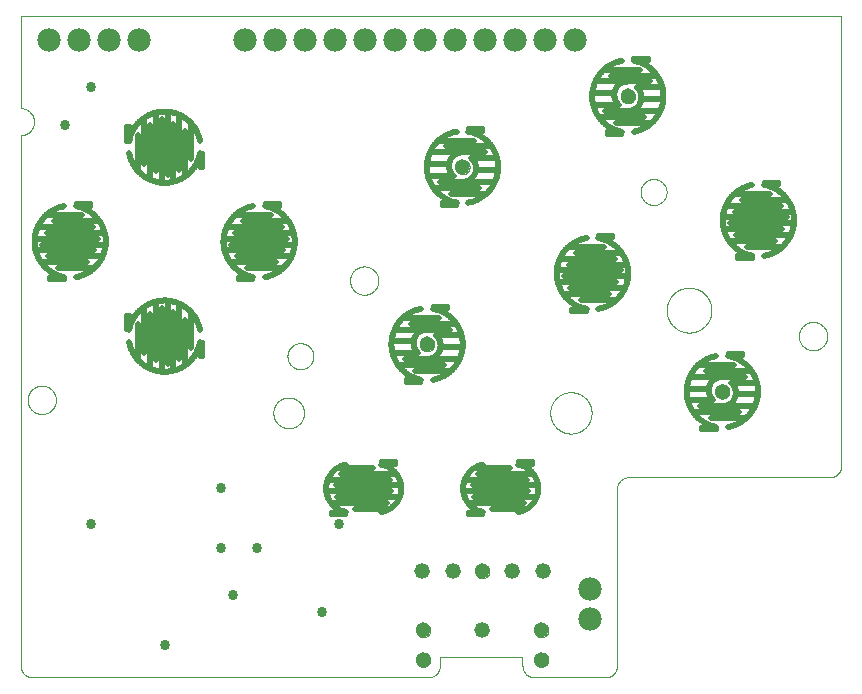
<source format=gts>
G75*
%MOIN*%
%OFA0B0*%
%FSLAX25Y25*%
%IPPOS*%
%LPD*%
%AMOC8*
5,1,8,0,0,1.08239X$1,22.5*
%
%ADD10C,0.00000*%
%ADD11C,0.00039*%
%ADD12C,0.01200*%
%ADD13C,0.05124*%
%ADD14C,0.02000*%
%ADD15C,0.07800*%
%ADD16C,0.05200*%
%ADD17C,0.03378*%
D10*
X0020725Y0015180D02*
X0020725Y0191951D01*
X0020858Y0191953D01*
X0020991Y0191959D01*
X0021123Y0191969D01*
X0021256Y0191982D01*
X0021387Y0192000D01*
X0021519Y0192021D01*
X0021649Y0192046D01*
X0021779Y0192075D01*
X0021908Y0192108D01*
X0022035Y0192145D01*
X0022162Y0192185D01*
X0022288Y0192229D01*
X0022412Y0192277D01*
X0022534Y0192328D01*
X0022655Y0192383D01*
X0022775Y0192442D01*
X0022892Y0192503D01*
X0023008Y0192569D01*
X0023122Y0192637D01*
X0023234Y0192709D01*
X0023343Y0192785D01*
X0023451Y0192863D01*
X0023556Y0192945D01*
X0023658Y0193029D01*
X0023758Y0193117D01*
X0023856Y0193207D01*
X0023950Y0193301D01*
X0024042Y0193397D01*
X0024131Y0193496D01*
X0024217Y0193597D01*
X0024300Y0193701D01*
X0024380Y0193807D01*
X0024457Y0193915D01*
X0024531Y0194026D01*
X0024601Y0194139D01*
X0024668Y0194253D01*
X0024732Y0194370D01*
X0024792Y0194489D01*
X0024849Y0194609D01*
X0024902Y0194731D01*
X0024951Y0194854D01*
X0024997Y0194979D01*
X0025040Y0195105D01*
X0025078Y0195232D01*
X0025113Y0195361D01*
X0025144Y0195490D01*
X0025171Y0195620D01*
X0025194Y0195751D01*
X0025214Y0195882D01*
X0025229Y0196015D01*
X0025241Y0196147D01*
X0025249Y0196280D01*
X0025253Y0196413D01*
X0025253Y0196545D01*
X0025249Y0196678D01*
X0025241Y0196811D01*
X0025229Y0196943D01*
X0025214Y0197076D01*
X0025194Y0197207D01*
X0025171Y0197338D01*
X0025144Y0197468D01*
X0025113Y0197597D01*
X0025078Y0197726D01*
X0025040Y0197853D01*
X0024997Y0197979D01*
X0024951Y0198104D01*
X0024902Y0198227D01*
X0024849Y0198349D01*
X0024792Y0198469D01*
X0024732Y0198588D01*
X0024668Y0198705D01*
X0024601Y0198819D01*
X0024531Y0198932D01*
X0024457Y0199043D01*
X0024380Y0199151D01*
X0024300Y0199257D01*
X0024217Y0199361D01*
X0024131Y0199462D01*
X0024042Y0199561D01*
X0023950Y0199657D01*
X0023856Y0199751D01*
X0023758Y0199841D01*
X0023658Y0199929D01*
X0023556Y0200013D01*
X0023451Y0200095D01*
X0023343Y0200173D01*
X0023234Y0200249D01*
X0023122Y0200321D01*
X0023008Y0200389D01*
X0022892Y0200455D01*
X0022775Y0200516D01*
X0022655Y0200575D01*
X0022534Y0200630D01*
X0022412Y0200681D01*
X0022288Y0200729D01*
X0022162Y0200773D01*
X0022035Y0200813D01*
X0021908Y0200850D01*
X0021779Y0200883D01*
X0021649Y0200912D01*
X0021519Y0200937D01*
X0021387Y0200958D01*
X0021256Y0200976D01*
X0021123Y0200989D01*
X0020991Y0200999D01*
X0020858Y0201005D01*
X0020725Y0201007D01*
X0020725Y0201006D02*
X0020725Y0231715D01*
X0294347Y0231715D01*
X0294347Y0081912D01*
X0294345Y0081788D01*
X0294339Y0081665D01*
X0294330Y0081541D01*
X0294316Y0081419D01*
X0294299Y0081296D01*
X0294277Y0081174D01*
X0294252Y0081053D01*
X0294223Y0080933D01*
X0294191Y0080814D01*
X0294154Y0080695D01*
X0294114Y0080578D01*
X0294071Y0080463D01*
X0294023Y0080348D01*
X0293972Y0080236D01*
X0293918Y0080125D01*
X0293860Y0080015D01*
X0293799Y0079908D01*
X0293734Y0079802D01*
X0293666Y0079699D01*
X0293595Y0079598D01*
X0293521Y0079499D01*
X0293444Y0079402D01*
X0293363Y0079308D01*
X0293280Y0079217D01*
X0293194Y0079128D01*
X0293105Y0079042D01*
X0293014Y0078959D01*
X0292920Y0078878D01*
X0292823Y0078801D01*
X0292724Y0078727D01*
X0292623Y0078656D01*
X0292520Y0078588D01*
X0292414Y0078523D01*
X0292307Y0078462D01*
X0292197Y0078404D01*
X0292086Y0078350D01*
X0291974Y0078299D01*
X0291859Y0078251D01*
X0291744Y0078208D01*
X0291627Y0078168D01*
X0291508Y0078131D01*
X0291389Y0078099D01*
X0291269Y0078070D01*
X0291148Y0078045D01*
X0291026Y0078023D01*
X0290903Y0078006D01*
X0290781Y0077992D01*
X0290657Y0077983D01*
X0290534Y0077977D01*
X0290410Y0077975D01*
X0223481Y0077975D01*
X0223357Y0077973D01*
X0223234Y0077967D01*
X0223110Y0077958D01*
X0222988Y0077944D01*
X0222865Y0077927D01*
X0222743Y0077905D01*
X0222622Y0077880D01*
X0222502Y0077851D01*
X0222383Y0077819D01*
X0222264Y0077782D01*
X0222147Y0077742D01*
X0222032Y0077699D01*
X0221917Y0077651D01*
X0221805Y0077600D01*
X0221694Y0077546D01*
X0221584Y0077488D01*
X0221477Y0077427D01*
X0221371Y0077362D01*
X0221268Y0077294D01*
X0221167Y0077223D01*
X0221068Y0077149D01*
X0220971Y0077072D01*
X0220877Y0076991D01*
X0220786Y0076908D01*
X0220697Y0076822D01*
X0220611Y0076733D01*
X0220528Y0076642D01*
X0220447Y0076548D01*
X0220370Y0076451D01*
X0220296Y0076352D01*
X0220225Y0076251D01*
X0220157Y0076148D01*
X0220092Y0076042D01*
X0220031Y0075935D01*
X0219973Y0075825D01*
X0219919Y0075714D01*
X0219868Y0075602D01*
X0219820Y0075487D01*
X0219777Y0075372D01*
X0219737Y0075255D01*
X0219700Y0075136D01*
X0219668Y0075017D01*
X0219639Y0074897D01*
X0219614Y0074776D01*
X0219592Y0074654D01*
X0219575Y0074531D01*
X0219561Y0074409D01*
X0219552Y0074285D01*
X0219546Y0074162D01*
X0219544Y0074038D01*
X0219544Y0015180D01*
X0219542Y0015056D01*
X0219536Y0014933D01*
X0219527Y0014809D01*
X0219513Y0014687D01*
X0219496Y0014564D01*
X0219474Y0014442D01*
X0219449Y0014321D01*
X0219420Y0014201D01*
X0219388Y0014082D01*
X0219351Y0013963D01*
X0219311Y0013846D01*
X0219268Y0013731D01*
X0219220Y0013616D01*
X0219169Y0013504D01*
X0219115Y0013393D01*
X0219057Y0013283D01*
X0218996Y0013176D01*
X0218931Y0013070D01*
X0218863Y0012967D01*
X0218792Y0012866D01*
X0218718Y0012767D01*
X0218641Y0012670D01*
X0218560Y0012576D01*
X0218477Y0012485D01*
X0218391Y0012396D01*
X0218302Y0012310D01*
X0218211Y0012227D01*
X0218117Y0012146D01*
X0218020Y0012069D01*
X0217921Y0011995D01*
X0217820Y0011924D01*
X0217717Y0011856D01*
X0217611Y0011791D01*
X0217504Y0011730D01*
X0217394Y0011672D01*
X0217283Y0011618D01*
X0217171Y0011567D01*
X0217056Y0011519D01*
X0216941Y0011476D01*
X0216824Y0011436D01*
X0216705Y0011399D01*
X0216586Y0011367D01*
X0216466Y0011338D01*
X0216345Y0011313D01*
X0216223Y0011291D01*
X0216100Y0011274D01*
X0215978Y0011260D01*
X0215854Y0011251D01*
X0215731Y0011245D01*
X0215607Y0011243D01*
X0191985Y0011243D01*
X0191861Y0011245D01*
X0191738Y0011251D01*
X0191614Y0011260D01*
X0191492Y0011274D01*
X0191369Y0011291D01*
X0191247Y0011313D01*
X0191126Y0011338D01*
X0191006Y0011367D01*
X0190887Y0011399D01*
X0190768Y0011436D01*
X0190651Y0011476D01*
X0190536Y0011519D01*
X0190421Y0011567D01*
X0190309Y0011618D01*
X0190198Y0011672D01*
X0190088Y0011730D01*
X0189981Y0011791D01*
X0189875Y0011856D01*
X0189772Y0011924D01*
X0189671Y0011995D01*
X0189572Y0012069D01*
X0189475Y0012146D01*
X0189381Y0012227D01*
X0189290Y0012310D01*
X0189201Y0012396D01*
X0189115Y0012485D01*
X0189032Y0012576D01*
X0188951Y0012670D01*
X0188874Y0012767D01*
X0188800Y0012866D01*
X0188729Y0012967D01*
X0188661Y0013070D01*
X0188596Y0013176D01*
X0188535Y0013283D01*
X0188477Y0013393D01*
X0188423Y0013504D01*
X0188372Y0013616D01*
X0188324Y0013731D01*
X0188281Y0013846D01*
X0188241Y0013963D01*
X0188204Y0014082D01*
X0188172Y0014201D01*
X0188143Y0014321D01*
X0188118Y0014442D01*
X0188096Y0014564D01*
X0188079Y0014687D01*
X0188065Y0014809D01*
X0188056Y0014933D01*
X0188050Y0015056D01*
X0188048Y0015180D01*
X0188048Y0018132D01*
X0160489Y0018132D01*
X0160489Y0015180D01*
X0160487Y0015056D01*
X0160481Y0014933D01*
X0160472Y0014809D01*
X0160458Y0014687D01*
X0160441Y0014564D01*
X0160419Y0014442D01*
X0160394Y0014321D01*
X0160365Y0014201D01*
X0160333Y0014082D01*
X0160296Y0013963D01*
X0160256Y0013846D01*
X0160213Y0013731D01*
X0160165Y0013616D01*
X0160114Y0013504D01*
X0160060Y0013393D01*
X0160002Y0013283D01*
X0159941Y0013176D01*
X0159876Y0013070D01*
X0159808Y0012967D01*
X0159737Y0012866D01*
X0159663Y0012767D01*
X0159586Y0012670D01*
X0159505Y0012576D01*
X0159422Y0012485D01*
X0159336Y0012396D01*
X0159247Y0012310D01*
X0159156Y0012227D01*
X0159062Y0012146D01*
X0158965Y0012069D01*
X0158866Y0011995D01*
X0158765Y0011924D01*
X0158662Y0011856D01*
X0158556Y0011791D01*
X0158449Y0011730D01*
X0158339Y0011672D01*
X0158228Y0011618D01*
X0158116Y0011567D01*
X0158001Y0011519D01*
X0157886Y0011476D01*
X0157769Y0011436D01*
X0157650Y0011399D01*
X0157531Y0011367D01*
X0157411Y0011338D01*
X0157290Y0011313D01*
X0157168Y0011291D01*
X0157045Y0011274D01*
X0156923Y0011260D01*
X0156799Y0011251D01*
X0156676Y0011245D01*
X0156552Y0011243D01*
X0024662Y0011243D01*
X0024538Y0011245D01*
X0024415Y0011251D01*
X0024291Y0011260D01*
X0024169Y0011274D01*
X0024046Y0011291D01*
X0023924Y0011313D01*
X0023803Y0011338D01*
X0023683Y0011367D01*
X0023564Y0011399D01*
X0023445Y0011436D01*
X0023328Y0011476D01*
X0023213Y0011519D01*
X0023098Y0011567D01*
X0022986Y0011618D01*
X0022875Y0011672D01*
X0022765Y0011730D01*
X0022658Y0011791D01*
X0022552Y0011856D01*
X0022449Y0011924D01*
X0022348Y0011995D01*
X0022249Y0012069D01*
X0022152Y0012146D01*
X0022058Y0012227D01*
X0021967Y0012310D01*
X0021878Y0012396D01*
X0021792Y0012485D01*
X0021709Y0012576D01*
X0021628Y0012670D01*
X0021551Y0012767D01*
X0021477Y0012866D01*
X0021406Y0012967D01*
X0021338Y0013070D01*
X0021273Y0013176D01*
X0021212Y0013283D01*
X0021154Y0013393D01*
X0021100Y0013504D01*
X0021049Y0013616D01*
X0021001Y0013731D01*
X0020958Y0013846D01*
X0020918Y0013963D01*
X0020881Y0014082D01*
X0020849Y0014201D01*
X0020820Y0014321D01*
X0020795Y0014442D01*
X0020773Y0014564D01*
X0020756Y0014687D01*
X0020742Y0014809D01*
X0020733Y0014933D01*
X0020727Y0015056D01*
X0020725Y0015180D01*
X0152615Y0017148D02*
X0152617Y0017245D01*
X0152623Y0017342D01*
X0152633Y0017438D01*
X0152647Y0017534D01*
X0152665Y0017630D01*
X0152686Y0017724D01*
X0152712Y0017818D01*
X0152741Y0017910D01*
X0152775Y0018001D01*
X0152811Y0018091D01*
X0152852Y0018179D01*
X0152896Y0018265D01*
X0152944Y0018350D01*
X0152995Y0018432D01*
X0153049Y0018513D01*
X0153107Y0018591D01*
X0153168Y0018666D01*
X0153231Y0018739D01*
X0153298Y0018810D01*
X0153368Y0018877D01*
X0153440Y0018942D01*
X0153515Y0019003D01*
X0153593Y0019062D01*
X0153672Y0019117D01*
X0153754Y0019169D01*
X0153838Y0019217D01*
X0153924Y0019262D01*
X0154012Y0019304D01*
X0154101Y0019342D01*
X0154192Y0019376D01*
X0154284Y0019406D01*
X0154377Y0019433D01*
X0154472Y0019455D01*
X0154567Y0019474D01*
X0154663Y0019489D01*
X0154759Y0019500D01*
X0154856Y0019507D01*
X0154953Y0019510D01*
X0155050Y0019509D01*
X0155147Y0019504D01*
X0155243Y0019495D01*
X0155339Y0019482D01*
X0155435Y0019465D01*
X0155530Y0019444D01*
X0155623Y0019420D01*
X0155716Y0019391D01*
X0155808Y0019359D01*
X0155898Y0019323D01*
X0155986Y0019284D01*
X0156073Y0019240D01*
X0156158Y0019194D01*
X0156241Y0019143D01*
X0156322Y0019090D01*
X0156400Y0019033D01*
X0156477Y0018973D01*
X0156550Y0018910D01*
X0156621Y0018844D01*
X0156689Y0018775D01*
X0156755Y0018703D01*
X0156817Y0018629D01*
X0156876Y0018552D01*
X0156932Y0018473D01*
X0156985Y0018391D01*
X0157035Y0018308D01*
X0157080Y0018222D01*
X0157123Y0018135D01*
X0157162Y0018046D01*
X0157197Y0017956D01*
X0157228Y0017864D01*
X0157255Y0017771D01*
X0157279Y0017677D01*
X0157299Y0017582D01*
X0157315Y0017486D01*
X0157327Y0017390D01*
X0157335Y0017293D01*
X0157339Y0017196D01*
X0157339Y0017100D01*
X0157335Y0017003D01*
X0157327Y0016906D01*
X0157315Y0016810D01*
X0157299Y0016714D01*
X0157279Y0016619D01*
X0157255Y0016525D01*
X0157228Y0016432D01*
X0157197Y0016340D01*
X0157162Y0016250D01*
X0157123Y0016161D01*
X0157080Y0016074D01*
X0157035Y0015988D01*
X0156985Y0015905D01*
X0156932Y0015823D01*
X0156876Y0015744D01*
X0156817Y0015667D01*
X0156755Y0015593D01*
X0156689Y0015521D01*
X0156621Y0015452D01*
X0156550Y0015386D01*
X0156477Y0015323D01*
X0156400Y0015263D01*
X0156322Y0015206D01*
X0156241Y0015153D01*
X0156158Y0015102D01*
X0156073Y0015056D01*
X0155986Y0015012D01*
X0155898Y0014973D01*
X0155808Y0014937D01*
X0155716Y0014905D01*
X0155623Y0014876D01*
X0155530Y0014852D01*
X0155435Y0014831D01*
X0155339Y0014814D01*
X0155243Y0014801D01*
X0155147Y0014792D01*
X0155050Y0014787D01*
X0154953Y0014786D01*
X0154856Y0014789D01*
X0154759Y0014796D01*
X0154663Y0014807D01*
X0154567Y0014822D01*
X0154472Y0014841D01*
X0154377Y0014863D01*
X0154284Y0014890D01*
X0154192Y0014920D01*
X0154101Y0014954D01*
X0154012Y0014992D01*
X0153924Y0015034D01*
X0153838Y0015079D01*
X0153754Y0015127D01*
X0153672Y0015179D01*
X0153593Y0015234D01*
X0153515Y0015293D01*
X0153440Y0015354D01*
X0153368Y0015419D01*
X0153298Y0015486D01*
X0153231Y0015557D01*
X0153168Y0015630D01*
X0153107Y0015705D01*
X0153049Y0015783D01*
X0152995Y0015864D01*
X0152944Y0015946D01*
X0152896Y0016031D01*
X0152852Y0016117D01*
X0152811Y0016205D01*
X0152775Y0016295D01*
X0152741Y0016386D01*
X0152712Y0016478D01*
X0152686Y0016572D01*
X0152665Y0016666D01*
X0152647Y0016762D01*
X0152633Y0016858D01*
X0152623Y0016954D01*
X0152617Y0017051D01*
X0152615Y0017148D01*
X0152615Y0026991D02*
X0152617Y0027088D01*
X0152623Y0027185D01*
X0152633Y0027281D01*
X0152647Y0027377D01*
X0152665Y0027473D01*
X0152686Y0027567D01*
X0152712Y0027661D01*
X0152741Y0027753D01*
X0152775Y0027844D01*
X0152811Y0027934D01*
X0152852Y0028022D01*
X0152896Y0028108D01*
X0152944Y0028193D01*
X0152995Y0028275D01*
X0153049Y0028356D01*
X0153107Y0028434D01*
X0153168Y0028509D01*
X0153231Y0028582D01*
X0153298Y0028653D01*
X0153368Y0028720D01*
X0153440Y0028785D01*
X0153515Y0028846D01*
X0153593Y0028905D01*
X0153672Y0028960D01*
X0153754Y0029012D01*
X0153838Y0029060D01*
X0153924Y0029105D01*
X0154012Y0029147D01*
X0154101Y0029185D01*
X0154192Y0029219D01*
X0154284Y0029249D01*
X0154377Y0029276D01*
X0154472Y0029298D01*
X0154567Y0029317D01*
X0154663Y0029332D01*
X0154759Y0029343D01*
X0154856Y0029350D01*
X0154953Y0029353D01*
X0155050Y0029352D01*
X0155147Y0029347D01*
X0155243Y0029338D01*
X0155339Y0029325D01*
X0155435Y0029308D01*
X0155530Y0029287D01*
X0155623Y0029263D01*
X0155716Y0029234D01*
X0155808Y0029202D01*
X0155898Y0029166D01*
X0155986Y0029127D01*
X0156073Y0029083D01*
X0156158Y0029037D01*
X0156241Y0028986D01*
X0156322Y0028933D01*
X0156400Y0028876D01*
X0156477Y0028816D01*
X0156550Y0028753D01*
X0156621Y0028687D01*
X0156689Y0028618D01*
X0156755Y0028546D01*
X0156817Y0028472D01*
X0156876Y0028395D01*
X0156932Y0028316D01*
X0156985Y0028234D01*
X0157035Y0028151D01*
X0157080Y0028065D01*
X0157123Y0027978D01*
X0157162Y0027889D01*
X0157197Y0027799D01*
X0157228Y0027707D01*
X0157255Y0027614D01*
X0157279Y0027520D01*
X0157299Y0027425D01*
X0157315Y0027329D01*
X0157327Y0027233D01*
X0157335Y0027136D01*
X0157339Y0027039D01*
X0157339Y0026943D01*
X0157335Y0026846D01*
X0157327Y0026749D01*
X0157315Y0026653D01*
X0157299Y0026557D01*
X0157279Y0026462D01*
X0157255Y0026368D01*
X0157228Y0026275D01*
X0157197Y0026183D01*
X0157162Y0026093D01*
X0157123Y0026004D01*
X0157080Y0025917D01*
X0157035Y0025831D01*
X0156985Y0025748D01*
X0156932Y0025666D01*
X0156876Y0025587D01*
X0156817Y0025510D01*
X0156755Y0025436D01*
X0156689Y0025364D01*
X0156621Y0025295D01*
X0156550Y0025229D01*
X0156477Y0025166D01*
X0156400Y0025106D01*
X0156322Y0025049D01*
X0156241Y0024996D01*
X0156158Y0024945D01*
X0156073Y0024899D01*
X0155986Y0024855D01*
X0155898Y0024816D01*
X0155808Y0024780D01*
X0155716Y0024748D01*
X0155623Y0024719D01*
X0155530Y0024695D01*
X0155435Y0024674D01*
X0155339Y0024657D01*
X0155243Y0024644D01*
X0155147Y0024635D01*
X0155050Y0024630D01*
X0154953Y0024629D01*
X0154856Y0024632D01*
X0154759Y0024639D01*
X0154663Y0024650D01*
X0154567Y0024665D01*
X0154472Y0024684D01*
X0154377Y0024706D01*
X0154284Y0024733D01*
X0154192Y0024763D01*
X0154101Y0024797D01*
X0154012Y0024835D01*
X0153924Y0024877D01*
X0153838Y0024922D01*
X0153754Y0024970D01*
X0153672Y0025022D01*
X0153593Y0025077D01*
X0153515Y0025136D01*
X0153440Y0025197D01*
X0153368Y0025262D01*
X0153298Y0025329D01*
X0153231Y0025400D01*
X0153168Y0025473D01*
X0153107Y0025548D01*
X0153049Y0025626D01*
X0152995Y0025707D01*
X0152944Y0025789D01*
X0152896Y0025874D01*
X0152852Y0025960D01*
X0152811Y0026048D01*
X0152775Y0026138D01*
X0152741Y0026229D01*
X0152712Y0026321D01*
X0152686Y0026415D01*
X0152665Y0026509D01*
X0152647Y0026605D01*
X0152633Y0026701D01*
X0152623Y0026797D01*
X0152617Y0026894D01*
X0152615Y0026991D01*
X0172300Y0046676D02*
X0172302Y0046773D01*
X0172308Y0046870D01*
X0172318Y0046966D01*
X0172332Y0047062D01*
X0172350Y0047158D01*
X0172371Y0047252D01*
X0172397Y0047346D01*
X0172426Y0047438D01*
X0172460Y0047529D01*
X0172496Y0047619D01*
X0172537Y0047707D01*
X0172581Y0047793D01*
X0172629Y0047878D01*
X0172680Y0047960D01*
X0172734Y0048041D01*
X0172792Y0048119D01*
X0172853Y0048194D01*
X0172916Y0048267D01*
X0172983Y0048338D01*
X0173053Y0048405D01*
X0173125Y0048470D01*
X0173200Y0048531D01*
X0173278Y0048590D01*
X0173357Y0048645D01*
X0173439Y0048697D01*
X0173523Y0048745D01*
X0173609Y0048790D01*
X0173697Y0048832D01*
X0173786Y0048870D01*
X0173877Y0048904D01*
X0173969Y0048934D01*
X0174062Y0048961D01*
X0174157Y0048983D01*
X0174252Y0049002D01*
X0174348Y0049017D01*
X0174444Y0049028D01*
X0174541Y0049035D01*
X0174638Y0049038D01*
X0174735Y0049037D01*
X0174832Y0049032D01*
X0174928Y0049023D01*
X0175024Y0049010D01*
X0175120Y0048993D01*
X0175215Y0048972D01*
X0175308Y0048948D01*
X0175401Y0048919D01*
X0175493Y0048887D01*
X0175583Y0048851D01*
X0175671Y0048812D01*
X0175758Y0048768D01*
X0175843Y0048722D01*
X0175926Y0048671D01*
X0176007Y0048618D01*
X0176085Y0048561D01*
X0176162Y0048501D01*
X0176235Y0048438D01*
X0176306Y0048372D01*
X0176374Y0048303D01*
X0176440Y0048231D01*
X0176502Y0048157D01*
X0176561Y0048080D01*
X0176617Y0048001D01*
X0176670Y0047919D01*
X0176720Y0047836D01*
X0176765Y0047750D01*
X0176808Y0047663D01*
X0176847Y0047574D01*
X0176882Y0047484D01*
X0176913Y0047392D01*
X0176940Y0047299D01*
X0176964Y0047205D01*
X0176984Y0047110D01*
X0177000Y0047014D01*
X0177012Y0046918D01*
X0177020Y0046821D01*
X0177024Y0046724D01*
X0177024Y0046628D01*
X0177020Y0046531D01*
X0177012Y0046434D01*
X0177000Y0046338D01*
X0176984Y0046242D01*
X0176964Y0046147D01*
X0176940Y0046053D01*
X0176913Y0045960D01*
X0176882Y0045868D01*
X0176847Y0045778D01*
X0176808Y0045689D01*
X0176765Y0045602D01*
X0176720Y0045516D01*
X0176670Y0045433D01*
X0176617Y0045351D01*
X0176561Y0045272D01*
X0176502Y0045195D01*
X0176440Y0045121D01*
X0176374Y0045049D01*
X0176306Y0044980D01*
X0176235Y0044914D01*
X0176162Y0044851D01*
X0176085Y0044791D01*
X0176007Y0044734D01*
X0175926Y0044681D01*
X0175843Y0044630D01*
X0175758Y0044584D01*
X0175671Y0044540D01*
X0175583Y0044501D01*
X0175493Y0044465D01*
X0175401Y0044433D01*
X0175308Y0044404D01*
X0175215Y0044380D01*
X0175120Y0044359D01*
X0175024Y0044342D01*
X0174928Y0044329D01*
X0174832Y0044320D01*
X0174735Y0044315D01*
X0174638Y0044314D01*
X0174541Y0044317D01*
X0174444Y0044324D01*
X0174348Y0044335D01*
X0174252Y0044350D01*
X0174157Y0044369D01*
X0174062Y0044391D01*
X0173969Y0044418D01*
X0173877Y0044448D01*
X0173786Y0044482D01*
X0173697Y0044520D01*
X0173609Y0044562D01*
X0173523Y0044607D01*
X0173439Y0044655D01*
X0173357Y0044707D01*
X0173278Y0044762D01*
X0173200Y0044821D01*
X0173125Y0044882D01*
X0173053Y0044947D01*
X0172983Y0045014D01*
X0172916Y0045085D01*
X0172853Y0045158D01*
X0172792Y0045233D01*
X0172734Y0045311D01*
X0172680Y0045392D01*
X0172629Y0045474D01*
X0172581Y0045559D01*
X0172537Y0045645D01*
X0172496Y0045733D01*
X0172460Y0045823D01*
X0172426Y0045914D01*
X0172397Y0046006D01*
X0172371Y0046100D01*
X0172350Y0046194D01*
X0172332Y0046290D01*
X0172318Y0046386D01*
X0172308Y0046482D01*
X0172302Y0046579D01*
X0172300Y0046676D01*
X0191985Y0026991D02*
X0191987Y0027088D01*
X0191993Y0027185D01*
X0192003Y0027281D01*
X0192017Y0027377D01*
X0192035Y0027473D01*
X0192056Y0027567D01*
X0192082Y0027661D01*
X0192111Y0027753D01*
X0192145Y0027844D01*
X0192181Y0027934D01*
X0192222Y0028022D01*
X0192266Y0028108D01*
X0192314Y0028193D01*
X0192365Y0028275D01*
X0192419Y0028356D01*
X0192477Y0028434D01*
X0192538Y0028509D01*
X0192601Y0028582D01*
X0192668Y0028653D01*
X0192738Y0028720D01*
X0192810Y0028785D01*
X0192885Y0028846D01*
X0192963Y0028905D01*
X0193042Y0028960D01*
X0193124Y0029012D01*
X0193208Y0029060D01*
X0193294Y0029105D01*
X0193382Y0029147D01*
X0193471Y0029185D01*
X0193562Y0029219D01*
X0193654Y0029249D01*
X0193747Y0029276D01*
X0193842Y0029298D01*
X0193937Y0029317D01*
X0194033Y0029332D01*
X0194129Y0029343D01*
X0194226Y0029350D01*
X0194323Y0029353D01*
X0194420Y0029352D01*
X0194517Y0029347D01*
X0194613Y0029338D01*
X0194709Y0029325D01*
X0194805Y0029308D01*
X0194900Y0029287D01*
X0194993Y0029263D01*
X0195086Y0029234D01*
X0195178Y0029202D01*
X0195268Y0029166D01*
X0195356Y0029127D01*
X0195443Y0029083D01*
X0195528Y0029037D01*
X0195611Y0028986D01*
X0195692Y0028933D01*
X0195770Y0028876D01*
X0195847Y0028816D01*
X0195920Y0028753D01*
X0195991Y0028687D01*
X0196059Y0028618D01*
X0196125Y0028546D01*
X0196187Y0028472D01*
X0196246Y0028395D01*
X0196302Y0028316D01*
X0196355Y0028234D01*
X0196405Y0028151D01*
X0196450Y0028065D01*
X0196493Y0027978D01*
X0196532Y0027889D01*
X0196567Y0027799D01*
X0196598Y0027707D01*
X0196625Y0027614D01*
X0196649Y0027520D01*
X0196669Y0027425D01*
X0196685Y0027329D01*
X0196697Y0027233D01*
X0196705Y0027136D01*
X0196709Y0027039D01*
X0196709Y0026943D01*
X0196705Y0026846D01*
X0196697Y0026749D01*
X0196685Y0026653D01*
X0196669Y0026557D01*
X0196649Y0026462D01*
X0196625Y0026368D01*
X0196598Y0026275D01*
X0196567Y0026183D01*
X0196532Y0026093D01*
X0196493Y0026004D01*
X0196450Y0025917D01*
X0196405Y0025831D01*
X0196355Y0025748D01*
X0196302Y0025666D01*
X0196246Y0025587D01*
X0196187Y0025510D01*
X0196125Y0025436D01*
X0196059Y0025364D01*
X0195991Y0025295D01*
X0195920Y0025229D01*
X0195847Y0025166D01*
X0195770Y0025106D01*
X0195692Y0025049D01*
X0195611Y0024996D01*
X0195528Y0024945D01*
X0195443Y0024899D01*
X0195356Y0024855D01*
X0195268Y0024816D01*
X0195178Y0024780D01*
X0195086Y0024748D01*
X0194993Y0024719D01*
X0194900Y0024695D01*
X0194805Y0024674D01*
X0194709Y0024657D01*
X0194613Y0024644D01*
X0194517Y0024635D01*
X0194420Y0024630D01*
X0194323Y0024629D01*
X0194226Y0024632D01*
X0194129Y0024639D01*
X0194033Y0024650D01*
X0193937Y0024665D01*
X0193842Y0024684D01*
X0193747Y0024706D01*
X0193654Y0024733D01*
X0193562Y0024763D01*
X0193471Y0024797D01*
X0193382Y0024835D01*
X0193294Y0024877D01*
X0193208Y0024922D01*
X0193124Y0024970D01*
X0193042Y0025022D01*
X0192963Y0025077D01*
X0192885Y0025136D01*
X0192810Y0025197D01*
X0192738Y0025262D01*
X0192668Y0025329D01*
X0192601Y0025400D01*
X0192538Y0025473D01*
X0192477Y0025548D01*
X0192419Y0025626D01*
X0192365Y0025707D01*
X0192314Y0025789D01*
X0192266Y0025874D01*
X0192222Y0025960D01*
X0192181Y0026048D01*
X0192145Y0026138D01*
X0192111Y0026229D01*
X0192082Y0026321D01*
X0192056Y0026415D01*
X0192035Y0026509D01*
X0192017Y0026605D01*
X0192003Y0026701D01*
X0191993Y0026797D01*
X0191987Y0026894D01*
X0191985Y0026991D01*
X0191985Y0017148D02*
X0191987Y0017245D01*
X0191993Y0017342D01*
X0192003Y0017438D01*
X0192017Y0017534D01*
X0192035Y0017630D01*
X0192056Y0017724D01*
X0192082Y0017818D01*
X0192111Y0017910D01*
X0192145Y0018001D01*
X0192181Y0018091D01*
X0192222Y0018179D01*
X0192266Y0018265D01*
X0192314Y0018350D01*
X0192365Y0018432D01*
X0192419Y0018513D01*
X0192477Y0018591D01*
X0192538Y0018666D01*
X0192601Y0018739D01*
X0192668Y0018810D01*
X0192738Y0018877D01*
X0192810Y0018942D01*
X0192885Y0019003D01*
X0192963Y0019062D01*
X0193042Y0019117D01*
X0193124Y0019169D01*
X0193208Y0019217D01*
X0193294Y0019262D01*
X0193382Y0019304D01*
X0193471Y0019342D01*
X0193562Y0019376D01*
X0193654Y0019406D01*
X0193747Y0019433D01*
X0193842Y0019455D01*
X0193937Y0019474D01*
X0194033Y0019489D01*
X0194129Y0019500D01*
X0194226Y0019507D01*
X0194323Y0019510D01*
X0194420Y0019509D01*
X0194517Y0019504D01*
X0194613Y0019495D01*
X0194709Y0019482D01*
X0194805Y0019465D01*
X0194900Y0019444D01*
X0194993Y0019420D01*
X0195086Y0019391D01*
X0195178Y0019359D01*
X0195268Y0019323D01*
X0195356Y0019284D01*
X0195443Y0019240D01*
X0195528Y0019194D01*
X0195611Y0019143D01*
X0195692Y0019090D01*
X0195770Y0019033D01*
X0195847Y0018973D01*
X0195920Y0018910D01*
X0195991Y0018844D01*
X0196059Y0018775D01*
X0196125Y0018703D01*
X0196187Y0018629D01*
X0196246Y0018552D01*
X0196302Y0018473D01*
X0196355Y0018391D01*
X0196405Y0018308D01*
X0196450Y0018222D01*
X0196493Y0018135D01*
X0196532Y0018046D01*
X0196567Y0017956D01*
X0196598Y0017864D01*
X0196625Y0017771D01*
X0196649Y0017677D01*
X0196669Y0017582D01*
X0196685Y0017486D01*
X0196697Y0017390D01*
X0196705Y0017293D01*
X0196709Y0017196D01*
X0196709Y0017100D01*
X0196705Y0017003D01*
X0196697Y0016906D01*
X0196685Y0016810D01*
X0196669Y0016714D01*
X0196649Y0016619D01*
X0196625Y0016525D01*
X0196598Y0016432D01*
X0196567Y0016340D01*
X0196532Y0016250D01*
X0196493Y0016161D01*
X0196450Y0016074D01*
X0196405Y0015988D01*
X0196355Y0015905D01*
X0196302Y0015823D01*
X0196246Y0015744D01*
X0196187Y0015667D01*
X0196125Y0015593D01*
X0196059Y0015521D01*
X0195991Y0015452D01*
X0195920Y0015386D01*
X0195847Y0015323D01*
X0195770Y0015263D01*
X0195692Y0015206D01*
X0195611Y0015153D01*
X0195528Y0015102D01*
X0195443Y0015056D01*
X0195356Y0015012D01*
X0195268Y0014973D01*
X0195178Y0014937D01*
X0195086Y0014905D01*
X0194993Y0014876D01*
X0194900Y0014852D01*
X0194805Y0014831D01*
X0194709Y0014814D01*
X0194613Y0014801D01*
X0194517Y0014792D01*
X0194420Y0014787D01*
X0194323Y0014786D01*
X0194226Y0014789D01*
X0194129Y0014796D01*
X0194033Y0014807D01*
X0193937Y0014822D01*
X0193842Y0014841D01*
X0193747Y0014863D01*
X0193654Y0014890D01*
X0193562Y0014920D01*
X0193471Y0014954D01*
X0193382Y0014992D01*
X0193294Y0015034D01*
X0193208Y0015079D01*
X0193124Y0015127D01*
X0193042Y0015179D01*
X0192963Y0015234D01*
X0192885Y0015293D01*
X0192810Y0015354D01*
X0192738Y0015419D01*
X0192668Y0015486D01*
X0192601Y0015557D01*
X0192538Y0015630D01*
X0192477Y0015705D01*
X0192419Y0015783D01*
X0192365Y0015864D01*
X0192314Y0015946D01*
X0192266Y0016031D01*
X0192222Y0016117D01*
X0192181Y0016205D01*
X0192145Y0016295D01*
X0192111Y0016386D01*
X0192082Y0016478D01*
X0192056Y0016572D01*
X0192035Y0016666D01*
X0192017Y0016762D01*
X0192003Y0016858D01*
X0191993Y0016954D01*
X0191987Y0017051D01*
X0191985Y0017148D01*
X0153875Y0122306D02*
X0153877Y0122403D01*
X0153883Y0122500D01*
X0153893Y0122596D01*
X0153907Y0122692D01*
X0153925Y0122788D01*
X0153946Y0122882D01*
X0153972Y0122976D01*
X0154001Y0123068D01*
X0154035Y0123159D01*
X0154071Y0123249D01*
X0154112Y0123337D01*
X0154156Y0123423D01*
X0154204Y0123508D01*
X0154255Y0123590D01*
X0154309Y0123671D01*
X0154367Y0123749D01*
X0154428Y0123824D01*
X0154491Y0123897D01*
X0154558Y0123968D01*
X0154628Y0124035D01*
X0154700Y0124100D01*
X0154775Y0124161D01*
X0154853Y0124220D01*
X0154932Y0124275D01*
X0155014Y0124327D01*
X0155098Y0124375D01*
X0155184Y0124420D01*
X0155272Y0124462D01*
X0155361Y0124500D01*
X0155452Y0124534D01*
X0155544Y0124564D01*
X0155637Y0124591D01*
X0155732Y0124613D01*
X0155827Y0124632D01*
X0155923Y0124647D01*
X0156019Y0124658D01*
X0156116Y0124665D01*
X0156213Y0124668D01*
X0156310Y0124667D01*
X0156407Y0124662D01*
X0156503Y0124653D01*
X0156599Y0124640D01*
X0156695Y0124623D01*
X0156790Y0124602D01*
X0156883Y0124578D01*
X0156976Y0124549D01*
X0157068Y0124517D01*
X0157158Y0124481D01*
X0157246Y0124442D01*
X0157333Y0124398D01*
X0157418Y0124352D01*
X0157501Y0124301D01*
X0157582Y0124248D01*
X0157660Y0124191D01*
X0157737Y0124131D01*
X0157810Y0124068D01*
X0157881Y0124002D01*
X0157949Y0123933D01*
X0158015Y0123861D01*
X0158077Y0123787D01*
X0158136Y0123710D01*
X0158192Y0123631D01*
X0158245Y0123549D01*
X0158295Y0123466D01*
X0158340Y0123380D01*
X0158383Y0123293D01*
X0158422Y0123204D01*
X0158457Y0123114D01*
X0158488Y0123022D01*
X0158515Y0122929D01*
X0158539Y0122835D01*
X0158559Y0122740D01*
X0158575Y0122644D01*
X0158587Y0122548D01*
X0158595Y0122451D01*
X0158599Y0122354D01*
X0158599Y0122258D01*
X0158595Y0122161D01*
X0158587Y0122064D01*
X0158575Y0121968D01*
X0158559Y0121872D01*
X0158539Y0121777D01*
X0158515Y0121683D01*
X0158488Y0121590D01*
X0158457Y0121498D01*
X0158422Y0121408D01*
X0158383Y0121319D01*
X0158340Y0121232D01*
X0158295Y0121146D01*
X0158245Y0121063D01*
X0158192Y0120981D01*
X0158136Y0120902D01*
X0158077Y0120825D01*
X0158015Y0120751D01*
X0157949Y0120679D01*
X0157881Y0120610D01*
X0157810Y0120544D01*
X0157737Y0120481D01*
X0157660Y0120421D01*
X0157582Y0120364D01*
X0157501Y0120311D01*
X0157418Y0120260D01*
X0157333Y0120214D01*
X0157246Y0120170D01*
X0157158Y0120131D01*
X0157068Y0120095D01*
X0156976Y0120063D01*
X0156883Y0120034D01*
X0156790Y0120010D01*
X0156695Y0119989D01*
X0156599Y0119972D01*
X0156503Y0119959D01*
X0156407Y0119950D01*
X0156310Y0119945D01*
X0156213Y0119944D01*
X0156116Y0119947D01*
X0156019Y0119954D01*
X0155923Y0119965D01*
X0155827Y0119980D01*
X0155732Y0119999D01*
X0155637Y0120021D01*
X0155544Y0120048D01*
X0155452Y0120078D01*
X0155361Y0120112D01*
X0155272Y0120150D01*
X0155184Y0120192D01*
X0155098Y0120237D01*
X0155014Y0120285D01*
X0154932Y0120337D01*
X0154853Y0120392D01*
X0154775Y0120451D01*
X0154700Y0120512D01*
X0154628Y0120577D01*
X0154558Y0120644D01*
X0154491Y0120715D01*
X0154428Y0120788D01*
X0154367Y0120863D01*
X0154309Y0120941D01*
X0154255Y0121022D01*
X0154204Y0121104D01*
X0154156Y0121189D01*
X0154112Y0121275D01*
X0154071Y0121363D01*
X0154035Y0121453D01*
X0154001Y0121544D01*
X0153972Y0121636D01*
X0153946Y0121730D01*
X0153925Y0121824D01*
X0153907Y0121920D01*
X0153893Y0122016D01*
X0153883Y0122112D01*
X0153877Y0122209D01*
X0153875Y0122306D01*
X0165686Y0181361D02*
X0165688Y0181458D01*
X0165694Y0181555D01*
X0165704Y0181651D01*
X0165718Y0181747D01*
X0165736Y0181843D01*
X0165757Y0181937D01*
X0165783Y0182031D01*
X0165812Y0182123D01*
X0165846Y0182214D01*
X0165882Y0182304D01*
X0165923Y0182392D01*
X0165967Y0182478D01*
X0166015Y0182563D01*
X0166066Y0182645D01*
X0166120Y0182726D01*
X0166178Y0182804D01*
X0166239Y0182879D01*
X0166302Y0182952D01*
X0166369Y0183023D01*
X0166439Y0183090D01*
X0166511Y0183155D01*
X0166586Y0183216D01*
X0166664Y0183275D01*
X0166743Y0183330D01*
X0166825Y0183382D01*
X0166909Y0183430D01*
X0166995Y0183475D01*
X0167083Y0183517D01*
X0167172Y0183555D01*
X0167263Y0183589D01*
X0167355Y0183619D01*
X0167448Y0183646D01*
X0167543Y0183668D01*
X0167638Y0183687D01*
X0167734Y0183702D01*
X0167830Y0183713D01*
X0167927Y0183720D01*
X0168024Y0183723D01*
X0168121Y0183722D01*
X0168218Y0183717D01*
X0168314Y0183708D01*
X0168410Y0183695D01*
X0168506Y0183678D01*
X0168601Y0183657D01*
X0168694Y0183633D01*
X0168787Y0183604D01*
X0168879Y0183572D01*
X0168969Y0183536D01*
X0169057Y0183497D01*
X0169144Y0183453D01*
X0169229Y0183407D01*
X0169312Y0183356D01*
X0169393Y0183303D01*
X0169471Y0183246D01*
X0169548Y0183186D01*
X0169621Y0183123D01*
X0169692Y0183057D01*
X0169760Y0182988D01*
X0169826Y0182916D01*
X0169888Y0182842D01*
X0169947Y0182765D01*
X0170003Y0182686D01*
X0170056Y0182604D01*
X0170106Y0182521D01*
X0170151Y0182435D01*
X0170194Y0182348D01*
X0170233Y0182259D01*
X0170268Y0182169D01*
X0170299Y0182077D01*
X0170326Y0181984D01*
X0170350Y0181890D01*
X0170370Y0181795D01*
X0170386Y0181699D01*
X0170398Y0181603D01*
X0170406Y0181506D01*
X0170410Y0181409D01*
X0170410Y0181313D01*
X0170406Y0181216D01*
X0170398Y0181119D01*
X0170386Y0181023D01*
X0170370Y0180927D01*
X0170350Y0180832D01*
X0170326Y0180738D01*
X0170299Y0180645D01*
X0170268Y0180553D01*
X0170233Y0180463D01*
X0170194Y0180374D01*
X0170151Y0180287D01*
X0170106Y0180201D01*
X0170056Y0180118D01*
X0170003Y0180036D01*
X0169947Y0179957D01*
X0169888Y0179880D01*
X0169826Y0179806D01*
X0169760Y0179734D01*
X0169692Y0179665D01*
X0169621Y0179599D01*
X0169548Y0179536D01*
X0169471Y0179476D01*
X0169393Y0179419D01*
X0169312Y0179366D01*
X0169229Y0179315D01*
X0169144Y0179269D01*
X0169057Y0179225D01*
X0168969Y0179186D01*
X0168879Y0179150D01*
X0168787Y0179118D01*
X0168694Y0179089D01*
X0168601Y0179065D01*
X0168506Y0179044D01*
X0168410Y0179027D01*
X0168314Y0179014D01*
X0168218Y0179005D01*
X0168121Y0179000D01*
X0168024Y0178999D01*
X0167927Y0179002D01*
X0167830Y0179009D01*
X0167734Y0179020D01*
X0167638Y0179035D01*
X0167543Y0179054D01*
X0167448Y0179076D01*
X0167355Y0179103D01*
X0167263Y0179133D01*
X0167172Y0179167D01*
X0167083Y0179205D01*
X0166995Y0179247D01*
X0166909Y0179292D01*
X0166825Y0179340D01*
X0166743Y0179392D01*
X0166664Y0179447D01*
X0166586Y0179506D01*
X0166511Y0179567D01*
X0166439Y0179632D01*
X0166369Y0179699D01*
X0166302Y0179770D01*
X0166239Y0179843D01*
X0166178Y0179918D01*
X0166120Y0179996D01*
X0166066Y0180077D01*
X0166015Y0180159D01*
X0165967Y0180244D01*
X0165923Y0180330D01*
X0165882Y0180418D01*
X0165846Y0180508D01*
X0165812Y0180599D01*
X0165783Y0180691D01*
X0165757Y0180785D01*
X0165736Y0180879D01*
X0165718Y0180975D01*
X0165704Y0181071D01*
X0165694Y0181167D01*
X0165688Y0181264D01*
X0165686Y0181361D01*
X0220804Y0204983D02*
X0220806Y0205080D01*
X0220812Y0205177D01*
X0220822Y0205273D01*
X0220836Y0205369D01*
X0220854Y0205465D01*
X0220875Y0205559D01*
X0220901Y0205653D01*
X0220930Y0205745D01*
X0220964Y0205836D01*
X0221000Y0205926D01*
X0221041Y0206014D01*
X0221085Y0206100D01*
X0221133Y0206185D01*
X0221184Y0206267D01*
X0221238Y0206348D01*
X0221296Y0206426D01*
X0221357Y0206501D01*
X0221420Y0206574D01*
X0221487Y0206645D01*
X0221557Y0206712D01*
X0221629Y0206777D01*
X0221704Y0206838D01*
X0221782Y0206897D01*
X0221861Y0206952D01*
X0221943Y0207004D01*
X0222027Y0207052D01*
X0222113Y0207097D01*
X0222201Y0207139D01*
X0222290Y0207177D01*
X0222381Y0207211D01*
X0222473Y0207241D01*
X0222566Y0207268D01*
X0222661Y0207290D01*
X0222756Y0207309D01*
X0222852Y0207324D01*
X0222948Y0207335D01*
X0223045Y0207342D01*
X0223142Y0207345D01*
X0223239Y0207344D01*
X0223336Y0207339D01*
X0223432Y0207330D01*
X0223528Y0207317D01*
X0223624Y0207300D01*
X0223719Y0207279D01*
X0223812Y0207255D01*
X0223905Y0207226D01*
X0223997Y0207194D01*
X0224087Y0207158D01*
X0224175Y0207119D01*
X0224262Y0207075D01*
X0224347Y0207029D01*
X0224430Y0206978D01*
X0224511Y0206925D01*
X0224589Y0206868D01*
X0224666Y0206808D01*
X0224739Y0206745D01*
X0224810Y0206679D01*
X0224878Y0206610D01*
X0224944Y0206538D01*
X0225006Y0206464D01*
X0225065Y0206387D01*
X0225121Y0206308D01*
X0225174Y0206226D01*
X0225224Y0206143D01*
X0225269Y0206057D01*
X0225312Y0205970D01*
X0225351Y0205881D01*
X0225386Y0205791D01*
X0225417Y0205699D01*
X0225444Y0205606D01*
X0225468Y0205512D01*
X0225488Y0205417D01*
X0225504Y0205321D01*
X0225516Y0205225D01*
X0225524Y0205128D01*
X0225528Y0205031D01*
X0225528Y0204935D01*
X0225524Y0204838D01*
X0225516Y0204741D01*
X0225504Y0204645D01*
X0225488Y0204549D01*
X0225468Y0204454D01*
X0225444Y0204360D01*
X0225417Y0204267D01*
X0225386Y0204175D01*
X0225351Y0204085D01*
X0225312Y0203996D01*
X0225269Y0203909D01*
X0225224Y0203823D01*
X0225174Y0203740D01*
X0225121Y0203658D01*
X0225065Y0203579D01*
X0225006Y0203502D01*
X0224944Y0203428D01*
X0224878Y0203356D01*
X0224810Y0203287D01*
X0224739Y0203221D01*
X0224666Y0203158D01*
X0224589Y0203098D01*
X0224511Y0203041D01*
X0224430Y0202988D01*
X0224347Y0202937D01*
X0224262Y0202891D01*
X0224175Y0202847D01*
X0224087Y0202808D01*
X0223997Y0202772D01*
X0223905Y0202740D01*
X0223812Y0202711D01*
X0223719Y0202687D01*
X0223624Y0202666D01*
X0223528Y0202649D01*
X0223432Y0202636D01*
X0223336Y0202627D01*
X0223239Y0202622D01*
X0223142Y0202621D01*
X0223045Y0202624D01*
X0222948Y0202631D01*
X0222852Y0202642D01*
X0222756Y0202657D01*
X0222661Y0202676D01*
X0222566Y0202698D01*
X0222473Y0202725D01*
X0222381Y0202755D01*
X0222290Y0202789D01*
X0222201Y0202827D01*
X0222113Y0202869D01*
X0222027Y0202914D01*
X0221943Y0202962D01*
X0221861Y0203014D01*
X0221782Y0203069D01*
X0221704Y0203128D01*
X0221629Y0203189D01*
X0221557Y0203254D01*
X0221487Y0203321D01*
X0221420Y0203392D01*
X0221357Y0203465D01*
X0221296Y0203540D01*
X0221238Y0203618D01*
X0221184Y0203699D01*
X0221133Y0203781D01*
X0221085Y0203866D01*
X0221041Y0203952D01*
X0221000Y0204040D01*
X0220964Y0204130D01*
X0220930Y0204221D01*
X0220901Y0204313D01*
X0220875Y0204407D01*
X0220854Y0204501D01*
X0220836Y0204597D01*
X0220822Y0204693D01*
X0220812Y0204789D01*
X0220806Y0204886D01*
X0220804Y0204983D01*
X0252300Y0106557D02*
X0252302Y0106654D01*
X0252308Y0106751D01*
X0252318Y0106847D01*
X0252332Y0106943D01*
X0252350Y0107039D01*
X0252371Y0107133D01*
X0252397Y0107227D01*
X0252426Y0107319D01*
X0252460Y0107410D01*
X0252496Y0107500D01*
X0252537Y0107588D01*
X0252581Y0107674D01*
X0252629Y0107759D01*
X0252680Y0107841D01*
X0252734Y0107922D01*
X0252792Y0108000D01*
X0252853Y0108075D01*
X0252916Y0108148D01*
X0252983Y0108219D01*
X0253053Y0108286D01*
X0253125Y0108351D01*
X0253200Y0108412D01*
X0253278Y0108471D01*
X0253357Y0108526D01*
X0253439Y0108578D01*
X0253523Y0108626D01*
X0253609Y0108671D01*
X0253697Y0108713D01*
X0253786Y0108751D01*
X0253877Y0108785D01*
X0253969Y0108815D01*
X0254062Y0108842D01*
X0254157Y0108864D01*
X0254252Y0108883D01*
X0254348Y0108898D01*
X0254444Y0108909D01*
X0254541Y0108916D01*
X0254638Y0108919D01*
X0254735Y0108918D01*
X0254832Y0108913D01*
X0254928Y0108904D01*
X0255024Y0108891D01*
X0255120Y0108874D01*
X0255215Y0108853D01*
X0255308Y0108829D01*
X0255401Y0108800D01*
X0255493Y0108768D01*
X0255583Y0108732D01*
X0255671Y0108693D01*
X0255758Y0108649D01*
X0255843Y0108603D01*
X0255926Y0108552D01*
X0256007Y0108499D01*
X0256085Y0108442D01*
X0256162Y0108382D01*
X0256235Y0108319D01*
X0256306Y0108253D01*
X0256374Y0108184D01*
X0256440Y0108112D01*
X0256502Y0108038D01*
X0256561Y0107961D01*
X0256617Y0107882D01*
X0256670Y0107800D01*
X0256720Y0107717D01*
X0256765Y0107631D01*
X0256808Y0107544D01*
X0256847Y0107455D01*
X0256882Y0107365D01*
X0256913Y0107273D01*
X0256940Y0107180D01*
X0256964Y0107086D01*
X0256984Y0106991D01*
X0257000Y0106895D01*
X0257012Y0106799D01*
X0257020Y0106702D01*
X0257024Y0106605D01*
X0257024Y0106509D01*
X0257020Y0106412D01*
X0257012Y0106315D01*
X0257000Y0106219D01*
X0256984Y0106123D01*
X0256964Y0106028D01*
X0256940Y0105934D01*
X0256913Y0105841D01*
X0256882Y0105749D01*
X0256847Y0105659D01*
X0256808Y0105570D01*
X0256765Y0105483D01*
X0256720Y0105397D01*
X0256670Y0105314D01*
X0256617Y0105232D01*
X0256561Y0105153D01*
X0256502Y0105076D01*
X0256440Y0105002D01*
X0256374Y0104930D01*
X0256306Y0104861D01*
X0256235Y0104795D01*
X0256162Y0104732D01*
X0256085Y0104672D01*
X0256007Y0104615D01*
X0255926Y0104562D01*
X0255843Y0104511D01*
X0255758Y0104465D01*
X0255671Y0104421D01*
X0255583Y0104382D01*
X0255493Y0104346D01*
X0255401Y0104314D01*
X0255308Y0104285D01*
X0255215Y0104261D01*
X0255120Y0104240D01*
X0255024Y0104223D01*
X0254928Y0104210D01*
X0254832Y0104201D01*
X0254735Y0104196D01*
X0254638Y0104195D01*
X0254541Y0104198D01*
X0254444Y0104205D01*
X0254348Y0104216D01*
X0254252Y0104231D01*
X0254157Y0104250D01*
X0254062Y0104272D01*
X0253969Y0104299D01*
X0253877Y0104329D01*
X0253786Y0104363D01*
X0253697Y0104401D01*
X0253609Y0104443D01*
X0253523Y0104488D01*
X0253439Y0104536D01*
X0253357Y0104588D01*
X0253278Y0104643D01*
X0253200Y0104702D01*
X0253125Y0104763D01*
X0253053Y0104828D01*
X0252983Y0104895D01*
X0252916Y0104966D01*
X0252853Y0105039D01*
X0252792Y0105114D01*
X0252734Y0105192D01*
X0252680Y0105273D01*
X0252629Y0105355D01*
X0252581Y0105440D01*
X0252537Y0105526D01*
X0252496Y0105614D01*
X0252460Y0105704D01*
X0252426Y0105795D01*
X0252397Y0105887D01*
X0252371Y0105981D01*
X0252350Y0106075D01*
X0252332Y0106171D01*
X0252318Y0106267D01*
X0252308Y0106363D01*
X0252302Y0106460D01*
X0252300Y0106557D01*
D11*
X0236080Y0133683D02*
X0236082Y0133867D01*
X0236089Y0134050D01*
X0236100Y0134233D01*
X0236116Y0134416D01*
X0236136Y0134599D01*
X0236161Y0134781D01*
X0236190Y0134962D01*
X0236224Y0135142D01*
X0236262Y0135322D01*
X0236304Y0135500D01*
X0236351Y0135678D01*
X0236402Y0135854D01*
X0236458Y0136029D01*
X0236517Y0136203D01*
X0236581Y0136375D01*
X0236649Y0136545D01*
X0236722Y0136714D01*
X0236798Y0136881D01*
X0236879Y0137046D01*
X0236963Y0137209D01*
X0237052Y0137370D01*
X0237144Y0137528D01*
X0237240Y0137685D01*
X0237341Y0137839D01*
X0237444Y0137990D01*
X0237552Y0138139D01*
X0237663Y0138285D01*
X0237778Y0138428D01*
X0237896Y0138569D01*
X0238018Y0138706D01*
X0238143Y0138841D01*
X0238271Y0138972D01*
X0238402Y0139100D01*
X0238537Y0139225D01*
X0238674Y0139347D01*
X0238815Y0139465D01*
X0238958Y0139580D01*
X0239104Y0139691D01*
X0239253Y0139799D01*
X0239404Y0139902D01*
X0239558Y0140003D01*
X0239715Y0140099D01*
X0239873Y0140191D01*
X0240034Y0140280D01*
X0240197Y0140364D01*
X0240362Y0140445D01*
X0240529Y0140521D01*
X0240698Y0140594D01*
X0240868Y0140662D01*
X0241040Y0140726D01*
X0241214Y0140785D01*
X0241389Y0140841D01*
X0241565Y0140892D01*
X0241743Y0140939D01*
X0241921Y0140981D01*
X0242101Y0141019D01*
X0242281Y0141053D01*
X0242462Y0141082D01*
X0242644Y0141107D01*
X0242827Y0141127D01*
X0243010Y0141143D01*
X0243193Y0141154D01*
X0243376Y0141161D01*
X0243560Y0141163D01*
X0243744Y0141161D01*
X0243927Y0141154D01*
X0244110Y0141143D01*
X0244293Y0141127D01*
X0244476Y0141107D01*
X0244658Y0141082D01*
X0244839Y0141053D01*
X0245019Y0141019D01*
X0245199Y0140981D01*
X0245377Y0140939D01*
X0245555Y0140892D01*
X0245731Y0140841D01*
X0245906Y0140785D01*
X0246080Y0140726D01*
X0246252Y0140662D01*
X0246422Y0140594D01*
X0246591Y0140521D01*
X0246758Y0140445D01*
X0246923Y0140364D01*
X0247086Y0140280D01*
X0247247Y0140191D01*
X0247405Y0140099D01*
X0247562Y0140003D01*
X0247716Y0139902D01*
X0247867Y0139799D01*
X0248016Y0139691D01*
X0248162Y0139580D01*
X0248305Y0139465D01*
X0248446Y0139347D01*
X0248583Y0139225D01*
X0248718Y0139100D01*
X0248849Y0138972D01*
X0248977Y0138841D01*
X0249102Y0138706D01*
X0249224Y0138569D01*
X0249342Y0138428D01*
X0249457Y0138285D01*
X0249568Y0138139D01*
X0249676Y0137990D01*
X0249779Y0137839D01*
X0249880Y0137685D01*
X0249976Y0137528D01*
X0250068Y0137370D01*
X0250157Y0137209D01*
X0250241Y0137046D01*
X0250322Y0136881D01*
X0250398Y0136714D01*
X0250471Y0136545D01*
X0250539Y0136375D01*
X0250603Y0136203D01*
X0250662Y0136029D01*
X0250718Y0135854D01*
X0250769Y0135678D01*
X0250816Y0135500D01*
X0250858Y0135322D01*
X0250896Y0135142D01*
X0250930Y0134962D01*
X0250959Y0134781D01*
X0250984Y0134599D01*
X0251004Y0134416D01*
X0251020Y0134233D01*
X0251031Y0134050D01*
X0251038Y0133867D01*
X0251040Y0133683D01*
X0251038Y0133499D01*
X0251031Y0133316D01*
X0251020Y0133133D01*
X0251004Y0132950D01*
X0250984Y0132767D01*
X0250959Y0132585D01*
X0250930Y0132404D01*
X0250896Y0132224D01*
X0250858Y0132044D01*
X0250816Y0131866D01*
X0250769Y0131688D01*
X0250718Y0131512D01*
X0250662Y0131337D01*
X0250603Y0131163D01*
X0250539Y0130991D01*
X0250471Y0130821D01*
X0250398Y0130652D01*
X0250322Y0130485D01*
X0250241Y0130320D01*
X0250157Y0130157D01*
X0250068Y0129996D01*
X0249976Y0129838D01*
X0249880Y0129681D01*
X0249779Y0129527D01*
X0249676Y0129376D01*
X0249568Y0129227D01*
X0249457Y0129081D01*
X0249342Y0128938D01*
X0249224Y0128797D01*
X0249102Y0128660D01*
X0248977Y0128525D01*
X0248849Y0128394D01*
X0248718Y0128266D01*
X0248583Y0128141D01*
X0248446Y0128019D01*
X0248305Y0127901D01*
X0248162Y0127786D01*
X0248016Y0127675D01*
X0247867Y0127567D01*
X0247716Y0127464D01*
X0247562Y0127363D01*
X0247405Y0127267D01*
X0247247Y0127175D01*
X0247086Y0127086D01*
X0246923Y0127002D01*
X0246758Y0126921D01*
X0246591Y0126845D01*
X0246422Y0126772D01*
X0246252Y0126704D01*
X0246080Y0126640D01*
X0245906Y0126581D01*
X0245731Y0126525D01*
X0245555Y0126474D01*
X0245377Y0126427D01*
X0245199Y0126385D01*
X0245019Y0126347D01*
X0244839Y0126313D01*
X0244658Y0126284D01*
X0244476Y0126259D01*
X0244293Y0126239D01*
X0244110Y0126223D01*
X0243927Y0126212D01*
X0243744Y0126205D01*
X0243560Y0126203D01*
X0243376Y0126205D01*
X0243193Y0126212D01*
X0243010Y0126223D01*
X0242827Y0126239D01*
X0242644Y0126259D01*
X0242462Y0126284D01*
X0242281Y0126313D01*
X0242101Y0126347D01*
X0241921Y0126385D01*
X0241743Y0126427D01*
X0241565Y0126474D01*
X0241389Y0126525D01*
X0241214Y0126581D01*
X0241040Y0126640D01*
X0240868Y0126704D01*
X0240698Y0126772D01*
X0240529Y0126845D01*
X0240362Y0126921D01*
X0240197Y0127002D01*
X0240034Y0127086D01*
X0239873Y0127175D01*
X0239715Y0127267D01*
X0239558Y0127363D01*
X0239404Y0127464D01*
X0239253Y0127567D01*
X0239104Y0127675D01*
X0238958Y0127786D01*
X0238815Y0127901D01*
X0238674Y0128019D01*
X0238537Y0128141D01*
X0238402Y0128266D01*
X0238271Y0128394D01*
X0238143Y0128525D01*
X0238018Y0128660D01*
X0237896Y0128797D01*
X0237778Y0128938D01*
X0237663Y0129081D01*
X0237552Y0129227D01*
X0237444Y0129376D01*
X0237341Y0129527D01*
X0237240Y0129681D01*
X0237144Y0129838D01*
X0237052Y0129996D01*
X0236963Y0130157D01*
X0236879Y0130320D01*
X0236798Y0130485D01*
X0236722Y0130652D01*
X0236649Y0130821D01*
X0236581Y0130991D01*
X0236517Y0131163D01*
X0236458Y0131337D01*
X0236402Y0131512D01*
X0236351Y0131688D01*
X0236304Y0131866D01*
X0236262Y0132044D01*
X0236224Y0132224D01*
X0236190Y0132404D01*
X0236161Y0132585D01*
X0236136Y0132767D01*
X0236116Y0132950D01*
X0236100Y0133133D01*
X0236089Y0133316D01*
X0236082Y0133499D01*
X0236080Y0133683D01*
X0227418Y0173054D02*
X0227420Y0173185D01*
X0227426Y0173317D01*
X0227436Y0173448D01*
X0227450Y0173579D01*
X0227468Y0173709D01*
X0227490Y0173838D01*
X0227515Y0173967D01*
X0227545Y0174095D01*
X0227579Y0174222D01*
X0227616Y0174349D01*
X0227657Y0174473D01*
X0227702Y0174597D01*
X0227751Y0174719D01*
X0227803Y0174840D01*
X0227859Y0174958D01*
X0227919Y0175076D01*
X0227982Y0175191D01*
X0228049Y0175304D01*
X0228119Y0175416D01*
X0228192Y0175525D01*
X0228268Y0175631D01*
X0228348Y0175736D01*
X0228431Y0175838D01*
X0228517Y0175937D01*
X0228606Y0176034D01*
X0228698Y0176128D01*
X0228793Y0176219D01*
X0228890Y0176308D01*
X0228990Y0176393D01*
X0229093Y0176475D01*
X0229198Y0176554D01*
X0229305Y0176630D01*
X0229415Y0176702D01*
X0229527Y0176771D01*
X0229641Y0176837D01*
X0229756Y0176899D01*
X0229874Y0176958D01*
X0229993Y0177013D01*
X0230114Y0177065D01*
X0230237Y0177112D01*
X0230361Y0177156D01*
X0230486Y0177197D01*
X0230612Y0177233D01*
X0230740Y0177266D01*
X0230868Y0177294D01*
X0230997Y0177319D01*
X0231127Y0177340D01*
X0231257Y0177357D01*
X0231388Y0177370D01*
X0231519Y0177379D01*
X0231650Y0177384D01*
X0231782Y0177385D01*
X0231913Y0177382D01*
X0232045Y0177375D01*
X0232176Y0177364D01*
X0232306Y0177349D01*
X0232436Y0177330D01*
X0232566Y0177307D01*
X0232694Y0177281D01*
X0232822Y0177250D01*
X0232949Y0177215D01*
X0233075Y0177177D01*
X0233199Y0177135D01*
X0233323Y0177089D01*
X0233444Y0177039D01*
X0233564Y0176986D01*
X0233683Y0176929D01*
X0233800Y0176869D01*
X0233914Y0176805D01*
X0234027Y0176737D01*
X0234138Y0176666D01*
X0234247Y0176592D01*
X0234353Y0176515D01*
X0234457Y0176434D01*
X0234558Y0176351D01*
X0234657Y0176264D01*
X0234753Y0176174D01*
X0234846Y0176081D01*
X0234937Y0175986D01*
X0235024Y0175888D01*
X0235109Y0175787D01*
X0235190Y0175684D01*
X0235268Y0175578D01*
X0235343Y0175470D01*
X0235415Y0175360D01*
X0235483Y0175248D01*
X0235548Y0175134D01*
X0235609Y0175017D01*
X0235667Y0174899D01*
X0235721Y0174779D01*
X0235772Y0174658D01*
X0235819Y0174535D01*
X0235862Y0174411D01*
X0235901Y0174286D01*
X0235937Y0174159D01*
X0235968Y0174031D01*
X0235996Y0173903D01*
X0236020Y0173774D01*
X0236040Y0173644D01*
X0236056Y0173513D01*
X0236068Y0173382D01*
X0236076Y0173251D01*
X0236080Y0173120D01*
X0236080Y0172988D01*
X0236076Y0172857D01*
X0236068Y0172726D01*
X0236056Y0172595D01*
X0236040Y0172464D01*
X0236020Y0172334D01*
X0235996Y0172205D01*
X0235968Y0172077D01*
X0235937Y0171949D01*
X0235901Y0171822D01*
X0235862Y0171697D01*
X0235819Y0171573D01*
X0235772Y0171450D01*
X0235721Y0171329D01*
X0235667Y0171209D01*
X0235609Y0171091D01*
X0235548Y0170974D01*
X0235483Y0170860D01*
X0235415Y0170748D01*
X0235343Y0170638D01*
X0235268Y0170530D01*
X0235190Y0170424D01*
X0235109Y0170321D01*
X0235024Y0170220D01*
X0234937Y0170122D01*
X0234846Y0170027D01*
X0234753Y0169934D01*
X0234657Y0169844D01*
X0234558Y0169757D01*
X0234457Y0169674D01*
X0234353Y0169593D01*
X0234247Y0169516D01*
X0234138Y0169442D01*
X0234027Y0169371D01*
X0233915Y0169303D01*
X0233800Y0169239D01*
X0233683Y0169179D01*
X0233564Y0169122D01*
X0233444Y0169069D01*
X0233323Y0169019D01*
X0233199Y0168973D01*
X0233075Y0168931D01*
X0232949Y0168893D01*
X0232822Y0168858D01*
X0232694Y0168827D01*
X0232566Y0168801D01*
X0232436Y0168778D01*
X0232306Y0168759D01*
X0232176Y0168744D01*
X0232045Y0168733D01*
X0231913Y0168726D01*
X0231782Y0168723D01*
X0231650Y0168724D01*
X0231519Y0168729D01*
X0231388Y0168738D01*
X0231257Y0168751D01*
X0231127Y0168768D01*
X0230997Y0168789D01*
X0230868Y0168814D01*
X0230740Y0168842D01*
X0230612Y0168875D01*
X0230486Y0168911D01*
X0230361Y0168952D01*
X0230237Y0168996D01*
X0230114Y0169043D01*
X0229993Y0169095D01*
X0229874Y0169150D01*
X0229756Y0169209D01*
X0229641Y0169271D01*
X0229527Y0169337D01*
X0229415Y0169406D01*
X0229305Y0169478D01*
X0229198Y0169554D01*
X0229093Y0169633D01*
X0228990Y0169715D01*
X0228890Y0169800D01*
X0228793Y0169889D01*
X0228698Y0169980D01*
X0228606Y0170074D01*
X0228517Y0170171D01*
X0228431Y0170270D01*
X0228348Y0170372D01*
X0228268Y0170477D01*
X0228192Y0170583D01*
X0228119Y0170692D01*
X0228049Y0170804D01*
X0227982Y0170917D01*
X0227919Y0171032D01*
X0227859Y0171150D01*
X0227803Y0171268D01*
X0227751Y0171389D01*
X0227702Y0171511D01*
X0227657Y0171635D01*
X0227616Y0171759D01*
X0227579Y0171886D01*
X0227545Y0172013D01*
X0227515Y0172141D01*
X0227490Y0172270D01*
X0227468Y0172399D01*
X0227450Y0172529D01*
X0227436Y0172660D01*
X0227426Y0172791D01*
X0227420Y0172923D01*
X0227418Y0173054D01*
X0197300Y0099431D02*
X0197302Y0099600D01*
X0197308Y0099769D01*
X0197319Y0099938D01*
X0197333Y0100106D01*
X0197352Y0100274D01*
X0197375Y0100442D01*
X0197401Y0100609D01*
X0197432Y0100775D01*
X0197467Y0100941D01*
X0197506Y0101105D01*
X0197550Y0101269D01*
X0197597Y0101431D01*
X0197648Y0101592D01*
X0197703Y0101752D01*
X0197762Y0101911D01*
X0197824Y0102068D01*
X0197891Y0102223D01*
X0197962Y0102377D01*
X0198036Y0102529D01*
X0198114Y0102679D01*
X0198195Y0102827D01*
X0198280Y0102973D01*
X0198369Y0103117D01*
X0198461Y0103259D01*
X0198557Y0103398D01*
X0198656Y0103535D01*
X0198758Y0103670D01*
X0198864Y0103802D01*
X0198973Y0103931D01*
X0199085Y0104058D01*
X0199200Y0104182D01*
X0199318Y0104303D01*
X0199439Y0104421D01*
X0199563Y0104536D01*
X0199690Y0104648D01*
X0199819Y0104757D01*
X0199951Y0104863D01*
X0200086Y0104965D01*
X0200223Y0105064D01*
X0200362Y0105160D01*
X0200504Y0105252D01*
X0200648Y0105341D01*
X0200794Y0105426D01*
X0200942Y0105507D01*
X0201092Y0105585D01*
X0201244Y0105659D01*
X0201398Y0105730D01*
X0201553Y0105797D01*
X0201710Y0105859D01*
X0201869Y0105918D01*
X0202029Y0105973D01*
X0202190Y0106024D01*
X0202352Y0106071D01*
X0202516Y0106115D01*
X0202680Y0106154D01*
X0202846Y0106189D01*
X0203012Y0106220D01*
X0203179Y0106246D01*
X0203347Y0106269D01*
X0203515Y0106288D01*
X0203683Y0106302D01*
X0203852Y0106313D01*
X0204021Y0106319D01*
X0204190Y0106321D01*
X0204359Y0106319D01*
X0204528Y0106313D01*
X0204697Y0106302D01*
X0204865Y0106288D01*
X0205033Y0106269D01*
X0205201Y0106246D01*
X0205368Y0106220D01*
X0205534Y0106189D01*
X0205700Y0106154D01*
X0205864Y0106115D01*
X0206028Y0106071D01*
X0206190Y0106024D01*
X0206351Y0105973D01*
X0206511Y0105918D01*
X0206670Y0105859D01*
X0206827Y0105797D01*
X0206982Y0105730D01*
X0207136Y0105659D01*
X0207288Y0105585D01*
X0207438Y0105507D01*
X0207586Y0105426D01*
X0207732Y0105341D01*
X0207876Y0105252D01*
X0208018Y0105160D01*
X0208157Y0105064D01*
X0208294Y0104965D01*
X0208429Y0104863D01*
X0208561Y0104757D01*
X0208690Y0104648D01*
X0208817Y0104536D01*
X0208941Y0104421D01*
X0209062Y0104303D01*
X0209180Y0104182D01*
X0209295Y0104058D01*
X0209407Y0103931D01*
X0209516Y0103802D01*
X0209622Y0103670D01*
X0209724Y0103535D01*
X0209823Y0103398D01*
X0209919Y0103259D01*
X0210011Y0103117D01*
X0210100Y0102973D01*
X0210185Y0102827D01*
X0210266Y0102679D01*
X0210344Y0102529D01*
X0210418Y0102377D01*
X0210489Y0102223D01*
X0210556Y0102068D01*
X0210618Y0101911D01*
X0210677Y0101752D01*
X0210732Y0101592D01*
X0210783Y0101431D01*
X0210830Y0101269D01*
X0210874Y0101105D01*
X0210913Y0100941D01*
X0210948Y0100775D01*
X0210979Y0100609D01*
X0211005Y0100442D01*
X0211028Y0100274D01*
X0211047Y0100106D01*
X0211061Y0099938D01*
X0211072Y0099769D01*
X0211078Y0099600D01*
X0211080Y0099431D01*
X0211078Y0099262D01*
X0211072Y0099093D01*
X0211061Y0098924D01*
X0211047Y0098756D01*
X0211028Y0098588D01*
X0211005Y0098420D01*
X0210979Y0098253D01*
X0210948Y0098087D01*
X0210913Y0097921D01*
X0210874Y0097757D01*
X0210830Y0097593D01*
X0210783Y0097431D01*
X0210732Y0097270D01*
X0210677Y0097110D01*
X0210618Y0096951D01*
X0210556Y0096794D01*
X0210489Y0096639D01*
X0210418Y0096485D01*
X0210344Y0096333D01*
X0210266Y0096183D01*
X0210185Y0096035D01*
X0210100Y0095889D01*
X0210011Y0095745D01*
X0209919Y0095603D01*
X0209823Y0095464D01*
X0209724Y0095327D01*
X0209622Y0095192D01*
X0209516Y0095060D01*
X0209407Y0094931D01*
X0209295Y0094804D01*
X0209180Y0094680D01*
X0209062Y0094559D01*
X0208941Y0094441D01*
X0208817Y0094326D01*
X0208690Y0094214D01*
X0208561Y0094105D01*
X0208429Y0093999D01*
X0208294Y0093897D01*
X0208157Y0093798D01*
X0208018Y0093702D01*
X0207876Y0093610D01*
X0207732Y0093521D01*
X0207586Y0093436D01*
X0207438Y0093355D01*
X0207288Y0093277D01*
X0207136Y0093203D01*
X0206982Y0093132D01*
X0206827Y0093065D01*
X0206670Y0093003D01*
X0206511Y0092944D01*
X0206351Y0092889D01*
X0206190Y0092838D01*
X0206028Y0092791D01*
X0205864Y0092747D01*
X0205700Y0092708D01*
X0205534Y0092673D01*
X0205368Y0092642D01*
X0205201Y0092616D01*
X0205033Y0092593D01*
X0204865Y0092574D01*
X0204697Y0092560D01*
X0204528Y0092549D01*
X0204359Y0092543D01*
X0204190Y0092541D01*
X0204021Y0092543D01*
X0203852Y0092549D01*
X0203683Y0092560D01*
X0203515Y0092574D01*
X0203347Y0092593D01*
X0203179Y0092616D01*
X0203012Y0092642D01*
X0202846Y0092673D01*
X0202680Y0092708D01*
X0202516Y0092747D01*
X0202352Y0092791D01*
X0202190Y0092838D01*
X0202029Y0092889D01*
X0201869Y0092944D01*
X0201710Y0093003D01*
X0201553Y0093065D01*
X0201398Y0093132D01*
X0201244Y0093203D01*
X0201092Y0093277D01*
X0200942Y0093355D01*
X0200794Y0093436D01*
X0200648Y0093521D01*
X0200504Y0093610D01*
X0200362Y0093702D01*
X0200223Y0093798D01*
X0200086Y0093897D01*
X0199951Y0093999D01*
X0199819Y0094105D01*
X0199690Y0094214D01*
X0199563Y0094326D01*
X0199439Y0094441D01*
X0199318Y0094559D01*
X0199200Y0094680D01*
X0199085Y0094804D01*
X0198973Y0094931D01*
X0198864Y0095060D01*
X0198758Y0095192D01*
X0198656Y0095327D01*
X0198557Y0095464D01*
X0198461Y0095603D01*
X0198369Y0095745D01*
X0198280Y0095889D01*
X0198195Y0096035D01*
X0198114Y0096183D01*
X0198036Y0096333D01*
X0197962Y0096485D01*
X0197891Y0096639D01*
X0197824Y0096794D01*
X0197762Y0096951D01*
X0197703Y0097110D01*
X0197648Y0097270D01*
X0197597Y0097431D01*
X0197550Y0097593D01*
X0197506Y0097757D01*
X0197467Y0097921D01*
X0197432Y0098087D01*
X0197401Y0098253D01*
X0197375Y0098420D01*
X0197352Y0098588D01*
X0197333Y0098756D01*
X0197319Y0098924D01*
X0197308Y0099093D01*
X0197302Y0099262D01*
X0197300Y0099431D01*
X0130568Y0143526D02*
X0130570Y0143663D01*
X0130576Y0143801D01*
X0130586Y0143938D01*
X0130600Y0144074D01*
X0130618Y0144211D01*
X0130640Y0144346D01*
X0130666Y0144481D01*
X0130695Y0144615D01*
X0130729Y0144749D01*
X0130766Y0144881D01*
X0130808Y0145012D01*
X0130853Y0145142D01*
X0130902Y0145270D01*
X0130954Y0145397D01*
X0131011Y0145522D01*
X0131070Y0145646D01*
X0131134Y0145768D01*
X0131201Y0145888D01*
X0131271Y0146006D01*
X0131345Y0146122D01*
X0131422Y0146236D01*
X0131503Y0146347D01*
X0131586Y0146456D01*
X0131673Y0146563D01*
X0131763Y0146666D01*
X0131856Y0146768D01*
X0131952Y0146866D01*
X0132050Y0146962D01*
X0132152Y0147055D01*
X0132255Y0147145D01*
X0132362Y0147232D01*
X0132471Y0147315D01*
X0132582Y0147396D01*
X0132696Y0147473D01*
X0132812Y0147547D01*
X0132930Y0147617D01*
X0133050Y0147684D01*
X0133172Y0147748D01*
X0133296Y0147807D01*
X0133421Y0147864D01*
X0133548Y0147916D01*
X0133676Y0147965D01*
X0133806Y0148010D01*
X0133937Y0148052D01*
X0134069Y0148089D01*
X0134203Y0148123D01*
X0134337Y0148152D01*
X0134472Y0148178D01*
X0134607Y0148200D01*
X0134744Y0148218D01*
X0134880Y0148232D01*
X0135017Y0148242D01*
X0135155Y0148248D01*
X0135292Y0148250D01*
X0135429Y0148248D01*
X0135567Y0148242D01*
X0135704Y0148232D01*
X0135840Y0148218D01*
X0135977Y0148200D01*
X0136112Y0148178D01*
X0136247Y0148152D01*
X0136381Y0148123D01*
X0136515Y0148089D01*
X0136647Y0148052D01*
X0136778Y0148010D01*
X0136908Y0147965D01*
X0137036Y0147916D01*
X0137163Y0147864D01*
X0137288Y0147807D01*
X0137412Y0147748D01*
X0137534Y0147684D01*
X0137654Y0147617D01*
X0137772Y0147547D01*
X0137888Y0147473D01*
X0138002Y0147396D01*
X0138113Y0147315D01*
X0138222Y0147232D01*
X0138329Y0147145D01*
X0138432Y0147055D01*
X0138534Y0146962D01*
X0138632Y0146866D01*
X0138728Y0146768D01*
X0138821Y0146666D01*
X0138911Y0146563D01*
X0138998Y0146456D01*
X0139081Y0146347D01*
X0139162Y0146236D01*
X0139239Y0146122D01*
X0139313Y0146006D01*
X0139383Y0145888D01*
X0139450Y0145768D01*
X0139514Y0145646D01*
X0139573Y0145522D01*
X0139630Y0145397D01*
X0139682Y0145270D01*
X0139731Y0145142D01*
X0139776Y0145012D01*
X0139818Y0144881D01*
X0139855Y0144749D01*
X0139889Y0144615D01*
X0139918Y0144481D01*
X0139944Y0144346D01*
X0139966Y0144211D01*
X0139984Y0144074D01*
X0139998Y0143938D01*
X0140008Y0143801D01*
X0140014Y0143663D01*
X0140016Y0143526D01*
X0140014Y0143389D01*
X0140008Y0143251D01*
X0139998Y0143114D01*
X0139984Y0142978D01*
X0139966Y0142841D01*
X0139944Y0142706D01*
X0139918Y0142571D01*
X0139889Y0142437D01*
X0139855Y0142303D01*
X0139818Y0142171D01*
X0139776Y0142040D01*
X0139731Y0141910D01*
X0139682Y0141782D01*
X0139630Y0141655D01*
X0139573Y0141530D01*
X0139514Y0141406D01*
X0139450Y0141284D01*
X0139383Y0141164D01*
X0139313Y0141046D01*
X0139239Y0140930D01*
X0139162Y0140816D01*
X0139081Y0140705D01*
X0138998Y0140596D01*
X0138911Y0140489D01*
X0138821Y0140386D01*
X0138728Y0140284D01*
X0138632Y0140186D01*
X0138534Y0140090D01*
X0138432Y0139997D01*
X0138329Y0139907D01*
X0138222Y0139820D01*
X0138113Y0139737D01*
X0138002Y0139656D01*
X0137888Y0139579D01*
X0137772Y0139505D01*
X0137654Y0139435D01*
X0137534Y0139368D01*
X0137412Y0139304D01*
X0137288Y0139245D01*
X0137163Y0139188D01*
X0137036Y0139136D01*
X0136908Y0139087D01*
X0136778Y0139042D01*
X0136647Y0139000D01*
X0136515Y0138963D01*
X0136381Y0138929D01*
X0136247Y0138900D01*
X0136112Y0138874D01*
X0135977Y0138852D01*
X0135840Y0138834D01*
X0135704Y0138820D01*
X0135567Y0138810D01*
X0135429Y0138804D01*
X0135292Y0138802D01*
X0135155Y0138804D01*
X0135017Y0138810D01*
X0134880Y0138820D01*
X0134744Y0138834D01*
X0134607Y0138852D01*
X0134472Y0138874D01*
X0134337Y0138900D01*
X0134203Y0138929D01*
X0134069Y0138963D01*
X0133937Y0139000D01*
X0133806Y0139042D01*
X0133676Y0139087D01*
X0133548Y0139136D01*
X0133421Y0139188D01*
X0133296Y0139245D01*
X0133172Y0139304D01*
X0133050Y0139368D01*
X0132930Y0139435D01*
X0132812Y0139505D01*
X0132696Y0139579D01*
X0132582Y0139656D01*
X0132471Y0139737D01*
X0132362Y0139820D01*
X0132255Y0139907D01*
X0132152Y0139997D01*
X0132050Y0140090D01*
X0131952Y0140186D01*
X0131856Y0140284D01*
X0131763Y0140386D01*
X0131673Y0140489D01*
X0131586Y0140596D01*
X0131503Y0140705D01*
X0131422Y0140816D01*
X0131345Y0140930D01*
X0131271Y0141046D01*
X0131201Y0141164D01*
X0131134Y0141284D01*
X0131070Y0141406D01*
X0131011Y0141530D01*
X0130954Y0141655D01*
X0130902Y0141782D01*
X0130853Y0141910D01*
X0130808Y0142040D01*
X0130766Y0142171D01*
X0130729Y0142303D01*
X0130695Y0142437D01*
X0130666Y0142571D01*
X0130640Y0142706D01*
X0130618Y0142841D01*
X0130600Y0142978D01*
X0130586Y0143114D01*
X0130576Y0143251D01*
X0130570Y0143389D01*
X0130568Y0143526D01*
X0109701Y0118329D02*
X0109703Y0118460D01*
X0109709Y0118592D01*
X0109719Y0118723D01*
X0109733Y0118854D01*
X0109751Y0118984D01*
X0109773Y0119113D01*
X0109798Y0119242D01*
X0109828Y0119370D01*
X0109862Y0119497D01*
X0109899Y0119624D01*
X0109940Y0119748D01*
X0109985Y0119872D01*
X0110034Y0119994D01*
X0110086Y0120115D01*
X0110142Y0120233D01*
X0110202Y0120351D01*
X0110265Y0120466D01*
X0110332Y0120579D01*
X0110402Y0120691D01*
X0110475Y0120800D01*
X0110551Y0120906D01*
X0110631Y0121011D01*
X0110714Y0121113D01*
X0110800Y0121212D01*
X0110889Y0121309D01*
X0110981Y0121403D01*
X0111076Y0121494D01*
X0111173Y0121583D01*
X0111273Y0121668D01*
X0111376Y0121750D01*
X0111481Y0121829D01*
X0111588Y0121905D01*
X0111698Y0121977D01*
X0111810Y0122046D01*
X0111924Y0122112D01*
X0112039Y0122174D01*
X0112157Y0122233D01*
X0112276Y0122288D01*
X0112397Y0122340D01*
X0112520Y0122387D01*
X0112644Y0122431D01*
X0112769Y0122472D01*
X0112895Y0122508D01*
X0113023Y0122541D01*
X0113151Y0122569D01*
X0113280Y0122594D01*
X0113410Y0122615D01*
X0113540Y0122632D01*
X0113671Y0122645D01*
X0113802Y0122654D01*
X0113933Y0122659D01*
X0114065Y0122660D01*
X0114196Y0122657D01*
X0114328Y0122650D01*
X0114459Y0122639D01*
X0114589Y0122624D01*
X0114719Y0122605D01*
X0114849Y0122582D01*
X0114977Y0122556D01*
X0115105Y0122525D01*
X0115232Y0122490D01*
X0115358Y0122452D01*
X0115482Y0122410D01*
X0115606Y0122364D01*
X0115727Y0122314D01*
X0115847Y0122261D01*
X0115966Y0122204D01*
X0116083Y0122144D01*
X0116197Y0122080D01*
X0116310Y0122012D01*
X0116421Y0121941D01*
X0116530Y0121867D01*
X0116636Y0121790D01*
X0116740Y0121709D01*
X0116841Y0121626D01*
X0116940Y0121539D01*
X0117036Y0121449D01*
X0117129Y0121356D01*
X0117220Y0121261D01*
X0117307Y0121163D01*
X0117392Y0121062D01*
X0117473Y0120959D01*
X0117551Y0120853D01*
X0117626Y0120745D01*
X0117698Y0120635D01*
X0117766Y0120523D01*
X0117831Y0120409D01*
X0117892Y0120292D01*
X0117950Y0120174D01*
X0118004Y0120054D01*
X0118055Y0119933D01*
X0118102Y0119810D01*
X0118145Y0119686D01*
X0118184Y0119561D01*
X0118220Y0119434D01*
X0118251Y0119306D01*
X0118279Y0119178D01*
X0118303Y0119049D01*
X0118323Y0118919D01*
X0118339Y0118788D01*
X0118351Y0118657D01*
X0118359Y0118526D01*
X0118363Y0118395D01*
X0118363Y0118263D01*
X0118359Y0118132D01*
X0118351Y0118001D01*
X0118339Y0117870D01*
X0118323Y0117739D01*
X0118303Y0117609D01*
X0118279Y0117480D01*
X0118251Y0117352D01*
X0118220Y0117224D01*
X0118184Y0117097D01*
X0118145Y0116972D01*
X0118102Y0116848D01*
X0118055Y0116725D01*
X0118004Y0116604D01*
X0117950Y0116484D01*
X0117892Y0116366D01*
X0117831Y0116249D01*
X0117766Y0116135D01*
X0117698Y0116023D01*
X0117626Y0115913D01*
X0117551Y0115805D01*
X0117473Y0115699D01*
X0117392Y0115596D01*
X0117307Y0115495D01*
X0117220Y0115397D01*
X0117129Y0115302D01*
X0117036Y0115209D01*
X0116940Y0115119D01*
X0116841Y0115032D01*
X0116740Y0114949D01*
X0116636Y0114868D01*
X0116530Y0114791D01*
X0116421Y0114717D01*
X0116310Y0114646D01*
X0116198Y0114578D01*
X0116083Y0114514D01*
X0115966Y0114454D01*
X0115847Y0114397D01*
X0115727Y0114344D01*
X0115606Y0114294D01*
X0115482Y0114248D01*
X0115358Y0114206D01*
X0115232Y0114168D01*
X0115105Y0114133D01*
X0114977Y0114102D01*
X0114849Y0114076D01*
X0114719Y0114053D01*
X0114589Y0114034D01*
X0114459Y0114019D01*
X0114328Y0114008D01*
X0114196Y0114001D01*
X0114065Y0113998D01*
X0113933Y0113999D01*
X0113802Y0114004D01*
X0113671Y0114013D01*
X0113540Y0114026D01*
X0113410Y0114043D01*
X0113280Y0114064D01*
X0113151Y0114089D01*
X0113023Y0114117D01*
X0112895Y0114150D01*
X0112769Y0114186D01*
X0112644Y0114227D01*
X0112520Y0114271D01*
X0112397Y0114318D01*
X0112276Y0114370D01*
X0112157Y0114425D01*
X0112039Y0114484D01*
X0111924Y0114546D01*
X0111810Y0114612D01*
X0111698Y0114681D01*
X0111588Y0114753D01*
X0111481Y0114829D01*
X0111376Y0114908D01*
X0111273Y0114990D01*
X0111173Y0115075D01*
X0111076Y0115164D01*
X0110981Y0115255D01*
X0110889Y0115349D01*
X0110800Y0115446D01*
X0110714Y0115545D01*
X0110631Y0115647D01*
X0110551Y0115752D01*
X0110475Y0115858D01*
X0110402Y0115967D01*
X0110332Y0116079D01*
X0110265Y0116192D01*
X0110202Y0116307D01*
X0110142Y0116425D01*
X0110086Y0116543D01*
X0110034Y0116664D01*
X0109985Y0116786D01*
X0109940Y0116910D01*
X0109899Y0117034D01*
X0109862Y0117161D01*
X0109828Y0117288D01*
X0109798Y0117416D01*
X0109773Y0117545D01*
X0109751Y0117674D01*
X0109733Y0117804D01*
X0109719Y0117935D01*
X0109709Y0118066D01*
X0109703Y0118198D01*
X0109701Y0118329D01*
X0104977Y0099431D02*
X0104979Y0099574D01*
X0104985Y0099717D01*
X0104995Y0099859D01*
X0105009Y0100001D01*
X0105027Y0100143D01*
X0105049Y0100285D01*
X0105074Y0100425D01*
X0105104Y0100565D01*
X0105138Y0100704D01*
X0105175Y0100842D01*
X0105217Y0100979D01*
X0105262Y0101114D01*
X0105311Y0101248D01*
X0105363Y0101381D01*
X0105419Y0101513D01*
X0105479Y0101642D01*
X0105543Y0101770D01*
X0105610Y0101897D01*
X0105681Y0102021D01*
X0105755Y0102143D01*
X0105832Y0102263D01*
X0105913Y0102381D01*
X0105997Y0102497D01*
X0106084Y0102610D01*
X0106174Y0102721D01*
X0106268Y0102829D01*
X0106364Y0102935D01*
X0106463Y0103037D01*
X0106566Y0103137D01*
X0106670Y0103234D01*
X0106778Y0103329D01*
X0106888Y0103420D01*
X0107001Y0103508D01*
X0107116Y0103592D01*
X0107233Y0103674D01*
X0107353Y0103752D01*
X0107474Y0103827D01*
X0107598Y0103899D01*
X0107724Y0103967D01*
X0107851Y0104031D01*
X0107981Y0104092D01*
X0108112Y0104149D01*
X0108244Y0104203D01*
X0108378Y0104252D01*
X0108513Y0104299D01*
X0108650Y0104341D01*
X0108788Y0104379D01*
X0108926Y0104414D01*
X0109066Y0104444D01*
X0109206Y0104471D01*
X0109347Y0104494D01*
X0109489Y0104513D01*
X0109631Y0104528D01*
X0109774Y0104539D01*
X0109916Y0104546D01*
X0110059Y0104549D01*
X0110202Y0104548D01*
X0110345Y0104543D01*
X0110488Y0104534D01*
X0110630Y0104521D01*
X0110772Y0104504D01*
X0110913Y0104483D01*
X0111054Y0104458D01*
X0111194Y0104430D01*
X0111333Y0104397D01*
X0111471Y0104360D01*
X0111608Y0104320D01*
X0111744Y0104276D01*
X0111879Y0104228D01*
X0112012Y0104176D01*
X0112144Y0104121D01*
X0112274Y0104062D01*
X0112403Y0103999D01*
X0112529Y0103933D01*
X0112654Y0103863D01*
X0112777Y0103790D01*
X0112897Y0103714D01*
X0113016Y0103634D01*
X0113132Y0103550D01*
X0113246Y0103464D01*
X0113357Y0103374D01*
X0113466Y0103282D01*
X0113572Y0103186D01*
X0113676Y0103088D01*
X0113777Y0102986D01*
X0113874Y0102882D01*
X0113969Y0102775D01*
X0114061Y0102666D01*
X0114150Y0102554D01*
X0114236Y0102439D01*
X0114318Y0102323D01*
X0114397Y0102203D01*
X0114473Y0102082D01*
X0114545Y0101959D01*
X0114614Y0101834D01*
X0114679Y0101707D01*
X0114741Y0101578D01*
X0114799Y0101447D01*
X0114854Y0101315D01*
X0114904Y0101181D01*
X0114951Y0101046D01*
X0114995Y0100910D01*
X0115034Y0100773D01*
X0115069Y0100634D01*
X0115101Y0100495D01*
X0115129Y0100355D01*
X0115153Y0100214D01*
X0115173Y0100072D01*
X0115189Y0099930D01*
X0115201Y0099788D01*
X0115209Y0099645D01*
X0115213Y0099502D01*
X0115213Y0099360D01*
X0115209Y0099217D01*
X0115201Y0099074D01*
X0115189Y0098932D01*
X0115173Y0098790D01*
X0115153Y0098648D01*
X0115129Y0098507D01*
X0115101Y0098367D01*
X0115069Y0098228D01*
X0115034Y0098089D01*
X0114995Y0097952D01*
X0114951Y0097816D01*
X0114904Y0097681D01*
X0114854Y0097547D01*
X0114799Y0097415D01*
X0114741Y0097284D01*
X0114679Y0097155D01*
X0114614Y0097028D01*
X0114545Y0096903D01*
X0114473Y0096780D01*
X0114397Y0096659D01*
X0114318Y0096539D01*
X0114236Y0096423D01*
X0114150Y0096308D01*
X0114061Y0096196D01*
X0113969Y0096087D01*
X0113874Y0095980D01*
X0113777Y0095876D01*
X0113676Y0095774D01*
X0113572Y0095676D01*
X0113466Y0095580D01*
X0113357Y0095488D01*
X0113246Y0095398D01*
X0113132Y0095312D01*
X0113016Y0095228D01*
X0112897Y0095148D01*
X0112777Y0095072D01*
X0112654Y0094999D01*
X0112529Y0094929D01*
X0112403Y0094863D01*
X0112274Y0094800D01*
X0112144Y0094741D01*
X0112012Y0094686D01*
X0111879Y0094634D01*
X0111744Y0094586D01*
X0111608Y0094542D01*
X0111471Y0094502D01*
X0111333Y0094465D01*
X0111194Y0094432D01*
X0111054Y0094404D01*
X0110913Y0094379D01*
X0110772Y0094358D01*
X0110630Y0094341D01*
X0110488Y0094328D01*
X0110345Y0094319D01*
X0110202Y0094314D01*
X0110059Y0094313D01*
X0109916Y0094316D01*
X0109774Y0094323D01*
X0109631Y0094334D01*
X0109489Y0094349D01*
X0109347Y0094368D01*
X0109206Y0094391D01*
X0109066Y0094418D01*
X0108926Y0094448D01*
X0108788Y0094483D01*
X0108650Y0094521D01*
X0108513Y0094563D01*
X0108378Y0094610D01*
X0108244Y0094659D01*
X0108112Y0094713D01*
X0107981Y0094770D01*
X0107851Y0094831D01*
X0107724Y0094895D01*
X0107598Y0094963D01*
X0107474Y0095035D01*
X0107353Y0095110D01*
X0107233Y0095188D01*
X0107116Y0095270D01*
X0107001Y0095354D01*
X0106888Y0095442D01*
X0106778Y0095533D01*
X0106670Y0095628D01*
X0106566Y0095725D01*
X0106463Y0095825D01*
X0106364Y0095927D01*
X0106268Y0096033D01*
X0106174Y0096141D01*
X0106084Y0096252D01*
X0105997Y0096365D01*
X0105913Y0096481D01*
X0105832Y0096599D01*
X0105755Y0096719D01*
X0105681Y0096841D01*
X0105610Y0096965D01*
X0105543Y0097092D01*
X0105479Y0097220D01*
X0105419Y0097349D01*
X0105363Y0097481D01*
X0105311Y0097614D01*
X0105262Y0097748D01*
X0105217Y0097883D01*
X0105175Y0098020D01*
X0105138Y0098158D01*
X0105104Y0098297D01*
X0105074Y0098437D01*
X0105049Y0098577D01*
X0105027Y0098719D01*
X0105009Y0098861D01*
X0104995Y0099003D01*
X0104985Y0099145D01*
X0104979Y0099288D01*
X0104977Y0099431D01*
X0023088Y0103762D02*
X0023090Y0103899D01*
X0023096Y0104037D01*
X0023106Y0104174D01*
X0023120Y0104310D01*
X0023138Y0104447D01*
X0023160Y0104582D01*
X0023186Y0104717D01*
X0023215Y0104851D01*
X0023249Y0104985D01*
X0023286Y0105117D01*
X0023328Y0105248D01*
X0023373Y0105378D01*
X0023422Y0105506D01*
X0023474Y0105633D01*
X0023531Y0105758D01*
X0023590Y0105882D01*
X0023654Y0106004D01*
X0023721Y0106124D01*
X0023791Y0106242D01*
X0023865Y0106358D01*
X0023942Y0106472D01*
X0024023Y0106583D01*
X0024106Y0106692D01*
X0024193Y0106799D01*
X0024283Y0106902D01*
X0024376Y0107004D01*
X0024472Y0107102D01*
X0024570Y0107198D01*
X0024672Y0107291D01*
X0024775Y0107381D01*
X0024882Y0107468D01*
X0024991Y0107551D01*
X0025102Y0107632D01*
X0025216Y0107709D01*
X0025332Y0107783D01*
X0025450Y0107853D01*
X0025570Y0107920D01*
X0025692Y0107984D01*
X0025816Y0108043D01*
X0025941Y0108100D01*
X0026068Y0108152D01*
X0026196Y0108201D01*
X0026326Y0108246D01*
X0026457Y0108288D01*
X0026589Y0108325D01*
X0026723Y0108359D01*
X0026857Y0108388D01*
X0026992Y0108414D01*
X0027127Y0108436D01*
X0027264Y0108454D01*
X0027400Y0108468D01*
X0027537Y0108478D01*
X0027675Y0108484D01*
X0027812Y0108486D01*
X0027949Y0108484D01*
X0028087Y0108478D01*
X0028224Y0108468D01*
X0028360Y0108454D01*
X0028497Y0108436D01*
X0028632Y0108414D01*
X0028767Y0108388D01*
X0028901Y0108359D01*
X0029035Y0108325D01*
X0029167Y0108288D01*
X0029298Y0108246D01*
X0029428Y0108201D01*
X0029556Y0108152D01*
X0029683Y0108100D01*
X0029808Y0108043D01*
X0029932Y0107984D01*
X0030054Y0107920D01*
X0030174Y0107853D01*
X0030292Y0107783D01*
X0030408Y0107709D01*
X0030522Y0107632D01*
X0030633Y0107551D01*
X0030742Y0107468D01*
X0030849Y0107381D01*
X0030952Y0107291D01*
X0031054Y0107198D01*
X0031152Y0107102D01*
X0031248Y0107004D01*
X0031341Y0106902D01*
X0031431Y0106799D01*
X0031518Y0106692D01*
X0031601Y0106583D01*
X0031682Y0106472D01*
X0031759Y0106358D01*
X0031833Y0106242D01*
X0031903Y0106124D01*
X0031970Y0106004D01*
X0032034Y0105882D01*
X0032093Y0105758D01*
X0032150Y0105633D01*
X0032202Y0105506D01*
X0032251Y0105378D01*
X0032296Y0105248D01*
X0032338Y0105117D01*
X0032375Y0104985D01*
X0032409Y0104851D01*
X0032438Y0104717D01*
X0032464Y0104582D01*
X0032486Y0104447D01*
X0032504Y0104310D01*
X0032518Y0104174D01*
X0032528Y0104037D01*
X0032534Y0103899D01*
X0032536Y0103762D01*
X0032534Y0103625D01*
X0032528Y0103487D01*
X0032518Y0103350D01*
X0032504Y0103214D01*
X0032486Y0103077D01*
X0032464Y0102942D01*
X0032438Y0102807D01*
X0032409Y0102673D01*
X0032375Y0102539D01*
X0032338Y0102407D01*
X0032296Y0102276D01*
X0032251Y0102146D01*
X0032202Y0102018D01*
X0032150Y0101891D01*
X0032093Y0101766D01*
X0032034Y0101642D01*
X0031970Y0101520D01*
X0031903Y0101400D01*
X0031833Y0101282D01*
X0031759Y0101166D01*
X0031682Y0101052D01*
X0031601Y0100941D01*
X0031518Y0100832D01*
X0031431Y0100725D01*
X0031341Y0100622D01*
X0031248Y0100520D01*
X0031152Y0100422D01*
X0031054Y0100326D01*
X0030952Y0100233D01*
X0030849Y0100143D01*
X0030742Y0100056D01*
X0030633Y0099973D01*
X0030522Y0099892D01*
X0030408Y0099815D01*
X0030292Y0099741D01*
X0030174Y0099671D01*
X0030054Y0099604D01*
X0029932Y0099540D01*
X0029808Y0099481D01*
X0029683Y0099424D01*
X0029556Y0099372D01*
X0029428Y0099323D01*
X0029298Y0099278D01*
X0029167Y0099236D01*
X0029035Y0099199D01*
X0028901Y0099165D01*
X0028767Y0099136D01*
X0028632Y0099110D01*
X0028497Y0099088D01*
X0028360Y0099070D01*
X0028224Y0099056D01*
X0028087Y0099046D01*
X0027949Y0099040D01*
X0027812Y0099038D01*
X0027675Y0099040D01*
X0027537Y0099046D01*
X0027400Y0099056D01*
X0027264Y0099070D01*
X0027127Y0099088D01*
X0026992Y0099110D01*
X0026857Y0099136D01*
X0026723Y0099165D01*
X0026589Y0099199D01*
X0026457Y0099236D01*
X0026326Y0099278D01*
X0026196Y0099323D01*
X0026068Y0099372D01*
X0025941Y0099424D01*
X0025816Y0099481D01*
X0025692Y0099540D01*
X0025570Y0099604D01*
X0025450Y0099671D01*
X0025332Y0099741D01*
X0025216Y0099815D01*
X0025102Y0099892D01*
X0024991Y0099973D01*
X0024882Y0100056D01*
X0024775Y0100143D01*
X0024672Y0100233D01*
X0024570Y0100326D01*
X0024472Y0100422D01*
X0024376Y0100520D01*
X0024283Y0100622D01*
X0024193Y0100725D01*
X0024106Y0100832D01*
X0024023Y0100941D01*
X0023942Y0101052D01*
X0023865Y0101166D01*
X0023791Y0101282D01*
X0023721Y0101400D01*
X0023654Y0101520D01*
X0023590Y0101642D01*
X0023531Y0101766D01*
X0023474Y0101891D01*
X0023422Y0102018D01*
X0023373Y0102146D01*
X0023328Y0102276D01*
X0023286Y0102407D01*
X0023249Y0102539D01*
X0023215Y0102673D01*
X0023186Y0102807D01*
X0023160Y0102942D01*
X0023138Y0103077D01*
X0023120Y0103214D01*
X0023106Y0103350D01*
X0023096Y0103487D01*
X0023090Y0103625D01*
X0023088Y0103762D01*
X0280174Y0125022D02*
X0280176Y0125159D01*
X0280182Y0125297D01*
X0280192Y0125434D01*
X0280206Y0125570D01*
X0280224Y0125707D01*
X0280246Y0125842D01*
X0280272Y0125977D01*
X0280301Y0126111D01*
X0280335Y0126245D01*
X0280372Y0126377D01*
X0280414Y0126508D01*
X0280459Y0126638D01*
X0280508Y0126766D01*
X0280560Y0126893D01*
X0280617Y0127018D01*
X0280676Y0127142D01*
X0280740Y0127264D01*
X0280807Y0127384D01*
X0280877Y0127502D01*
X0280951Y0127618D01*
X0281028Y0127732D01*
X0281109Y0127843D01*
X0281192Y0127952D01*
X0281279Y0128059D01*
X0281369Y0128162D01*
X0281462Y0128264D01*
X0281558Y0128362D01*
X0281656Y0128458D01*
X0281758Y0128551D01*
X0281861Y0128641D01*
X0281968Y0128728D01*
X0282077Y0128811D01*
X0282188Y0128892D01*
X0282302Y0128969D01*
X0282418Y0129043D01*
X0282536Y0129113D01*
X0282656Y0129180D01*
X0282778Y0129244D01*
X0282902Y0129303D01*
X0283027Y0129360D01*
X0283154Y0129412D01*
X0283282Y0129461D01*
X0283412Y0129506D01*
X0283543Y0129548D01*
X0283675Y0129585D01*
X0283809Y0129619D01*
X0283943Y0129648D01*
X0284078Y0129674D01*
X0284213Y0129696D01*
X0284350Y0129714D01*
X0284486Y0129728D01*
X0284623Y0129738D01*
X0284761Y0129744D01*
X0284898Y0129746D01*
X0285035Y0129744D01*
X0285173Y0129738D01*
X0285310Y0129728D01*
X0285446Y0129714D01*
X0285583Y0129696D01*
X0285718Y0129674D01*
X0285853Y0129648D01*
X0285987Y0129619D01*
X0286121Y0129585D01*
X0286253Y0129548D01*
X0286384Y0129506D01*
X0286514Y0129461D01*
X0286642Y0129412D01*
X0286769Y0129360D01*
X0286894Y0129303D01*
X0287018Y0129244D01*
X0287140Y0129180D01*
X0287260Y0129113D01*
X0287378Y0129043D01*
X0287494Y0128969D01*
X0287608Y0128892D01*
X0287719Y0128811D01*
X0287828Y0128728D01*
X0287935Y0128641D01*
X0288038Y0128551D01*
X0288140Y0128458D01*
X0288238Y0128362D01*
X0288334Y0128264D01*
X0288427Y0128162D01*
X0288517Y0128059D01*
X0288604Y0127952D01*
X0288687Y0127843D01*
X0288768Y0127732D01*
X0288845Y0127618D01*
X0288919Y0127502D01*
X0288989Y0127384D01*
X0289056Y0127264D01*
X0289120Y0127142D01*
X0289179Y0127018D01*
X0289236Y0126893D01*
X0289288Y0126766D01*
X0289337Y0126638D01*
X0289382Y0126508D01*
X0289424Y0126377D01*
X0289461Y0126245D01*
X0289495Y0126111D01*
X0289524Y0125977D01*
X0289550Y0125842D01*
X0289572Y0125707D01*
X0289590Y0125570D01*
X0289604Y0125434D01*
X0289614Y0125297D01*
X0289620Y0125159D01*
X0289622Y0125022D01*
X0289620Y0124885D01*
X0289614Y0124747D01*
X0289604Y0124610D01*
X0289590Y0124474D01*
X0289572Y0124337D01*
X0289550Y0124202D01*
X0289524Y0124067D01*
X0289495Y0123933D01*
X0289461Y0123799D01*
X0289424Y0123667D01*
X0289382Y0123536D01*
X0289337Y0123406D01*
X0289288Y0123278D01*
X0289236Y0123151D01*
X0289179Y0123026D01*
X0289120Y0122902D01*
X0289056Y0122780D01*
X0288989Y0122660D01*
X0288919Y0122542D01*
X0288845Y0122426D01*
X0288768Y0122312D01*
X0288687Y0122201D01*
X0288604Y0122092D01*
X0288517Y0121985D01*
X0288427Y0121882D01*
X0288334Y0121780D01*
X0288238Y0121682D01*
X0288140Y0121586D01*
X0288038Y0121493D01*
X0287935Y0121403D01*
X0287828Y0121316D01*
X0287719Y0121233D01*
X0287608Y0121152D01*
X0287494Y0121075D01*
X0287378Y0121001D01*
X0287260Y0120931D01*
X0287140Y0120864D01*
X0287018Y0120800D01*
X0286894Y0120741D01*
X0286769Y0120684D01*
X0286642Y0120632D01*
X0286514Y0120583D01*
X0286384Y0120538D01*
X0286253Y0120496D01*
X0286121Y0120459D01*
X0285987Y0120425D01*
X0285853Y0120396D01*
X0285718Y0120370D01*
X0285583Y0120348D01*
X0285446Y0120330D01*
X0285310Y0120316D01*
X0285173Y0120306D01*
X0285035Y0120300D01*
X0284898Y0120298D01*
X0284761Y0120300D01*
X0284623Y0120306D01*
X0284486Y0120316D01*
X0284350Y0120330D01*
X0284213Y0120348D01*
X0284078Y0120370D01*
X0283943Y0120396D01*
X0283809Y0120425D01*
X0283675Y0120459D01*
X0283543Y0120496D01*
X0283412Y0120538D01*
X0283282Y0120583D01*
X0283154Y0120632D01*
X0283027Y0120684D01*
X0282902Y0120741D01*
X0282778Y0120800D01*
X0282656Y0120864D01*
X0282536Y0120931D01*
X0282418Y0121001D01*
X0282302Y0121075D01*
X0282188Y0121152D01*
X0282077Y0121233D01*
X0281968Y0121316D01*
X0281861Y0121403D01*
X0281758Y0121493D01*
X0281656Y0121586D01*
X0281558Y0121682D01*
X0281462Y0121780D01*
X0281369Y0121882D01*
X0281279Y0121985D01*
X0281192Y0122092D01*
X0281109Y0122201D01*
X0281028Y0122312D01*
X0280951Y0122426D01*
X0280877Y0122542D01*
X0280807Y0122660D01*
X0280740Y0122780D01*
X0280676Y0122902D01*
X0280617Y0123026D01*
X0280560Y0123151D01*
X0280508Y0123278D01*
X0280459Y0123406D01*
X0280414Y0123536D01*
X0280372Y0123667D01*
X0280335Y0123799D01*
X0280301Y0123933D01*
X0280272Y0124067D01*
X0280246Y0124202D01*
X0280224Y0124337D01*
X0280206Y0124474D01*
X0280192Y0124610D01*
X0280182Y0124747D01*
X0280176Y0124885D01*
X0280174Y0125022D01*
D12*
X0264794Y0151902D02*
X0259688Y0151902D01*
X0264794Y0151902D02*
X0264794Y0150702D01*
X0259688Y0150702D01*
X0259688Y0151902D01*
X0259688Y0151901D02*
X0264794Y0151901D01*
X0268546Y0175308D02*
X0273652Y0175308D01*
X0268546Y0175308D02*
X0268546Y0176508D01*
X0273652Y0176508D01*
X0273652Y0175308D01*
X0273652Y0176507D02*
X0268546Y0176507D01*
X0261644Y0118261D02*
X0256538Y0118261D01*
X0256538Y0119461D01*
X0261644Y0119461D01*
X0261644Y0118261D01*
X0261644Y0119460D02*
X0256538Y0119460D01*
X0252786Y0094854D02*
X0247680Y0094854D01*
X0252786Y0094854D02*
X0252786Y0093654D01*
X0247680Y0093654D01*
X0247680Y0094854D01*
X0247680Y0094853D02*
X0252786Y0094853D01*
X0218337Y0157631D02*
X0213231Y0157631D01*
X0213231Y0158831D01*
X0218337Y0158831D01*
X0218337Y0157631D01*
X0218337Y0158830D02*
X0213231Y0158830D01*
X0209479Y0134224D02*
X0204373Y0134224D01*
X0209479Y0134224D02*
X0209479Y0133024D01*
X0204373Y0133024D01*
X0204373Y0134224D01*
X0204373Y0134223D02*
X0209479Y0134223D01*
X0191703Y0082040D02*
X0186597Y0082040D01*
X0186597Y0083240D01*
X0191703Y0083240D01*
X0191703Y0082040D01*
X0191703Y0083239D02*
X0186597Y0083239D01*
X0174971Y0066508D02*
X0169865Y0066508D01*
X0174971Y0066508D02*
X0174971Y0065308D01*
X0169865Y0065308D01*
X0169865Y0066508D01*
X0169865Y0066507D02*
X0174971Y0066507D01*
X0154361Y0110602D02*
X0149255Y0110602D01*
X0154361Y0110602D02*
X0154361Y0109402D01*
X0149255Y0109402D01*
X0149255Y0110602D01*
X0149255Y0110601D02*
X0154361Y0110601D01*
X0158113Y0134009D02*
X0163219Y0134009D01*
X0158113Y0134009D02*
X0158113Y0135209D01*
X0163219Y0135209D01*
X0163219Y0134009D01*
X0163219Y0135208D02*
X0158113Y0135208D01*
X0161066Y0169657D02*
X0166172Y0169657D01*
X0166172Y0168457D01*
X0161066Y0168457D01*
X0161066Y0169657D01*
X0161066Y0169656D02*
X0166172Y0169656D01*
X0169924Y0193064D02*
X0175030Y0193064D01*
X0169924Y0193064D02*
X0169924Y0194264D01*
X0175030Y0194264D01*
X0175030Y0193064D01*
X0175030Y0194263D02*
X0169924Y0194263D01*
X0216184Y0193280D02*
X0221290Y0193280D01*
X0221290Y0192080D01*
X0216184Y0192080D01*
X0216184Y0193280D01*
X0216184Y0193279D02*
X0221290Y0193279D01*
X0225042Y0216686D02*
X0230148Y0216686D01*
X0225042Y0216686D02*
X0225042Y0217886D01*
X0230148Y0217886D01*
X0230148Y0216686D01*
X0230148Y0217885D02*
X0225042Y0217885D01*
X0146034Y0082040D02*
X0140928Y0082040D01*
X0140928Y0083240D01*
X0146034Y0083240D01*
X0146034Y0082040D01*
X0146034Y0083239D02*
X0140928Y0083239D01*
X0129302Y0066508D02*
X0124196Y0066508D01*
X0129302Y0066508D02*
X0129302Y0065308D01*
X0124196Y0065308D01*
X0124196Y0066508D01*
X0124196Y0066507D02*
X0129302Y0066507D01*
X0098376Y0144815D02*
X0093270Y0144815D01*
X0098376Y0144815D02*
X0098376Y0143615D01*
X0093270Y0143615D01*
X0093270Y0144815D01*
X0093270Y0144814D02*
X0098376Y0144814D01*
X0102129Y0168221D02*
X0107235Y0168221D01*
X0102129Y0168221D02*
X0102129Y0169421D01*
X0107235Y0169421D01*
X0107235Y0168221D01*
X0107235Y0169420D02*
X0102129Y0169420D01*
X0080460Y0181032D02*
X0080460Y0186138D01*
X0081660Y0186138D01*
X0081660Y0181032D01*
X0080460Y0181032D01*
X0080460Y0182231D02*
X0081660Y0182231D01*
X0081660Y0183430D02*
X0080460Y0183430D01*
X0080460Y0184629D02*
X0081660Y0184629D01*
X0081660Y0185828D02*
X0080460Y0185828D01*
X0057053Y0189890D02*
X0057053Y0194996D01*
X0057053Y0189890D02*
X0055853Y0189890D01*
X0055853Y0194996D01*
X0057053Y0194996D01*
X0057053Y0191089D02*
X0055853Y0191089D01*
X0055853Y0192288D02*
X0057053Y0192288D01*
X0057053Y0193487D02*
X0055853Y0193487D01*
X0055853Y0194686D02*
X0057053Y0194686D01*
X0044243Y0168221D02*
X0039137Y0168221D01*
X0039137Y0169421D01*
X0044243Y0169421D01*
X0044243Y0168221D01*
X0044243Y0169420D02*
X0039137Y0169420D01*
X0035384Y0144815D02*
X0030278Y0144815D01*
X0035384Y0144815D02*
X0035384Y0143615D01*
X0030278Y0143615D01*
X0030278Y0144815D01*
X0030278Y0144814D02*
X0035384Y0144814D01*
X0057053Y0132004D02*
X0057053Y0126898D01*
X0055853Y0126898D01*
X0055853Y0132004D01*
X0057053Y0132004D01*
X0057053Y0128097D02*
X0055853Y0128097D01*
X0055853Y0129296D02*
X0057053Y0129296D01*
X0057053Y0130495D02*
X0055853Y0130495D01*
X0055853Y0131694D02*
X0057053Y0131694D01*
X0080460Y0123146D02*
X0080460Y0118040D01*
X0080460Y0123146D02*
X0081660Y0123146D01*
X0081660Y0118040D01*
X0080460Y0118040D01*
X0080460Y0119239D02*
X0081660Y0119239D01*
X0081660Y0120438D02*
X0080460Y0120438D01*
X0080460Y0121637D02*
X0081660Y0121637D01*
X0081660Y0122836D02*
X0080460Y0122836D01*
D13*
X0156237Y0122306D03*
X0168048Y0181361D03*
X0223166Y0204983D03*
X0254662Y0106557D03*
X0194347Y0026991D03*
X0194347Y0017148D03*
X0174662Y0046676D03*
X0154977Y0026991D03*
X0154977Y0017148D03*
D14*
X0143579Y0067384D02*
X0132162Y0067384D01*
X0129210Y0066400D02*
X0129017Y0066437D01*
X0128826Y0066478D01*
X0128635Y0066524D01*
X0128446Y0066574D01*
X0128258Y0066629D01*
X0128072Y0066689D01*
X0127887Y0066753D01*
X0127703Y0066821D01*
X0127521Y0066895D01*
X0127342Y0066972D01*
X0127164Y0067054D01*
X0126988Y0067140D01*
X0126814Y0067231D01*
X0126643Y0067326D01*
X0126474Y0067425D01*
X0126307Y0067528D01*
X0126144Y0067635D01*
X0125982Y0067746D01*
X0125824Y0067861D01*
X0125668Y0067980D01*
X0125515Y0068103D01*
X0125366Y0068229D01*
X0125219Y0068359D01*
X0125076Y0068492D01*
X0124936Y0068629D01*
X0124799Y0068770D01*
X0124666Y0068913D01*
X0124537Y0069060D01*
X0124411Y0069210D01*
X0124289Y0069363D01*
X0124170Y0069519D01*
X0124056Y0069678D01*
X0123945Y0069840D01*
X0123839Y0070004D01*
X0123736Y0070171D01*
X0123638Y0070340D01*
X0123543Y0070512D01*
X0123453Y0070686D01*
X0123368Y0070862D01*
X0123286Y0071040D01*
X0123209Y0071220D01*
X0123137Y0071402D01*
X0123069Y0071586D01*
X0123005Y0071771D01*
X0122946Y0071958D01*
X0122891Y0072146D01*
X0122842Y0072335D01*
X0122797Y0072526D01*
X0122756Y0072717D01*
X0122720Y0072910D01*
X0122689Y0073103D01*
X0122663Y0073297D01*
X0122641Y0073492D01*
X0122625Y0073687D01*
X0122613Y0073882D01*
X0122605Y0074078D01*
X0122603Y0074274D01*
X0122605Y0074470D01*
X0122613Y0074666D01*
X0122625Y0074861D01*
X0122641Y0075056D01*
X0122663Y0075251D01*
X0122689Y0075445D01*
X0122720Y0075638D01*
X0122756Y0075831D01*
X0122797Y0076022D01*
X0122842Y0076213D01*
X0122891Y0076402D01*
X0122946Y0076590D01*
X0123005Y0076777D01*
X0123069Y0076962D01*
X0123137Y0077146D01*
X0123209Y0077328D01*
X0123286Y0077508D01*
X0123368Y0077686D01*
X0123453Y0077862D01*
X0123543Y0078036D01*
X0123638Y0078208D01*
X0123736Y0078377D01*
X0123839Y0078544D01*
X0123945Y0078708D01*
X0124056Y0078870D01*
X0124170Y0079029D01*
X0124289Y0079185D01*
X0124411Y0079338D01*
X0124537Y0079488D01*
X0124666Y0079635D01*
X0124799Y0079778D01*
X0124936Y0079919D01*
X0125076Y0080056D01*
X0125219Y0080189D01*
X0125366Y0080319D01*
X0125515Y0080445D01*
X0125668Y0080568D01*
X0125824Y0080687D01*
X0125982Y0080802D01*
X0126144Y0080913D01*
X0126307Y0081020D01*
X0126474Y0081123D01*
X0126643Y0081222D01*
X0126814Y0081317D01*
X0126988Y0081408D01*
X0127164Y0081494D01*
X0127342Y0081576D01*
X0127521Y0081653D01*
X0127703Y0081727D01*
X0127887Y0081795D01*
X0128072Y0081859D01*
X0128258Y0081919D01*
X0128446Y0081974D01*
X0128635Y0082024D01*
X0128826Y0082070D01*
X0129017Y0082111D01*
X0129210Y0082148D01*
X0126650Y0081164D02*
X0138068Y0081164D01*
X0141020Y0082148D02*
X0141213Y0082111D01*
X0141404Y0082070D01*
X0141595Y0082024D01*
X0141784Y0081974D01*
X0141972Y0081919D01*
X0142158Y0081859D01*
X0142343Y0081795D01*
X0142527Y0081727D01*
X0142709Y0081653D01*
X0142888Y0081576D01*
X0143066Y0081494D01*
X0143242Y0081408D01*
X0143416Y0081317D01*
X0143587Y0081222D01*
X0143756Y0081123D01*
X0143923Y0081020D01*
X0144086Y0080913D01*
X0144248Y0080802D01*
X0144406Y0080687D01*
X0144562Y0080568D01*
X0144715Y0080445D01*
X0144864Y0080319D01*
X0145011Y0080189D01*
X0145154Y0080056D01*
X0145294Y0079919D01*
X0145431Y0079778D01*
X0145564Y0079635D01*
X0145693Y0079488D01*
X0145819Y0079338D01*
X0145941Y0079185D01*
X0146060Y0079029D01*
X0146174Y0078870D01*
X0146285Y0078708D01*
X0146391Y0078544D01*
X0146494Y0078377D01*
X0146592Y0078208D01*
X0146687Y0078036D01*
X0146777Y0077862D01*
X0146862Y0077686D01*
X0146944Y0077508D01*
X0147021Y0077328D01*
X0147093Y0077146D01*
X0147161Y0076962D01*
X0147225Y0076777D01*
X0147284Y0076590D01*
X0147339Y0076402D01*
X0147388Y0076213D01*
X0147433Y0076022D01*
X0147474Y0075831D01*
X0147510Y0075638D01*
X0147541Y0075445D01*
X0147567Y0075251D01*
X0147589Y0075056D01*
X0147605Y0074861D01*
X0147617Y0074666D01*
X0147625Y0074470D01*
X0147627Y0074274D01*
X0147625Y0074078D01*
X0147617Y0073882D01*
X0147605Y0073687D01*
X0147589Y0073492D01*
X0147567Y0073297D01*
X0147541Y0073103D01*
X0147510Y0072910D01*
X0147474Y0072717D01*
X0147433Y0072526D01*
X0147388Y0072335D01*
X0147339Y0072146D01*
X0147284Y0071958D01*
X0147225Y0071771D01*
X0147161Y0071586D01*
X0147093Y0071402D01*
X0147021Y0071220D01*
X0146944Y0071040D01*
X0146862Y0070862D01*
X0146777Y0070686D01*
X0146687Y0070512D01*
X0146592Y0070340D01*
X0146494Y0070171D01*
X0146391Y0070004D01*
X0146285Y0069840D01*
X0146174Y0069678D01*
X0146060Y0069519D01*
X0145941Y0069363D01*
X0145819Y0069210D01*
X0145693Y0069060D01*
X0145564Y0068913D01*
X0145431Y0068770D01*
X0145294Y0068629D01*
X0145154Y0068492D01*
X0145011Y0068359D01*
X0144864Y0068229D01*
X0144715Y0068103D01*
X0144562Y0067980D01*
X0144406Y0067861D01*
X0144248Y0067746D01*
X0144086Y0067635D01*
X0143923Y0067528D01*
X0143756Y0067425D01*
X0143587Y0067326D01*
X0143416Y0067231D01*
X0143242Y0067140D01*
X0143066Y0067054D01*
X0142888Y0066972D01*
X0142709Y0066895D01*
X0142527Y0066821D01*
X0142343Y0066753D01*
X0142158Y0066689D01*
X0141972Y0066629D01*
X0141784Y0066574D01*
X0141595Y0066524D01*
X0141404Y0066478D01*
X0141213Y0066437D01*
X0141020Y0066400D01*
X0142792Y0069353D02*
X0124288Y0069353D01*
X0126257Y0071321D02*
X0146729Y0071321D01*
X0144367Y0073290D02*
X0123107Y0073290D01*
X0125863Y0075258D02*
X0147516Y0075258D01*
X0143973Y0077227D02*
X0123501Y0077227D01*
X0127438Y0079195D02*
X0145942Y0079195D01*
X0152300Y0113447D02*
X0164111Y0113447D01*
X0161749Y0115416D02*
X0146788Y0115416D01*
X0148757Y0117384D02*
X0156237Y0117384D01*
X0166867Y0117384D01*
X0168048Y0121321D02*
X0160961Y0121321D01*
X0159190Y0125258D02*
X0167654Y0125258D01*
X0163717Y0127227D02*
X0156237Y0127227D01*
X0145607Y0127227D01*
X0144426Y0123290D02*
X0151512Y0123290D01*
X0153284Y0119353D02*
X0144820Y0119353D01*
X0150725Y0129195D02*
X0165686Y0129195D01*
X0160174Y0131164D02*
X0148363Y0131164D01*
X0156236Y0127227D02*
X0156105Y0127226D01*
X0155973Y0127222D01*
X0155842Y0127213D01*
X0155710Y0127201D01*
X0155580Y0127185D01*
X0155449Y0127165D01*
X0155320Y0127141D01*
X0155191Y0127113D01*
X0155063Y0127082D01*
X0154936Y0127047D01*
X0154810Y0127008D01*
X0154686Y0126965D01*
X0154562Y0126919D01*
X0154440Y0126869D01*
X0154320Y0126816D01*
X0154201Y0126759D01*
X0154084Y0126699D01*
X0153969Y0126635D01*
X0153855Y0126568D01*
X0153744Y0126497D01*
X0153635Y0126424D01*
X0153528Y0126347D01*
X0153423Y0126267D01*
X0153321Y0126184D01*
X0153221Y0126098D01*
X0153124Y0126009D01*
X0153029Y0125917D01*
X0152938Y0125823D01*
X0152849Y0125725D01*
X0152763Y0125626D01*
X0152680Y0125523D01*
X0152599Y0125419D01*
X0152523Y0125312D01*
X0152449Y0125203D01*
X0152378Y0125092D01*
X0152311Y0124978D01*
X0152247Y0124863D01*
X0152187Y0124746D01*
X0152130Y0124627D01*
X0152076Y0124507D01*
X0152027Y0124385D01*
X0151980Y0124261D01*
X0151938Y0124137D01*
X0151899Y0124011D01*
X0151864Y0123884D01*
X0151832Y0123756D01*
X0151804Y0123627D01*
X0151781Y0123498D01*
X0151761Y0123367D01*
X0151744Y0123237D01*
X0151732Y0123106D01*
X0151724Y0122974D01*
X0151719Y0122842D01*
X0151718Y0122711D01*
X0151721Y0122579D01*
X0151728Y0122447D01*
X0151739Y0122316D01*
X0151754Y0122185D01*
X0151773Y0122055D01*
X0151795Y0121925D01*
X0151821Y0121796D01*
X0151851Y0121668D01*
X0151885Y0121540D01*
X0151923Y0121414D01*
X0151964Y0121289D01*
X0152009Y0121165D01*
X0152057Y0121043D01*
X0152109Y0120922D01*
X0152165Y0120802D01*
X0152224Y0120685D01*
X0152287Y0120569D01*
X0152353Y0120455D01*
X0152422Y0120343D01*
X0152495Y0120233D01*
X0152570Y0120125D01*
X0152649Y0120019D01*
X0152731Y0119916D01*
X0152816Y0119816D01*
X0152904Y0119717D01*
X0152995Y0119622D01*
X0153088Y0119529D01*
X0153185Y0119439D01*
X0153283Y0119352D01*
X0156237Y0117384D02*
X0156368Y0117385D01*
X0156500Y0117389D01*
X0156631Y0117398D01*
X0156763Y0117410D01*
X0156893Y0117426D01*
X0157024Y0117446D01*
X0157153Y0117470D01*
X0157282Y0117498D01*
X0157410Y0117529D01*
X0157537Y0117564D01*
X0157663Y0117603D01*
X0157787Y0117646D01*
X0157911Y0117692D01*
X0158033Y0117742D01*
X0158153Y0117795D01*
X0158272Y0117852D01*
X0158389Y0117912D01*
X0158504Y0117976D01*
X0158618Y0118043D01*
X0158729Y0118114D01*
X0158838Y0118187D01*
X0158945Y0118264D01*
X0159050Y0118344D01*
X0159152Y0118427D01*
X0159252Y0118513D01*
X0159349Y0118602D01*
X0159444Y0118694D01*
X0159535Y0118788D01*
X0159624Y0118886D01*
X0159710Y0118985D01*
X0159793Y0119088D01*
X0159874Y0119192D01*
X0159950Y0119299D01*
X0160024Y0119408D01*
X0160095Y0119519D01*
X0160162Y0119633D01*
X0160226Y0119748D01*
X0160286Y0119865D01*
X0160343Y0119984D01*
X0160397Y0120104D01*
X0160446Y0120226D01*
X0160493Y0120350D01*
X0160535Y0120474D01*
X0160574Y0120600D01*
X0160609Y0120727D01*
X0160641Y0120855D01*
X0160669Y0120984D01*
X0160692Y0121113D01*
X0160712Y0121244D01*
X0160729Y0121374D01*
X0160741Y0121505D01*
X0160749Y0121637D01*
X0160754Y0121769D01*
X0160755Y0121900D01*
X0160752Y0122032D01*
X0160745Y0122164D01*
X0160734Y0122295D01*
X0160719Y0122426D01*
X0160700Y0122556D01*
X0160678Y0122686D01*
X0160652Y0122815D01*
X0160622Y0122943D01*
X0160588Y0123071D01*
X0160550Y0123197D01*
X0160509Y0123322D01*
X0160464Y0123446D01*
X0160416Y0123568D01*
X0160364Y0123689D01*
X0160308Y0123809D01*
X0160249Y0123926D01*
X0160186Y0124042D01*
X0160120Y0124156D01*
X0160051Y0124268D01*
X0159978Y0124378D01*
X0159903Y0124486D01*
X0159824Y0124592D01*
X0159742Y0124695D01*
X0159657Y0124795D01*
X0159569Y0124894D01*
X0159478Y0124989D01*
X0159385Y0125082D01*
X0159288Y0125172D01*
X0159190Y0125259D01*
X0154268Y0134117D02*
X0153980Y0134062D01*
X0153693Y0134001D01*
X0153407Y0133932D01*
X0153123Y0133856D01*
X0152841Y0133774D01*
X0152561Y0133684D01*
X0152284Y0133588D01*
X0152009Y0133485D01*
X0151736Y0133376D01*
X0151466Y0133259D01*
X0151199Y0133136D01*
X0150936Y0133007D01*
X0150675Y0132871D01*
X0150418Y0132729D01*
X0150165Y0132580D01*
X0149915Y0132426D01*
X0149669Y0132265D01*
X0149427Y0132098D01*
X0149189Y0131926D01*
X0148956Y0131748D01*
X0148727Y0131564D01*
X0148502Y0131374D01*
X0148283Y0131179D01*
X0148068Y0130979D01*
X0147858Y0130773D01*
X0147653Y0130563D01*
X0147453Y0130347D01*
X0147259Y0130127D01*
X0147070Y0129902D01*
X0146887Y0129672D01*
X0146709Y0129438D01*
X0146537Y0129200D01*
X0146372Y0128957D01*
X0146212Y0128711D01*
X0146058Y0128461D01*
X0145910Y0128207D01*
X0145769Y0127949D01*
X0145634Y0127688D01*
X0145505Y0127424D01*
X0145383Y0127157D01*
X0145267Y0126887D01*
X0145159Y0126614D01*
X0145056Y0126339D01*
X0144961Y0126061D01*
X0144872Y0125781D01*
X0144791Y0125499D01*
X0144716Y0125214D01*
X0144648Y0124929D01*
X0144588Y0124641D01*
X0144534Y0124352D01*
X0144487Y0124062D01*
X0144448Y0123771D01*
X0144416Y0123479D01*
X0144390Y0123187D01*
X0144372Y0122893D01*
X0144362Y0122600D01*
X0144358Y0122306D01*
X0144362Y0122012D01*
X0144372Y0121719D01*
X0144390Y0121425D01*
X0144416Y0121133D01*
X0144448Y0120841D01*
X0144487Y0120550D01*
X0144534Y0120260D01*
X0144588Y0119971D01*
X0144648Y0119683D01*
X0144716Y0119398D01*
X0144791Y0119113D01*
X0144872Y0118831D01*
X0144961Y0118551D01*
X0145056Y0118273D01*
X0145159Y0117998D01*
X0145267Y0117725D01*
X0145383Y0117455D01*
X0145505Y0117188D01*
X0145634Y0116924D01*
X0145769Y0116663D01*
X0145910Y0116405D01*
X0146058Y0116151D01*
X0146212Y0115901D01*
X0146372Y0115655D01*
X0146537Y0115412D01*
X0146709Y0115174D01*
X0146887Y0114940D01*
X0147070Y0114710D01*
X0147259Y0114485D01*
X0147453Y0114265D01*
X0147653Y0114049D01*
X0147858Y0113839D01*
X0148068Y0113633D01*
X0148283Y0113433D01*
X0148502Y0113238D01*
X0148727Y0113048D01*
X0148956Y0112864D01*
X0149189Y0112686D01*
X0149427Y0112514D01*
X0149669Y0112347D01*
X0149915Y0112186D01*
X0150165Y0112032D01*
X0150418Y0111883D01*
X0150675Y0111741D01*
X0150936Y0111605D01*
X0151199Y0111476D01*
X0151466Y0111353D01*
X0151736Y0111236D01*
X0152009Y0111127D01*
X0152284Y0111024D01*
X0152561Y0110928D01*
X0152841Y0110838D01*
X0153123Y0110756D01*
X0153407Y0110680D01*
X0153693Y0110611D01*
X0153980Y0110550D01*
X0154268Y0110495D01*
X0158206Y0110495D02*
X0158494Y0110550D01*
X0158781Y0110611D01*
X0159067Y0110680D01*
X0159351Y0110756D01*
X0159633Y0110838D01*
X0159913Y0110928D01*
X0160190Y0111024D01*
X0160465Y0111127D01*
X0160738Y0111236D01*
X0161008Y0111353D01*
X0161275Y0111476D01*
X0161538Y0111605D01*
X0161799Y0111741D01*
X0162056Y0111883D01*
X0162309Y0112032D01*
X0162559Y0112186D01*
X0162805Y0112347D01*
X0163047Y0112514D01*
X0163285Y0112686D01*
X0163518Y0112864D01*
X0163747Y0113048D01*
X0163972Y0113238D01*
X0164191Y0113433D01*
X0164406Y0113633D01*
X0164616Y0113839D01*
X0164821Y0114049D01*
X0165021Y0114265D01*
X0165215Y0114485D01*
X0165404Y0114710D01*
X0165587Y0114940D01*
X0165765Y0115174D01*
X0165937Y0115412D01*
X0166102Y0115655D01*
X0166262Y0115901D01*
X0166416Y0116151D01*
X0166564Y0116405D01*
X0166705Y0116663D01*
X0166840Y0116924D01*
X0166969Y0117188D01*
X0167091Y0117455D01*
X0167207Y0117725D01*
X0167315Y0117998D01*
X0167418Y0118273D01*
X0167513Y0118551D01*
X0167602Y0118831D01*
X0167683Y0119113D01*
X0167758Y0119398D01*
X0167826Y0119683D01*
X0167886Y0119971D01*
X0167940Y0120260D01*
X0167987Y0120550D01*
X0168026Y0120841D01*
X0168058Y0121133D01*
X0168084Y0121425D01*
X0168102Y0121719D01*
X0168112Y0122012D01*
X0168116Y0122306D01*
X0168112Y0122600D01*
X0168102Y0122893D01*
X0168084Y0123187D01*
X0168058Y0123479D01*
X0168026Y0123771D01*
X0167987Y0124062D01*
X0167940Y0124352D01*
X0167886Y0124641D01*
X0167826Y0124929D01*
X0167758Y0125214D01*
X0167683Y0125499D01*
X0167602Y0125781D01*
X0167513Y0126061D01*
X0167418Y0126339D01*
X0167315Y0126614D01*
X0167207Y0126887D01*
X0167091Y0127157D01*
X0166969Y0127424D01*
X0166840Y0127688D01*
X0166705Y0127949D01*
X0166564Y0128207D01*
X0166416Y0128461D01*
X0166262Y0128711D01*
X0166102Y0128957D01*
X0165937Y0129200D01*
X0165765Y0129438D01*
X0165587Y0129672D01*
X0165404Y0129902D01*
X0165215Y0130127D01*
X0165021Y0130347D01*
X0164821Y0130563D01*
X0164616Y0130773D01*
X0164406Y0130979D01*
X0164191Y0131179D01*
X0163972Y0131374D01*
X0163747Y0131564D01*
X0163518Y0131748D01*
X0163285Y0131926D01*
X0163047Y0132098D01*
X0162805Y0132265D01*
X0162559Y0132426D01*
X0162309Y0132580D01*
X0162056Y0132729D01*
X0161799Y0132871D01*
X0161538Y0133007D01*
X0161275Y0133136D01*
X0161008Y0133259D01*
X0160738Y0133376D01*
X0160465Y0133485D01*
X0160190Y0133588D01*
X0159913Y0133684D01*
X0159633Y0133774D01*
X0159351Y0133856D01*
X0159067Y0133932D01*
X0158781Y0134001D01*
X0158494Y0134062D01*
X0158206Y0134117D01*
X0164111Y0172502D02*
X0175922Y0172502D01*
X0173560Y0174471D02*
X0158599Y0174471D01*
X0160568Y0176439D02*
X0168048Y0176439D01*
X0178678Y0176439D01*
X0179859Y0180376D02*
X0172772Y0180376D01*
X0171001Y0184313D02*
X0179465Y0184313D01*
X0175528Y0186282D02*
X0168048Y0186282D01*
X0157418Y0186282D01*
X0156237Y0182345D02*
X0163323Y0182345D01*
X0165095Y0178408D02*
X0156631Y0178408D01*
X0162536Y0188250D02*
X0177497Y0188250D01*
X0171985Y0190219D02*
X0160174Y0190219D01*
X0168047Y0186283D02*
X0167916Y0186282D01*
X0167784Y0186278D01*
X0167653Y0186269D01*
X0167521Y0186257D01*
X0167391Y0186241D01*
X0167260Y0186221D01*
X0167131Y0186197D01*
X0167002Y0186169D01*
X0166874Y0186138D01*
X0166747Y0186103D01*
X0166621Y0186064D01*
X0166497Y0186021D01*
X0166373Y0185975D01*
X0166251Y0185925D01*
X0166131Y0185872D01*
X0166012Y0185815D01*
X0165895Y0185755D01*
X0165780Y0185691D01*
X0165666Y0185624D01*
X0165555Y0185553D01*
X0165446Y0185480D01*
X0165339Y0185403D01*
X0165234Y0185323D01*
X0165132Y0185240D01*
X0165032Y0185154D01*
X0164935Y0185065D01*
X0164840Y0184973D01*
X0164749Y0184879D01*
X0164660Y0184781D01*
X0164574Y0184682D01*
X0164491Y0184579D01*
X0164410Y0184475D01*
X0164334Y0184368D01*
X0164260Y0184259D01*
X0164189Y0184148D01*
X0164122Y0184034D01*
X0164058Y0183919D01*
X0163998Y0183802D01*
X0163941Y0183683D01*
X0163887Y0183563D01*
X0163838Y0183441D01*
X0163791Y0183317D01*
X0163749Y0183193D01*
X0163710Y0183067D01*
X0163675Y0182940D01*
X0163643Y0182812D01*
X0163615Y0182683D01*
X0163592Y0182554D01*
X0163572Y0182423D01*
X0163555Y0182293D01*
X0163543Y0182162D01*
X0163535Y0182030D01*
X0163530Y0181898D01*
X0163529Y0181767D01*
X0163532Y0181635D01*
X0163539Y0181503D01*
X0163550Y0181372D01*
X0163565Y0181241D01*
X0163584Y0181111D01*
X0163606Y0180981D01*
X0163632Y0180852D01*
X0163662Y0180724D01*
X0163696Y0180596D01*
X0163734Y0180470D01*
X0163775Y0180345D01*
X0163820Y0180221D01*
X0163868Y0180099D01*
X0163920Y0179978D01*
X0163976Y0179858D01*
X0164035Y0179741D01*
X0164098Y0179625D01*
X0164164Y0179511D01*
X0164233Y0179399D01*
X0164306Y0179289D01*
X0164381Y0179181D01*
X0164460Y0179075D01*
X0164542Y0178972D01*
X0164627Y0178872D01*
X0164715Y0178773D01*
X0164806Y0178678D01*
X0164899Y0178585D01*
X0164996Y0178495D01*
X0165094Y0178408D01*
X0168048Y0176439D02*
X0168179Y0176440D01*
X0168311Y0176444D01*
X0168442Y0176453D01*
X0168574Y0176465D01*
X0168704Y0176481D01*
X0168835Y0176501D01*
X0168964Y0176525D01*
X0169093Y0176553D01*
X0169221Y0176584D01*
X0169348Y0176619D01*
X0169474Y0176658D01*
X0169598Y0176701D01*
X0169722Y0176747D01*
X0169844Y0176797D01*
X0169964Y0176850D01*
X0170083Y0176907D01*
X0170200Y0176967D01*
X0170315Y0177031D01*
X0170429Y0177098D01*
X0170540Y0177169D01*
X0170649Y0177242D01*
X0170756Y0177319D01*
X0170861Y0177399D01*
X0170963Y0177482D01*
X0171063Y0177568D01*
X0171160Y0177657D01*
X0171255Y0177749D01*
X0171346Y0177843D01*
X0171435Y0177941D01*
X0171521Y0178040D01*
X0171604Y0178143D01*
X0171685Y0178247D01*
X0171761Y0178354D01*
X0171835Y0178463D01*
X0171906Y0178574D01*
X0171973Y0178688D01*
X0172037Y0178803D01*
X0172097Y0178920D01*
X0172154Y0179039D01*
X0172208Y0179159D01*
X0172257Y0179281D01*
X0172304Y0179405D01*
X0172346Y0179529D01*
X0172385Y0179655D01*
X0172420Y0179782D01*
X0172452Y0179910D01*
X0172480Y0180039D01*
X0172503Y0180168D01*
X0172523Y0180299D01*
X0172540Y0180429D01*
X0172552Y0180560D01*
X0172560Y0180692D01*
X0172565Y0180824D01*
X0172566Y0180955D01*
X0172563Y0181087D01*
X0172556Y0181219D01*
X0172545Y0181350D01*
X0172530Y0181481D01*
X0172511Y0181611D01*
X0172489Y0181741D01*
X0172463Y0181870D01*
X0172433Y0181998D01*
X0172399Y0182126D01*
X0172361Y0182252D01*
X0172320Y0182377D01*
X0172275Y0182501D01*
X0172227Y0182623D01*
X0172175Y0182744D01*
X0172119Y0182864D01*
X0172060Y0182981D01*
X0171997Y0183097D01*
X0171931Y0183211D01*
X0171862Y0183323D01*
X0171789Y0183433D01*
X0171714Y0183541D01*
X0171635Y0183647D01*
X0171553Y0183750D01*
X0171468Y0183850D01*
X0171380Y0183949D01*
X0171289Y0184044D01*
X0171196Y0184137D01*
X0171099Y0184227D01*
X0171001Y0184314D01*
X0166079Y0193172D02*
X0165791Y0193117D01*
X0165504Y0193056D01*
X0165218Y0192987D01*
X0164934Y0192911D01*
X0164652Y0192829D01*
X0164372Y0192739D01*
X0164095Y0192643D01*
X0163820Y0192540D01*
X0163547Y0192431D01*
X0163277Y0192314D01*
X0163010Y0192191D01*
X0162747Y0192062D01*
X0162486Y0191926D01*
X0162229Y0191784D01*
X0161976Y0191635D01*
X0161726Y0191481D01*
X0161480Y0191320D01*
X0161238Y0191153D01*
X0161000Y0190981D01*
X0160767Y0190803D01*
X0160538Y0190619D01*
X0160313Y0190429D01*
X0160094Y0190234D01*
X0159879Y0190034D01*
X0159669Y0189828D01*
X0159464Y0189618D01*
X0159264Y0189402D01*
X0159070Y0189182D01*
X0158881Y0188957D01*
X0158698Y0188727D01*
X0158520Y0188493D01*
X0158348Y0188255D01*
X0158183Y0188012D01*
X0158023Y0187766D01*
X0157869Y0187516D01*
X0157721Y0187262D01*
X0157580Y0187004D01*
X0157445Y0186743D01*
X0157316Y0186479D01*
X0157194Y0186212D01*
X0157078Y0185942D01*
X0156970Y0185669D01*
X0156867Y0185394D01*
X0156772Y0185116D01*
X0156683Y0184836D01*
X0156602Y0184554D01*
X0156527Y0184269D01*
X0156459Y0183984D01*
X0156399Y0183696D01*
X0156345Y0183407D01*
X0156298Y0183117D01*
X0156259Y0182826D01*
X0156227Y0182534D01*
X0156201Y0182242D01*
X0156183Y0181948D01*
X0156173Y0181655D01*
X0156169Y0181361D01*
X0156173Y0181067D01*
X0156183Y0180774D01*
X0156201Y0180480D01*
X0156227Y0180188D01*
X0156259Y0179896D01*
X0156298Y0179605D01*
X0156345Y0179315D01*
X0156399Y0179026D01*
X0156459Y0178738D01*
X0156527Y0178453D01*
X0156602Y0178168D01*
X0156683Y0177886D01*
X0156772Y0177606D01*
X0156867Y0177328D01*
X0156970Y0177053D01*
X0157078Y0176780D01*
X0157194Y0176510D01*
X0157316Y0176243D01*
X0157445Y0175979D01*
X0157580Y0175718D01*
X0157721Y0175460D01*
X0157869Y0175206D01*
X0158023Y0174956D01*
X0158183Y0174710D01*
X0158348Y0174467D01*
X0158520Y0174229D01*
X0158698Y0173995D01*
X0158881Y0173765D01*
X0159070Y0173540D01*
X0159264Y0173320D01*
X0159464Y0173104D01*
X0159669Y0172894D01*
X0159879Y0172688D01*
X0160094Y0172488D01*
X0160313Y0172293D01*
X0160538Y0172103D01*
X0160767Y0171919D01*
X0161000Y0171741D01*
X0161238Y0171569D01*
X0161480Y0171402D01*
X0161726Y0171241D01*
X0161976Y0171087D01*
X0162229Y0170938D01*
X0162486Y0170796D01*
X0162747Y0170660D01*
X0163010Y0170531D01*
X0163277Y0170408D01*
X0163547Y0170291D01*
X0163820Y0170182D01*
X0164095Y0170079D01*
X0164372Y0169983D01*
X0164652Y0169893D01*
X0164934Y0169811D01*
X0165218Y0169735D01*
X0165504Y0169666D01*
X0165791Y0169605D01*
X0166079Y0169550D01*
X0170017Y0169550D02*
X0170305Y0169605D01*
X0170592Y0169666D01*
X0170878Y0169735D01*
X0171162Y0169811D01*
X0171444Y0169893D01*
X0171724Y0169983D01*
X0172001Y0170079D01*
X0172276Y0170182D01*
X0172549Y0170291D01*
X0172819Y0170408D01*
X0173086Y0170531D01*
X0173349Y0170660D01*
X0173610Y0170796D01*
X0173867Y0170938D01*
X0174120Y0171087D01*
X0174370Y0171241D01*
X0174616Y0171402D01*
X0174858Y0171569D01*
X0175096Y0171741D01*
X0175329Y0171919D01*
X0175558Y0172103D01*
X0175783Y0172293D01*
X0176002Y0172488D01*
X0176217Y0172688D01*
X0176427Y0172894D01*
X0176632Y0173104D01*
X0176832Y0173320D01*
X0177026Y0173540D01*
X0177215Y0173765D01*
X0177398Y0173995D01*
X0177576Y0174229D01*
X0177748Y0174467D01*
X0177913Y0174710D01*
X0178073Y0174956D01*
X0178227Y0175206D01*
X0178375Y0175460D01*
X0178516Y0175718D01*
X0178651Y0175979D01*
X0178780Y0176243D01*
X0178902Y0176510D01*
X0179018Y0176780D01*
X0179126Y0177053D01*
X0179229Y0177328D01*
X0179324Y0177606D01*
X0179413Y0177886D01*
X0179494Y0178168D01*
X0179569Y0178453D01*
X0179637Y0178738D01*
X0179697Y0179026D01*
X0179751Y0179315D01*
X0179798Y0179605D01*
X0179837Y0179896D01*
X0179869Y0180188D01*
X0179895Y0180480D01*
X0179913Y0180774D01*
X0179923Y0181067D01*
X0179927Y0181361D01*
X0179923Y0181655D01*
X0179913Y0181948D01*
X0179895Y0182242D01*
X0179869Y0182534D01*
X0179837Y0182826D01*
X0179798Y0183117D01*
X0179751Y0183407D01*
X0179697Y0183696D01*
X0179637Y0183984D01*
X0179569Y0184269D01*
X0179494Y0184554D01*
X0179413Y0184836D01*
X0179324Y0185116D01*
X0179229Y0185394D01*
X0179126Y0185669D01*
X0179018Y0185942D01*
X0178902Y0186212D01*
X0178780Y0186479D01*
X0178651Y0186743D01*
X0178516Y0187004D01*
X0178375Y0187262D01*
X0178227Y0187516D01*
X0178073Y0187766D01*
X0177913Y0188012D01*
X0177748Y0188255D01*
X0177576Y0188493D01*
X0177398Y0188727D01*
X0177215Y0188957D01*
X0177026Y0189182D01*
X0176832Y0189402D01*
X0176632Y0189618D01*
X0176427Y0189828D01*
X0176217Y0190034D01*
X0176002Y0190234D01*
X0175783Y0190429D01*
X0175558Y0190619D01*
X0175329Y0190803D01*
X0175096Y0190981D01*
X0174858Y0191153D01*
X0174616Y0191320D01*
X0174370Y0191481D01*
X0174120Y0191635D01*
X0173867Y0191784D01*
X0173610Y0191926D01*
X0173349Y0192062D01*
X0173086Y0192191D01*
X0172819Y0192314D01*
X0172549Y0192431D01*
X0172276Y0192540D01*
X0172001Y0192643D01*
X0171724Y0192739D01*
X0171444Y0192829D01*
X0171162Y0192911D01*
X0170878Y0192987D01*
X0170592Y0193056D01*
X0170305Y0193117D01*
X0170017Y0193172D01*
X0200725Y0150849D02*
X0218835Y0150849D01*
X0220804Y0152817D02*
X0205843Y0152817D01*
X0203481Y0154786D02*
X0215292Y0154786D01*
X0220804Y0146912D02*
X0199544Y0146912D01*
X0201906Y0144943D02*
X0223166Y0144943D01*
X0222772Y0148880D02*
X0203481Y0148880D01*
X0199938Y0142975D02*
X0219229Y0142975D01*
X0221985Y0141006D02*
X0203875Y0141006D01*
X0201906Y0139038D02*
X0216867Y0139038D01*
X0219229Y0137069D02*
X0207418Y0137069D01*
X0213324Y0134117D02*
X0213612Y0134172D01*
X0213899Y0134233D01*
X0214185Y0134302D01*
X0214469Y0134378D01*
X0214751Y0134460D01*
X0215031Y0134550D01*
X0215308Y0134646D01*
X0215583Y0134749D01*
X0215856Y0134858D01*
X0216126Y0134975D01*
X0216393Y0135098D01*
X0216656Y0135227D01*
X0216917Y0135363D01*
X0217174Y0135505D01*
X0217427Y0135654D01*
X0217677Y0135808D01*
X0217923Y0135969D01*
X0218165Y0136136D01*
X0218403Y0136308D01*
X0218636Y0136486D01*
X0218865Y0136670D01*
X0219090Y0136860D01*
X0219309Y0137055D01*
X0219524Y0137255D01*
X0219734Y0137461D01*
X0219939Y0137671D01*
X0220139Y0137887D01*
X0220333Y0138107D01*
X0220522Y0138332D01*
X0220705Y0138562D01*
X0220883Y0138796D01*
X0221055Y0139034D01*
X0221220Y0139277D01*
X0221380Y0139523D01*
X0221534Y0139773D01*
X0221682Y0140027D01*
X0221823Y0140285D01*
X0221958Y0140546D01*
X0222087Y0140810D01*
X0222209Y0141077D01*
X0222325Y0141347D01*
X0222433Y0141620D01*
X0222536Y0141895D01*
X0222631Y0142173D01*
X0222720Y0142453D01*
X0222801Y0142735D01*
X0222876Y0143020D01*
X0222944Y0143305D01*
X0223004Y0143593D01*
X0223058Y0143882D01*
X0223105Y0144172D01*
X0223144Y0144463D01*
X0223176Y0144755D01*
X0223202Y0145047D01*
X0223220Y0145341D01*
X0223230Y0145634D01*
X0223234Y0145928D01*
X0223230Y0146222D01*
X0223220Y0146515D01*
X0223202Y0146809D01*
X0223176Y0147101D01*
X0223144Y0147393D01*
X0223105Y0147684D01*
X0223058Y0147974D01*
X0223004Y0148263D01*
X0222944Y0148551D01*
X0222876Y0148836D01*
X0222801Y0149121D01*
X0222720Y0149403D01*
X0222631Y0149683D01*
X0222536Y0149961D01*
X0222433Y0150236D01*
X0222325Y0150509D01*
X0222209Y0150779D01*
X0222087Y0151046D01*
X0221958Y0151310D01*
X0221823Y0151571D01*
X0221682Y0151829D01*
X0221534Y0152083D01*
X0221380Y0152333D01*
X0221220Y0152579D01*
X0221055Y0152822D01*
X0220883Y0153060D01*
X0220705Y0153294D01*
X0220522Y0153524D01*
X0220333Y0153749D01*
X0220139Y0153969D01*
X0219939Y0154185D01*
X0219734Y0154395D01*
X0219524Y0154601D01*
X0219309Y0154801D01*
X0219090Y0154996D01*
X0218865Y0155186D01*
X0218636Y0155370D01*
X0218403Y0155548D01*
X0218165Y0155720D01*
X0217923Y0155887D01*
X0217677Y0156048D01*
X0217427Y0156202D01*
X0217174Y0156351D01*
X0216917Y0156493D01*
X0216656Y0156629D01*
X0216393Y0156758D01*
X0216126Y0156881D01*
X0215856Y0156998D01*
X0215583Y0157107D01*
X0215308Y0157210D01*
X0215031Y0157306D01*
X0214751Y0157396D01*
X0214469Y0157478D01*
X0214185Y0157554D01*
X0213899Y0157623D01*
X0213612Y0157684D01*
X0213324Y0157739D01*
X0209386Y0157739D02*
X0209098Y0157684D01*
X0208811Y0157623D01*
X0208525Y0157554D01*
X0208241Y0157478D01*
X0207959Y0157396D01*
X0207679Y0157306D01*
X0207402Y0157210D01*
X0207127Y0157107D01*
X0206854Y0156998D01*
X0206584Y0156881D01*
X0206317Y0156758D01*
X0206054Y0156629D01*
X0205793Y0156493D01*
X0205536Y0156351D01*
X0205283Y0156202D01*
X0205033Y0156048D01*
X0204787Y0155887D01*
X0204545Y0155720D01*
X0204307Y0155548D01*
X0204074Y0155370D01*
X0203845Y0155186D01*
X0203620Y0154996D01*
X0203401Y0154801D01*
X0203186Y0154601D01*
X0202976Y0154395D01*
X0202771Y0154185D01*
X0202571Y0153969D01*
X0202377Y0153749D01*
X0202188Y0153524D01*
X0202005Y0153294D01*
X0201827Y0153060D01*
X0201655Y0152822D01*
X0201490Y0152579D01*
X0201330Y0152333D01*
X0201176Y0152083D01*
X0201028Y0151829D01*
X0200887Y0151571D01*
X0200752Y0151310D01*
X0200623Y0151046D01*
X0200501Y0150779D01*
X0200385Y0150509D01*
X0200277Y0150236D01*
X0200174Y0149961D01*
X0200079Y0149683D01*
X0199990Y0149403D01*
X0199909Y0149121D01*
X0199834Y0148836D01*
X0199766Y0148551D01*
X0199706Y0148263D01*
X0199652Y0147974D01*
X0199605Y0147684D01*
X0199566Y0147393D01*
X0199534Y0147101D01*
X0199508Y0146809D01*
X0199490Y0146515D01*
X0199480Y0146222D01*
X0199476Y0145928D01*
X0199480Y0145634D01*
X0199490Y0145341D01*
X0199508Y0145047D01*
X0199534Y0144755D01*
X0199566Y0144463D01*
X0199605Y0144172D01*
X0199652Y0143882D01*
X0199706Y0143593D01*
X0199766Y0143305D01*
X0199834Y0143020D01*
X0199909Y0142735D01*
X0199990Y0142453D01*
X0200079Y0142173D01*
X0200174Y0141895D01*
X0200277Y0141620D01*
X0200385Y0141347D01*
X0200501Y0141077D01*
X0200623Y0140810D01*
X0200752Y0140546D01*
X0200887Y0140285D01*
X0201028Y0140027D01*
X0201176Y0139773D01*
X0201330Y0139523D01*
X0201490Y0139277D01*
X0201655Y0139034D01*
X0201827Y0138796D01*
X0202005Y0138562D01*
X0202188Y0138332D01*
X0202377Y0138107D01*
X0202571Y0137887D01*
X0202771Y0137671D01*
X0202976Y0137461D01*
X0203186Y0137255D01*
X0203401Y0137055D01*
X0203620Y0136860D01*
X0203845Y0136670D01*
X0204074Y0136486D01*
X0204307Y0136308D01*
X0204545Y0136136D01*
X0204787Y0135969D01*
X0205033Y0135808D01*
X0205283Y0135654D01*
X0205536Y0135505D01*
X0205793Y0135363D01*
X0206054Y0135227D01*
X0206317Y0135098D01*
X0206584Y0134975D01*
X0206854Y0134858D01*
X0207127Y0134749D01*
X0207402Y0134646D01*
X0207679Y0134550D01*
X0207959Y0134460D01*
X0208241Y0134378D01*
X0208525Y0134302D01*
X0208811Y0134233D01*
X0209098Y0134172D01*
X0209386Y0134117D01*
X0191611Y0079195D02*
X0173107Y0079195D01*
X0172320Y0081164D02*
X0183737Y0081164D01*
X0186689Y0082148D02*
X0186882Y0082111D01*
X0187073Y0082070D01*
X0187264Y0082024D01*
X0187453Y0081974D01*
X0187641Y0081919D01*
X0187827Y0081859D01*
X0188012Y0081795D01*
X0188196Y0081727D01*
X0188378Y0081653D01*
X0188557Y0081576D01*
X0188735Y0081494D01*
X0188911Y0081408D01*
X0189085Y0081317D01*
X0189256Y0081222D01*
X0189425Y0081123D01*
X0189592Y0081020D01*
X0189755Y0080913D01*
X0189917Y0080802D01*
X0190075Y0080687D01*
X0190231Y0080568D01*
X0190384Y0080445D01*
X0190533Y0080319D01*
X0190680Y0080189D01*
X0190823Y0080056D01*
X0190963Y0079919D01*
X0191100Y0079778D01*
X0191233Y0079635D01*
X0191362Y0079488D01*
X0191488Y0079338D01*
X0191610Y0079185D01*
X0191729Y0079029D01*
X0191843Y0078870D01*
X0191954Y0078708D01*
X0192060Y0078544D01*
X0192163Y0078377D01*
X0192261Y0078208D01*
X0192356Y0078036D01*
X0192446Y0077862D01*
X0192531Y0077686D01*
X0192613Y0077508D01*
X0192690Y0077328D01*
X0192762Y0077146D01*
X0192830Y0076962D01*
X0192894Y0076777D01*
X0192953Y0076590D01*
X0193008Y0076402D01*
X0193057Y0076213D01*
X0193102Y0076022D01*
X0193143Y0075831D01*
X0193179Y0075638D01*
X0193210Y0075445D01*
X0193236Y0075251D01*
X0193258Y0075056D01*
X0193274Y0074861D01*
X0193286Y0074666D01*
X0193294Y0074470D01*
X0193296Y0074274D01*
X0193294Y0074078D01*
X0193286Y0073882D01*
X0193274Y0073687D01*
X0193258Y0073492D01*
X0193236Y0073297D01*
X0193210Y0073103D01*
X0193179Y0072910D01*
X0193143Y0072717D01*
X0193102Y0072526D01*
X0193057Y0072335D01*
X0193008Y0072146D01*
X0192953Y0071958D01*
X0192894Y0071771D01*
X0192830Y0071586D01*
X0192762Y0071402D01*
X0192690Y0071220D01*
X0192613Y0071040D01*
X0192531Y0070862D01*
X0192446Y0070686D01*
X0192356Y0070512D01*
X0192261Y0070340D01*
X0192163Y0070171D01*
X0192060Y0070004D01*
X0191954Y0069840D01*
X0191843Y0069678D01*
X0191729Y0069519D01*
X0191610Y0069363D01*
X0191488Y0069210D01*
X0191362Y0069060D01*
X0191233Y0068913D01*
X0191100Y0068770D01*
X0190963Y0068629D01*
X0190823Y0068492D01*
X0190680Y0068359D01*
X0190533Y0068229D01*
X0190384Y0068103D01*
X0190231Y0067980D01*
X0190075Y0067861D01*
X0189917Y0067746D01*
X0189755Y0067635D01*
X0189592Y0067528D01*
X0189425Y0067425D01*
X0189256Y0067326D01*
X0189085Y0067231D01*
X0188911Y0067140D01*
X0188735Y0067054D01*
X0188557Y0066972D01*
X0188378Y0066895D01*
X0188196Y0066821D01*
X0188012Y0066753D01*
X0187827Y0066689D01*
X0187641Y0066629D01*
X0187453Y0066574D01*
X0187264Y0066524D01*
X0187073Y0066478D01*
X0186882Y0066437D01*
X0186689Y0066400D01*
X0189249Y0067384D02*
X0177831Y0067384D01*
X0174879Y0066400D02*
X0174686Y0066437D01*
X0174495Y0066478D01*
X0174304Y0066524D01*
X0174115Y0066574D01*
X0173927Y0066629D01*
X0173741Y0066689D01*
X0173556Y0066753D01*
X0173372Y0066821D01*
X0173190Y0066895D01*
X0173011Y0066972D01*
X0172833Y0067054D01*
X0172657Y0067140D01*
X0172483Y0067231D01*
X0172312Y0067326D01*
X0172143Y0067425D01*
X0171976Y0067528D01*
X0171813Y0067635D01*
X0171651Y0067746D01*
X0171493Y0067861D01*
X0171337Y0067980D01*
X0171184Y0068103D01*
X0171035Y0068229D01*
X0170888Y0068359D01*
X0170745Y0068492D01*
X0170605Y0068629D01*
X0170468Y0068770D01*
X0170335Y0068913D01*
X0170206Y0069060D01*
X0170080Y0069210D01*
X0169958Y0069363D01*
X0169839Y0069519D01*
X0169725Y0069678D01*
X0169614Y0069840D01*
X0169508Y0070004D01*
X0169405Y0070171D01*
X0169307Y0070340D01*
X0169212Y0070512D01*
X0169122Y0070686D01*
X0169037Y0070862D01*
X0168955Y0071040D01*
X0168878Y0071220D01*
X0168806Y0071402D01*
X0168738Y0071586D01*
X0168674Y0071771D01*
X0168615Y0071958D01*
X0168560Y0072146D01*
X0168511Y0072335D01*
X0168466Y0072526D01*
X0168425Y0072717D01*
X0168389Y0072910D01*
X0168358Y0073103D01*
X0168332Y0073297D01*
X0168310Y0073492D01*
X0168294Y0073687D01*
X0168282Y0073882D01*
X0168274Y0074078D01*
X0168272Y0074274D01*
X0168274Y0074470D01*
X0168282Y0074666D01*
X0168294Y0074861D01*
X0168310Y0075056D01*
X0168332Y0075251D01*
X0168358Y0075445D01*
X0168389Y0075638D01*
X0168425Y0075831D01*
X0168466Y0076022D01*
X0168511Y0076213D01*
X0168560Y0076402D01*
X0168615Y0076590D01*
X0168674Y0076777D01*
X0168738Y0076962D01*
X0168806Y0077146D01*
X0168878Y0077328D01*
X0168955Y0077508D01*
X0169037Y0077686D01*
X0169122Y0077862D01*
X0169212Y0078036D01*
X0169307Y0078208D01*
X0169405Y0078377D01*
X0169508Y0078544D01*
X0169614Y0078708D01*
X0169725Y0078870D01*
X0169839Y0079029D01*
X0169958Y0079185D01*
X0170080Y0079338D01*
X0170206Y0079488D01*
X0170335Y0079635D01*
X0170468Y0079778D01*
X0170605Y0079919D01*
X0170745Y0080056D01*
X0170888Y0080189D01*
X0171035Y0080319D01*
X0171184Y0080445D01*
X0171337Y0080568D01*
X0171493Y0080687D01*
X0171651Y0080802D01*
X0171813Y0080913D01*
X0171976Y0081020D01*
X0172143Y0081123D01*
X0172312Y0081222D01*
X0172483Y0081317D01*
X0172657Y0081408D01*
X0172833Y0081494D01*
X0173011Y0081576D01*
X0173190Y0081653D01*
X0173372Y0081727D01*
X0173556Y0081795D01*
X0173741Y0081859D01*
X0173927Y0081919D01*
X0174115Y0081974D01*
X0174304Y0082024D01*
X0174495Y0082070D01*
X0174686Y0082111D01*
X0174879Y0082148D01*
X0169170Y0077227D02*
X0189642Y0077227D01*
X0190036Y0073290D02*
X0168776Y0073290D01*
X0171532Y0075258D02*
X0193186Y0075258D01*
X0192398Y0071321D02*
X0171926Y0071321D01*
X0169957Y0069353D02*
X0188461Y0069353D01*
X0245213Y0099668D02*
X0260174Y0099668D01*
X0262536Y0097699D02*
X0250725Y0097699D01*
X0247182Y0101636D02*
X0254662Y0101636D01*
X0265292Y0101636D01*
X0266473Y0105573D02*
X0259386Y0105573D01*
X0257615Y0109510D02*
X0266079Y0109510D01*
X0262142Y0111479D02*
X0254662Y0111479D01*
X0244032Y0111479D01*
X0242851Y0107542D02*
X0249938Y0107542D01*
X0251709Y0103605D02*
X0243245Y0103605D01*
X0249150Y0113447D02*
X0264111Y0113447D01*
X0258599Y0115416D02*
X0246788Y0115416D01*
X0254662Y0111479D02*
X0254531Y0111478D01*
X0254399Y0111474D01*
X0254268Y0111465D01*
X0254136Y0111453D01*
X0254006Y0111437D01*
X0253875Y0111417D01*
X0253746Y0111393D01*
X0253617Y0111365D01*
X0253489Y0111334D01*
X0253362Y0111299D01*
X0253236Y0111260D01*
X0253112Y0111217D01*
X0252988Y0111171D01*
X0252866Y0111121D01*
X0252746Y0111068D01*
X0252627Y0111011D01*
X0252510Y0110951D01*
X0252395Y0110887D01*
X0252281Y0110820D01*
X0252170Y0110749D01*
X0252061Y0110676D01*
X0251954Y0110599D01*
X0251849Y0110519D01*
X0251747Y0110436D01*
X0251647Y0110350D01*
X0251550Y0110261D01*
X0251455Y0110169D01*
X0251364Y0110075D01*
X0251275Y0109977D01*
X0251189Y0109878D01*
X0251106Y0109775D01*
X0251025Y0109671D01*
X0250949Y0109564D01*
X0250875Y0109455D01*
X0250804Y0109344D01*
X0250737Y0109230D01*
X0250673Y0109115D01*
X0250613Y0108998D01*
X0250556Y0108879D01*
X0250502Y0108759D01*
X0250453Y0108637D01*
X0250406Y0108513D01*
X0250364Y0108389D01*
X0250325Y0108263D01*
X0250290Y0108136D01*
X0250258Y0108008D01*
X0250230Y0107879D01*
X0250207Y0107750D01*
X0250187Y0107619D01*
X0250170Y0107489D01*
X0250158Y0107358D01*
X0250150Y0107226D01*
X0250145Y0107094D01*
X0250144Y0106963D01*
X0250147Y0106831D01*
X0250154Y0106699D01*
X0250165Y0106568D01*
X0250180Y0106437D01*
X0250199Y0106307D01*
X0250221Y0106177D01*
X0250247Y0106048D01*
X0250277Y0105920D01*
X0250311Y0105792D01*
X0250349Y0105666D01*
X0250390Y0105541D01*
X0250435Y0105417D01*
X0250483Y0105295D01*
X0250535Y0105174D01*
X0250591Y0105054D01*
X0250650Y0104937D01*
X0250713Y0104821D01*
X0250779Y0104707D01*
X0250848Y0104595D01*
X0250921Y0104485D01*
X0250996Y0104377D01*
X0251075Y0104271D01*
X0251157Y0104168D01*
X0251242Y0104068D01*
X0251330Y0103969D01*
X0251421Y0103874D01*
X0251514Y0103781D01*
X0251611Y0103691D01*
X0251709Y0103604D01*
X0254662Y0101636D02*
X0254793Y0101637D01*
X0254925Y0101641D01*
X0255056Y0101650D01*
X0255188Y0101662D01*
X0255318Y0101678D01*
X0255449Y0101698D01*
X0255578Y0101722D01*
X0255707Y0101750D01*
X0255835Y0101781D01*
X0255962Y0101816D01*
X0256088Y0101855D01*
X0256212Y0101898D01*
X0256336Y0101944D01*
X0256458Y0101994D01*
X0256578Y0102047D01*
X0256697Y0102104D01*
X0256814Y0102164D01*
X0256929Y0102228D01*
X0257043Y0102295D01*
X0257154Y0102366D01*
X0257263Y0102439D01*
X0257370Y0102516D01*
X0257475Y0102596D01*
X0257577Y0102679D01*
X0257677Y0102765D01*
X0257774Y0102854D01*
X0257869Y0102946D01*
X0257960Y0103040D01*
X0258049Y0103138D01*
X0258135Y0103237D01*
X0258218Y0103340D01*
X0258299Y0103444D01*
X0258375Y0103551D01*
X0258449Y0103660D01*
X0258520Y0103771D01*
X0258587Y0103885D01*
X0258651Y0104000D01*
X0258711Y0104117D01*
X0258768Y0104236D01*
X0258822Y0104356D01*
X0258871Y0104478D01*
X0258918Y0104602D01*
X0258960Y0104726D01*
X0258999Y0104852D01*
X0259034Y0104979D01*
X0259066Y0105107D01*
X0259094Y0105236D01*
X0259117Y0105365D01*
X0259137Y0105496D01*
X0259154Y0105626D01*
X0259166Y0105757D01*
X0259174Y0105889D01*
X0259179Y0106021D01*
X0259180Y0106152D01*
X0259177Y0106284D01*
X0259170Y0106416D01*
X0259159Y0106547D01*
X0259144Y0106678D01*
X0259125Y0106808D01*
X0259103Y0106938D01*
X0259077Y0107067D01*
X0259047Y0107195D01*
X0259013Y0107323D01*
X0258975Y0107449D01*
X0258934Y0107574D01*
X0258889Y0107698D01*
X0258841Y0107820D01*
X0258789Y0107941D01*
X0258733Y0108061D01*
X0258674Y0108178D01*
X0258611Y0108294D01*
X0258545Y0108408D01*
X0258476Y0108520D01*
X0258403Y0108630D01*
X0258328Y0108738D01*
X0258249Y0108844D01*
X0258167Y0108947D01*
X0258082Y0109047D01*
X0257994Y0109146D01*
X0257903Y0109241D01*
X0257810Y0109334D01*
X0257713Y0109424D01*
X0257615Y0109511D01*
X0252693Y0118368D02*
X0252405Y0118313D01*
X0252118Y0118252D01*
X0251832Y0118183D01*
X0251548Y0118107D01*
X0251266Y0118025D01*
X0250986Y0117935D01*
X0250709Y0117839D01*
X0250434Y0117736D01*
X0250161Y0117627D01*
X0249891Y0117510D01*
X0249624Y0117387D01*
X0249361Y0117258D01*
X0249100Y0117122D01*
X0248843Y0116980D01*
X0248590Y0116831D01*
X0248340Y0116677D01*
X0248094Y0116516D01*
X0247852Y0116349D01*
X0247614Y0116177D01*
X0247381Y0115999D01*
X0247152Y0115815D01*
X0246927Y0115625D01*
X0246708Y0115430D01*
X0246493Y0115230D01*
X0246283Y0115024D01*
X0246078Y0114814D01*
X0245878Y0114598D01*
X0245684Y0114378D01*
X0245495Y0114153D01*
X0245312Y0113923D01*
X0245134Y0113689D01*
X0244962Y0113451D01*
X0244797Y0113208D01*
X0244637Y0112962D01*
X0244483Y0112712D01*
X0244335Y0112458D01*
X0244194Y0112200D01*
X0244059Y0111939D01*
X0243930Y0111675D01*
X0243808Y0111408D01*
X0243692Y0111138D01*
X0243584Y0110865D01*
X0243481Y0110590D01*
X0243386Y0110312D01*
X0243297Y0110032D01*
X0243216Y0109750D01*
X0243141Y0109465D01*
X0243073Y0109180D01*
X0243013Y0108892D01*
X0242959Y0108603D01*
X0242912Y0108313D01*
X0242873Y0108022D01*
X0242841Y0107730D01*
X0242815Y0107438D01*
X0242797Y0107144D01*
X0242787Y0106851D01*
X0242783Y0106557D01*
X0242787Y0106263D01*
X0242797Y0105970D01*
X0242815Y0105676D01*
X0242841Y0105384D01*
X0242873Y0105092D01*
X0242912Y0104801D01*
X0242959Y0104511D01*
X0243013Y0104222D01*
X0243073Y0103934D01*
X0243141Y0103649D01*
X0243216Y0103364D01*
X0243297Y0103082D01*
X0243386Y0102802D01*
X0243481Y0102524D01*
X0243584Y0102249D01*
X0243692Y0101976D01*
X0243808Y0101706D01*
X0243930Y0101439D01*
X0244059Y0101175D01*
X0244194Y0100914D01*
X0244335Y0100656D01*
X0244483Y0100402D01*
X0244637Y0100152D01*
X0244797Y0099906D01*
X0244962Y0099663D01*
X0245134Y0099425D01*
X0245312Y0099191D01*
X0245495Y0098961D01*
X0245684Y0098736D01*
X0245878Y0098516D01*
X0246078Y0098300D01*
X0246283Y0098090D01*
X0246493Y0097884D01*
X0246708Y0097684D01*
X0246927Y0097489D01*
X0247152Y0097299D01*
X0247381Y0097115D01*
X0247614Y0096937D01*
X0247852Y0096765D01*
X0248094Y0096598D01*
X0248340Y0096437D01*
X0248590Y0096283D01*
X0248843Y0096134D01*
X0249100Y0095992D01*
X0249361Y0095856D01*
X0249624Y0095727D01*
X0249891Y0095604D01*
X0250161Y0095487D01*
X0250434Y0095378D01*
X0250709Y0095275D01*
X0250986Y0095179D01*
X0251266Y0095089D01*
X0251548Y0095007D01*
X0251832Y0094931D01*
X0252118Y0094862D01*
X0252405Y0094801D01*
X0252693Y0094746D01*
X0256631Y0094746D02*
X0256919Y0094801D01*
X0257206Y0094862D01*
X0257492Y0094931D01*
X0257776Y0095007D01*
X0258058Y0095089D01*
X0258338Y0095179D01*
X0258615Y0095275D01*
X0258890Y0095378D01*
X0259163Y0095487D01*
X0259433Y0095604D01*
X0259700Y0095727D01*
X0259963Y0095856D01*
X0260224Y0095992D01*
X0260481Y0096134D01*
X0260734Y0096283D01*
X0260984Y0096437D01*
X0261230Y0096598D01*
X0261472Y0096765D01*
X0261710Y0096937D01*
X0261943Y0097115D01*
X0262172Y0097299D01*
X0262397Y0097489D01*
X0262616Y0097684D01*
X0262831Y0097884D01*
X0263041Y0098090D01*
X0263246Y0098300D01*
X0263446Y0098516D01*
X0263640Y0098736D01*
X0263829Y0098961D01*
X0264012Y0099191D01*
X0264190Y0099425D01*
X0264362Y0099663D01*
X0264527Y0099906D01*
X0264687Y0100152D01*
X0264841Y0100402D01*
X0264989Y0100656D01*
X0265130Y0100914D01*
X0265265Y0101175D01*
X0265394Y0101439D01*
X0265516Y0101706D01*
X0265632Y0101976D01*
X0265740Y0102249D01*
X0265843Y0102524D01*
X0265938Y0102802D01*
X0266027Y0103082D01*
X0266108Y0103364D01*
X0266183Y0103649D01*
X0266251Y0103934D01*
X0266311Y0104222D01*
X0266365Y0104511D01*
X0266412Y0104801D01*
X0266451Y0105092D01*
X0266483Y0105384D01*
X0266509Y0105676D01*
X0266527Y0105970D01*
X0266537Y0106263D01*
X0266541Y0106557D01*
X0266537Y0106851D01*
X0266527Y0107144D01*
X0266509Y0107438D01*
X0266483Y0107730D01*
X0266451Y0108022D01*
X0266412Y0108313D01*
X0266365Y0108603D01*
X0266311Y0108892D01*
X0266251Y0109180D01*
X0266183Y0109465D01*
X0266108Y0109750D01*
X0266027Y0110032D01*
X0265938Y0110312D01*
X0265843Y0110590D01*
X0265740Y0110865D01*
X0265632Y0111138D01*
X0265516Y0111408D01*
X0265394Y0111675D01*
X0265265Y0111939D01*
X0265130Y0112200D01*
X0264989Y0112458D01*
X0264841Y0112712D01*
X0264687Y0112962D01*
X0264527Y0113208D01*
X0264362Y0113451D01*
X0264190Y0113689D01*
X0264012Y0113923D01*
X0263829Y0114153D01*
X0263640Y0114378D01*
X0263446Y0114598D01*
X0263246Y0114814D01*
X0263041Y0115024D01*
X0262831Y0115230D01*
X0262616Y0115430D01*
X0262397Y0115625D01*
X0262172Y0115815D01*
X0261943Y0115999D01*
X0261710Y0116177D01*
X0261472Y0116349D01*
X0261230Y0116516D01*
X0260984Y0116677D01*
X0260734Y0116831D01*
X0260481Y0116980D01*
X0260224Y0117122D01*
X0259963Y0117258D01*
X0259700Y0117387D01*
X0259433Y0117510D01*
X0259163Y0117627D01*
X0258890Y0117736D01*
X0258615Y0117839D01*
X0258338Y0117935D01*
X0258058Y0118025D01*
X0257776Y0118107D01*
X0257492Y0118183D01*
X0257206Y0118252D01*
X0256919Y0118313D01*
X0256631Y0118368D01*
X0262733Y0154746D02*
X0274544Y0154746D01*
X0272182Y0156715D02*
X0257221Y0156715D01*
X0259190Y0158683D02*
X0277300Y0158683D01*
X0274544Y0160652D02*
X0255253Y0160652D01*
X0257221Y0162620D02*
X0278481Y0162620D01*
X0276119Y0164589D02*
X0254859Y0164589D01*
X0256040Y0168526D02*
X0274150Y0168526D01*
X0276119Y0170494D02*
X0261158Y0170494D01*
X0258796Y0172463D02*
X0270607Y0172463D01*
X0264701Y0175416D02*
X0264413Y0175361D01*
X0264126Y0175300D01*
X0263840Y0175231D01*
X0263556Y0175155D01*
X0263274Y0175073D01*
X0262994Y0174983D01*
X0262717Y0174887D01*
X0262442Y0174784D01*
X0262169Y0174675D01*
X0261899Y0174558D01*
X0261632Y0174435D01*
X0261369Y0174306D01*
X0261108Y0174170D01*
X0260851Y0174028D01*
X0260598Y0173879D01*
X0260348Y0173725D01*
X0260102Y0173564D01*
X0259860Y0173397D01*
X0259622Y0173225D01*
X0259389Y0173047D01*
X0259160Y0172863D01*
X0258935Y0172673D01*
X0258716Y0172478D01*
X0258501Y0172278D01*
X0258291Y0172072D01*
X0258086Y0171862D01*
X0257886Y0171646D01*
X0257692Y0171426D01*
X0257503Y0171201D01*
X0257320Y0170971D01*
X0257142Y0170737D01*
X0256970Y0170499D01*
X0256805Y0170256D01*
X0256645Y0170010D01*
X0256491Y0169760D01*
X0256343Y0169506D01*
X0256202Y0169248D01*
X0256067Y0168987D01*
X0255938Y0168723D01*
X0255816Y0168456D01*
X0255700Y0168186D01*
X0255592Y0167913D01*
X0255489Y0167638D01*
X0255394Y0167360D01*
X0255305Y0167080D01*
X0255224Y0166798D01*
X0255149Y0166513D01*
X0255081Y0166228D01*
X0255021Y0165940D01*
X0254967Y0165651D01*
X0254920Y0165361D01*
X0254881Y0165070D01*
X0254849Y0164778D01*
X0254823Y0164486D01*
X0254805Y0164192D01*
X0254795Y0163899D01*
X0254791Y0163605D01*
X0254795Y0163311D01*
X0254805Y0163018D01*
X0254823Y0162724D01*
X0254849Y0162432D01*
X0254881Y0162140D01*
X0254920Y0161849D01*
X0254967Y0161559D01*
X0255021Y0161270D01*
X0255081Y0160982D01*
X0255149Y0160697D01*
X0255224Y0160412D01*
X0255305Y0160130D01*
X0255394Y0159850D01*
X0255489Y0159572D01*
X0255592Y0159297D01*
X0255700Y0159024D01*
X0255816Y0158754D01*
X0255938Y0158487D01*
X0256067Y0158223D01*
X0256202Y0157962D01*
X0256343Y0157704D01*
X0256491Y0157450D01*
X0256645Y0157200D01*
X0256805Y0156954D01*
X0256970Y0156711D01*
X0257142Y0156473D01*
X0257320Y0156239D01*
X0257503Y0156009D01*
X0257692Y0155784D01*
X0257886Y0155564D01*
X0258086Y0155348D01*
X0258291Y0155138D01*
X0258501Y0154932D01*
X0258716Y0154732D01*
X0258935Y0154537D01*
X0259160Y0154347D01*
X0259389Y0154163D01*
X0259622Y0153985D01*
X0259860Y0153813D01*
X0260102Y0153646D01*
X0260348Y0153485D01*
X0260598Y0153331D01*
X0260851Y0153182D01*
X0261108Y0153040D01*
X0261369Y0152904D01*
X0261632Y0152775D01*
X0261899Y0152652D01*
X0262169Y0152535D01*
X0262442Y0152426D01*
X0262717Y0152323D01*
X0262994Y0152227D01*
X0263274Y0152137D01*
X0263556Y0152055D01*
X0263840Y0151979D01*
X0264126Y0151910D01*
X0264413Y0151849D01*
X0264701Y0151794D01*
X0268639Y0151794D02*
X0268927Y0151849D01*
X0269214Y0151910D01*
X0269500Y0151979D01*
X0269784Y0152055D01*
X0270066Y0152137D01*
X0270346Y0152227D01*
X0270623Y0152323D01*
X0270898Y0152426D01*
X0271171Y0152535D01*
X0271441Y0152652D01*
X0271708Y0152775D01*
X0271971Y0152904D01*
X0272232Y0153040D01*
X0272489Y0153182D01*
X0272742Y0153331D01*
X0272992Y0153485D01*
X0273238Y0153646D01*
X0273480Y0153813D01*
X0273718Y0153985D01*
X0273951Y0154163D01*
X0274180Y0154347D01*
X0274405Y0154537D01*
X0274624Y0154732D01*
X0274839Y0154932D01*
X0275049Y0155138D01*
X0275254Y0155348D01*
X0275454Y0155564D01*
X0275648Y0155784D01*
X0275837Y0156009D01*
X0276020Y0156239D01*
X0276198Y0156473D01*
X0276370Y0156711D01*
X0276535Y0156954D01*
X0276695Y0157200D01*
X0276849Y0157450D01*
X0276997Y0157704D01*
X0277138Y0157962D01*
X0277273Y0158223D01*
X0277402Y0158487D01*
X0277524Y0158754D01*
X0277640Y0159024D01*
X0277748Y0159297D01*
X0277851Y0159572D01*
X0277946Y0159850D01*
X0278035Y0160130D01*
X0278116Y0160412D01*
X0278191Y0160697D01*
X0278259Y0160982D01*
X0278319Y0161270D01*
X0278373Y0161559D01*
X0278420Y0161849D01*
X0278459Y0162140D01*
X0278491Y0162432D01*
X0278517Y0162724D01*
X0278535Y0163018D01*
X0278545Y0163311D01*
X0278549Y0163605D01*
X0278545Y0163899D01*
X0278535Y0164192D01*
X0278517Y0164486D01*
X0278491Y0164778D01*
X0278459Y0165070D01*
X0278420Y0165361D01*
X0278373Y0165651D01*
X0278319Y0165940D01*
X0278259Y0166228D01*
X0278191Y0166513D01*
X0278116Y0166798D01*
X0278035Y0167080D01*
X0277946Y0167360D01*
X0277851Y0167638D01*
X0277748Y0167913D01*
X0277640Y0168186D01*
X0277524Y0168456D01*
X0277402Y0168723D01*
X0277273Y0168987D01*
X0277138Y0169248D01*
X0276997Y0169506D01*
X0276849Y0169760D01*
X0276695Y0170010D01*
X0276535Y0170256D01*
X0276370Y0170499D01*
X0276198Y0170737D01*
X0276020Y0170971D01*
X0275837Y0171201D01*
X0275648Y0171426D01*
X0275454Y0171646D01*
X0275254Y0171862D01*
X0275049Y0172072D01*
X0274839Y0172278D01*
X0274624Y0172478D01*
X0274405Y0172673D01*
X0274180Y0172863D01*
X0273951Y0173047D01*
X0273718Y0173225D01*
X0273480Y0173397D01*
X0273238Y0173564D01*
X0272992Y0173725D01*
X0272742Y0173879D01*
X0272489Y0174028D01*
X0272232Y0174170D01*
X0271971Y0174306D01*
X0271708Y0174435D01*
X0271441Y0174558D01*
X0271171Y0174675D01*
X0270898Y0174784D01*
X0270623Y0174887D01*
X0270346Y0174983D01*
X0270066Y0175073D01*
X0269784Y0175155D01*
X0269500Y0175231D01*
X0269214Y0175300D01*
X0268927Y0175361D01*
X0268639Y0175416D01*
X0278087Y0166557D02*
X0258796Y0166557D01*
X0233796Y0200061D02*
X0223166Y0200061D01*
X0215686Y0200061D01*
X0213717Y0198093D02*
X0228678Y0198093D01*
X0231040Y0196124D02*
X0219229Y0196124D01*
X0220213Y0202030D02*
X0211749Y0202030D01*
X0211355Y0205967D02*
X0218442Y0205967D01*
X0217654Y0211872D02*
X0232615Y0211872D01*
X0230646Y0209904D02*
X0223166Y0209904D01*
X0212536Y0209904D01*
X0215292Y0213841D02*
X0227103Y0213841D01*
X0226119Y0207935D02*
X0234583Y0207935D01*
X0234977Y0203998D02*
X0227890Y0203998D01*
X0226119Y0207936D02*
X0226217Y0207849D01*
X0226314Y0207759D01*
X0226407Y0207666D01*
X0226498Y0207571D01*
X0226586Y0207472D01*
X0226671Y0207372D01*
X0226753Y0207269D01*
X0226832Y0207163D01*
X0226907Y0207055D01*
X0226980Y0206945D01*
X0227049Y0206833D01*
X0227115Y0206719D01*
X0227178Y0206603D01*
X0227237Y0206486D01*
X0227293Y0206366D01*
X0227345Y0206245D01*
X0227393Y0206123D01*
X0227438Y0205999D01*
X0227479Y0205874D01*
X0227517Y0205748D01*
X0227551Y0205620D01*
X0227581Y0205492D01*
X0227607Y0205363D01*
X0227629Y0205233D01*
X0227648Y0205103D01*
X0227663Y0204972D01*
X0227674Y0204841D01*
X0227681Y0204709D01*
X0227684Y0204577D01*
X0227683Y0204446D01*
X0227678Y0204314D01*
X0227670Y0204182D01*
X0227658Y0204051D01*
X0227641Y0203921D01*
X0227621Y0203790D01*
X0227598Y0203661D01*
X0227570Y0203532D01*
X0227538Y0203404D01*
X0227503Y0203277D01*
X0227464Y0203151D01*
X0227422Y0203027D01*
X0227375Y0202903D01*
X0227326Y0202781D01*
X0227272Y0202661D01*
X0227215Y0202542D01*
X0227155Y0202425D01*
X0227091Y0202310D01*
X0227024Y0202196D01*
X0226953Y0202085D01*
X0226879Y0201976D01*
X0226803Y0201869D01*
X0226722Y0201765D01*
X0226639Y0201662D01*
X0226553Y0201563D01*
X0226464Y0201465D01*
X0226373Y0201371D01*
X0226278Y0201279D01*
X0226181Y0201190D01*
X0226081Y0201104D01*
X0225979Y0201021D01*
X0225874Y0200941D01*
X0225767Y0200864D01*
X0225658Y0200791D01*
X0225547Y0200720D01*
X0225433Y0200653D01*
X0225318Y0200589D01*
X0225201Y0200529D01*
X0225082Y0200472D01*
X0224962Y0200419D01*
X0224840Y0200369D01*
X0224716Y0200323D01*
X0224592Y0200280D01*
X0224466Y0200241D01*
X0224339Y0200206D01*
X0224211Y0200175D01*
X0224082Y0200147D01*
X0223953Y0200123D01*
X0223822Y0200103D01*
X0223692Y0200087D01*
X0223560Y0200075D01*
X0223429Y0200066D01*
X0223297Y0200062D01*
X0223166Y0200061D01*
X0221197Y0193172D02*
X0220909Y0193227D01*
X0220622Y0193288D01*
X0220336Y0193357D01*
X0220052Y0193433D01*
X0219770Y0193515D01*
X0219490Y0193605D01*
X0219213Y0193701D01*
X0218938Y0193804D01*
X0218665Y0193913D01*
X0218395Y0194030D01*
X0218128Y0194153D01*
X0217865Y0194282D01*
X0217604Y0194418D01*
X0217347Y0194560D01*
X0217094Y0194709D01*
X0216844Y0194863D01*
X0216598Y0195024D01*
X0216356Y0195191D01*
X0216118Y0195363D01*
X0215885Y0195541D01*
X0215656Y0195725D01*
X0215431Y0195915D01*
X0215212Y0196110D01*
X0214997Y0196310D01*
X0214787Y0196516D01*
X0214582Y0196726D01*
X0214382Y0196942D01*
X0214188Y0197162D01*
X0213999Y0197387D01*
X0213816Y0197617D01*
X0213638Y0197851D01*
X0213466Y0198089D01*
X0213301Y0198332D01*
X0213141Y0198578D01*
X0212987Y0198828D01*
X0212839Y0199082D01*
X0212698Y0199340D01*
X0212563Y0199601D01*
X0212434Y0199865D01*
X0212312Y0200132D01*
X0212196Y0200402D01*
X0212088Y0200675D01*
X0211985Y0200950D01*
X0211890Y0201228D01*
X0211801Y0201508D01*
X0211720Y0201790D01*
X0211645Y0202075D01*
X0211577Y0202360D01*
X0211517Y0202648D01*
X0211463Y0202937D01*
X0211416Y0203227D01*
X0211377Y0203518D01*
X0211345Y0203810D01*
X0211319Y0204102D01*
X0211301Y0204396D01*
X0211291Y0204689D01*
X0211287Y0204983D01*
X0211291Y0205277D01*
X0211301Y0205570D01*
X0211319Y0205864D01*
X0211345Y0206156D01*
X0211377Y0206448D01*
X0211416Y0206739D01*
X0211463Y0207029D01*
X0211517Y0207318D01*
X0211577Y0207606D01*
X0211645Y0207891D01*
X0211720Y0208176D01*
X0211801Y0208458D01*
X0211890Y0208738D01*
X0211985Y0209016D01*
X0212088Y0209291D01*
X0212196Y0209564D01*
X0212312Y0209834D01*
X0212434Y0210101D01*
X0212563Y0210365D01*
X0212698Y0210626D01*
X0212839Y0210884D01*
X0212987Y0211138D01*
X0213141Y0211388D01*
X0213301Y0211634D01*
X0213466Y0211877D01*
X0213638Y0212115D01*
X0213816Y0212349D01*
X0213999Y0212579D01*
X0214188Y0212804D01*
X0214382Y0213024D01*
X0214582Y0213240D01*
X0214787Y0213450D01*
X0214997Y0213656D01*
X0215212Y0213856D01*
X0215431Y0214051D01*
X0215656Y0214241D01*
X0215885Y0214425D01*
X0216118Y0214603D01*
X0216356Y0214775D01*
X0216598Y0214942D01*
X0216844Y0215103D01*
X0217094Y0215257D01*
X0217347Y0215406D01*
X0217604Y0215548D01*
X0217865Y0215684D01*
X0218128Y0215813D01*
X0218395Y0215936D01*
X0218665Y0216053D01*
X0218938Y0216162D01*
X0219213Y0216265D01*
X0219490Y0216361D01*
X0219770Y0216451D01*
X0220052Y0216533D01*
X0220336Y0216609D01*
X0220622Y0216678D01*
X0220909Y0216739D01*
X0221197Y0216794D01*
X0223166Y0209905D02*
X0223035Y0209904D01*
X0222903Y0209900D01*
X0222772Y0209891D01*
X0222640Y0209879D01*
X0222510Y0209863D01*
X0222379Y0209843D01*
X0222250Y0209819D01*
X0222121Y0209791D01*
X0221993Y0209760D01*
X0221866Y0209725D01*
X0221740Y0209686D01*
X0221616Y0209643D01*
X0221492Y0209597D01*
X0221370Y0209547D01*
X0221250Y0209494D01*
X0221131Y0209437D01*
X0221014Y0209377D01*
X0220899Y0209313D01*
X0220785Y0209246D01*
X0220674Y0209175D01*
X0220565Y0209102D01*
X0220458Y0209025D01*
X0220353Y0208945D01*
X0220251Y0208862D01*
X0220151Y0208776D01*
X0220054Y0208687D01*
X0219959Y0208595D01*
X0219868Y0208501D01*
X0219779Y0208403D01*
X0219693Y0208304D01*
X0219610Y0208201D01*
X0219529Y0208097D01*
X0219453Y0207990D01*
X0219379Y0207881D01*
X0219308Y0207770D01*
X0219241Y0207656D01*
X0219177Y0207541D01*
X0219117Y0207424D01*
X0219060Y0207305D01*
X0219006Y0207185D01*
X0218957Y0207063D01*
X0218910Y0206939D01*
X0218868Y0206815D01*
X0218829Y0206689D01*
X0218794Y0206562D01*
X0218762Y0206434D01*
X0218734Y0206305D01*
X0218711Y0206176D01*
X0218691Y0206045D01*
X0218674Y0205915D01*
X0218662Y0205784D01*
X0218654Y0205652D01*
X0218649Y0205520D01*
X0218648Y0205389D01*
X0218651Y0205257D01*
X0218658Y0205125D01*
X0218669Y0204994D01*
X0218684Y0204863D01*
X0218703Y0204733D01*
X0218725Y0204603D01*
X0218751Y0204474D01*
X0218781Y0204346D01*
X0218815Y0204218D01*
X0218853Y0204092D01*
X0218894Y0203967D01*
X0218939Y0203843D01*
X0218987Y0203721D01*
X0219039Y0203600D01*
X0219095Y0203480D01*
X0219154Y0203363D01*
X0219217Y0203247D01*
X0219283Y0203133D01*
X0219352Y0203021D01*
X0219425Y0202911D01*
X0219500Y0202803D01*
X0219579Y0202697D01*
X0219661Y0202594D01*
X0219746Y0202494D01*
X0219834Y0202395D01*
X0219925Y0202300D01*
X0220018Y0202207D01*
X0220115Y0202117D01*
X0220213Y0202030D01*
X0225135Y0193172D02*
X0225423Y0193227D01*
X0225710Y0193288D01*
X0225996Y0193357D01*
X0226280Y0193433D01*
X0226562Y0193515D01*
X0226842Y0193605D01*
X0227119Y0193701D01*
X0227394Y0193804D01*
X0227667Y0193913D01*
X0227937Y0194030D01*
X0228204Y0194153D01*
X0228467Y0194282D01*
X0228728Y0194418D01*
X0228985Y0194560D01*
X0229238Y0194709D01*
X0229488Y0194863D01*
X0229734Y0195024D01*
X0229976Y0195191D01*
X0230214Y0195363D01*
X0230447Y0195541D01*
X0230676Y0195725D01*
X0230901Y0195915D01*
X0231120Y0196110D01*
X0231335Y0196310D01*
X0231545Y0196516D01*
X0231750Y0196726D01*
X0231950Y0196942D01*
X0232144Y0197162D01*
X0232333Y0197387D01*
X0232516Y0197617D01*
X0232694Y0197851D01*
X0232866Y0198089D01*
X0233031Y0198332D01*
X0233191Y0198578D01*
X0233345Y0198828D01*
X0233493Y0199082D01*
X0233634Y0199340D01*
X0233769Y0199601D01*
X0233898Y0199865D01*
X0234020Y0200132D01*
X0234136Y0200402D01*
X0234244Y0200675D01*
X0234347Y0200950D01*
X0234442Y0201228D01*
X0234531Y0201508D01*
X0234612Y0201790D01*
X0234687Y0202075D01*
X0234755Y0202360D01*
X0234815Y0202648D01*
X0234869Y0202937D01*
X0234916Y0203227D01*
X0234955Y0203518D01*
X0234987Y0203810D01*
X0235013Y0204102D01*
X0235031Y0204396D01*
X0235041Y0204689D01*
X0235045Y0204983D01*
X0235041Y0205277D01*
X0235031Y0205570D01*
X0235013Y0205864D01*
X0234987Y0206156D01*
X0234955Y0206448D01*
X0234916Y0206739D01*
X0234869Y0207029D01*
X0234815Y0207318D01*
X0234755Y0207606D01*
X0234687Y0207891D01*
X0234612Y0208176D01*
X0234531Y0208458D01*
X0234442Y0208738D01*
X0234347Y0209016D01*
X0234244Y0209291D01*
X0234136Y0209564D01*
X0234020Y0209834D01*
X0233898Y0210101D01*
X0233769Y0210365D01*
X0233634Y0210626D01*
X0233493Y0210884D01*
X0233345Y0211138D01*
X0233191Y0211388D01*
X0233031Y0211634D01*
X0232866Y0211877D01*
X0232694Y0212115D01*
X0232516Y0212349D01*
X0232333Y0212579D01*
X0232144Y0212804D01*
X0231950Y0213024D01*
X0231750Y0213240D01*
X0231545Y0213450D01*
X0231335Y0213656D01*
X0231120Y0213856D01*
X0230901Y0214051D01*
X0230676Y0214241D01*
X0230447Y0214425D01*
X0230214Y0214603D01*
X0229976Y0214775D01*
X0229734Y0214942D01*
X0229488Y0215103D01*
X0229238Y0215257D01*
X0228985Y0215406D01*
X0228728Y0215548D01*
X0228467Y0215684D01*
X0228204Y0215813D01*
X0227937Y0215936D01*
X0227667Y0216053D01*
X0227394Y0216162D01*
X0227119Y0216265D01*
X0226842Y0216361D01*
X0226562Y0216451D01*
X0226280Y0216533D01*
X0225996Y0216609D01*
X0225710Y0216678D01*
X0225423Y0216739D01*
X0225135Y0216794D01*
X0111670Y0159471D02*
X0092379Y0159471D01*
X0089623Y0161439D02*
X0107733Y0161439D01*
X0109701Y0163408D02*
X0094741Y0163408D01*
X0092379Y0165376D02*
X0104190Y0165376D01*
X0109701Y0157502D02*
X0088442Y0157502D01*
X0090804Y0155534D02*
X0112064Y0155534D01*
X0110883Y0151597D02*
X0092772Y0151597D01*
X0090804Y0149628D02*
X0105764Y0149628D01*
X0108127Y0147660D02*
X0096316Y0147660D01*
X0102221Y0144707D02*
X0102509Y0144762D01*
X0102796Y0144823D01*
X0103082Y0144892D01*
X0103366Y0144968D01*
X0103648Y0145050D01*
X0103928Y0145140D01*
X0104205Y0145236D01*
X0104480Y0145339D01*
X0104753Y0145448D01*
X0105023Y0145565D01*
X0105290Y0145688D01*
X0105553Y0145817D01*
X0105814Y0145953D01*
X0106071Y0146095D01*
X0106324Y0146244D01*
X0106574Y0146398D01*
X0106820Y0146559D01*
X0107062Y0146726D01*
X0107300Y0146898D01*
X0107533Y0147076D01*
X0107762Y0147260D01*
X0107987Y0147450D01*
X0108206Y0147645D01*
X0108421Y0147845D01*
X0108631Y0148051D01*
X0108836Y0148261D01*
X0109036Y0148477D01*
X0109230Y0148697D01*
X0109419Y0148922D01*
X0109602Y0149152D01*
X0109780Y0149386D01*
X0109952Y0149624D01*
X0110117Y0149867D01*
X0110277Y0150113D01*
X0110431Y0150363D01*
X0110579Y0150617D01*
X0110720Y0150875D01*
X0110855Y0151136D01*
X0110984Y0151400D01*
X0111106Y0151667D01*
X0111222Y0151937D01*
X0111330Y0152210D01*
X0111433Y0152485D01*
X0111528Y0152763D01*
X0111617Y0153043D01*
X0111698Y0153325D01*
X0111773Y0153610D01*
X0111841Y0153895D01*
X0111901Y0154183D01*
X0111955Y0154472D01*
X0112002Y0154762D01*
X0112041Y0155053D01*
X0112073Y0155345D01*
X0112099Y0155637D01*
X0112117Y0155931D01*
X0112127Y0156224D01*
X0112131Y0156518D01*
X0112127Y0156812D01*
X0112117Y0157105D01*
X0112099Y0157399D01*
X0112073Y0157691D01*
X0112041Y0157983D01*
X0112002Y0158274D01*
X0111955Y0158564D01*
X0111901Y0158853D01*
X0111841Y0159141D01*
X0111773Y0159426D01*
X0111698Y0159711D01*
X0111617Y0159993D01*
X0111528Y0160273D01*
X0111433Y0160551D01*
X0111330Y0160826D01*
X0111222Y0161099D01*
X0111106Y0161369D01*
X0110984Y0161636D01*
X0110855Y0161900D01*
X0110720Y0162161D01*
X0110579Y0162419D01*
X0110431Y0162673D01*
X0110277Y0162923D01*
X0110117Y0163169D01*
X0109952Y0163412D01*
X0109780Y0163650D01*
X0109602Y0163884D01*
X0109419Y0164114D01*
X0109230Y0164339D01*
X0109036Y0164559D01*
X0108836Y0164775D01*
X0108631Y0164985D01*
X0108421Y0165191D01*
X0108206Y0165391D01*
X0107987Y0165586D01*
X0107762Y0165776D01*
X0107533Y0165960D01*
X0107300Y0166138D01*
X0107062Y0166310D01*
X0106820Y0166477D01*
X0106574Y0166638D01*
X0106324Y0166792D01*
X0106071Y0166941D01*
X0105814Y0167083D01*
X0105553Y0167219D01*
X0105290Y0167348D01*
X0105023Y0167471D01*
X0104753Y0167588D01*
X0104480Y0167697D01*
X0104205Y0167800D01*
X0103928Y0167896D01*
X0103648Y0167986D01*
X0103366Y0168068D01*
X0103082Y0168144D01*
X0102796Y0168213D01*
X0102509Y0168274D01*
X0102221Y0168329D01*
X0098284Y0168329D02*
X0097996Y0168274D01*
X0097709Y0168213D01*
X0097423Y0168144D01*
X0097139Y0168068D01*
X0096857Y0167986D01*
X0096577Y0167896D01*
X0096300Y0167800D01*
X0096025Y0167697D01*
X0095752Y0167588D01*
X0095482Y0167471D01*
X0095215Y0167348D01*
X0094952Y0167219D01*
X0094691Y0167083D01*
X0094434Y0166941D01*
X0094181Y0166792D01*
X0093931Y0166638D01*
X0093685Y0166477D01*
X0093443Y0166310D01*
X0093205Y0166138D01*
X0092972Y0165960D01*
X0092743Y0165776D01*
X0092518Y0165586D01*
X0092299Y0165391D01*
X0092084Y0165191D01*
X0091874Y0164985D01*
X0091669Y0164775D01*
X0091469Y0164559D01*
X0091275Y0164339D01*
X0091086Y0164114D01*
X0090903Y0163884D01*
X0090725Y0163650D01*
X0090553Y0163412D01*
X0090388Y0163169D01*
X0090228Y0162923D01*
X0090074Y0162673D01*
X0089926Y0162419D01*
X0089785Y0162161D01*
X0089650Y0161900D01*
X0089521Y0161636D01*
X0089399Y0161369D01*
X0089283Y0161099D01*
X0089175Y0160826D01*
X0089072Y0160551D01*
X0088977Y0160273D01*
X0088888Y0159993D01*
X0088807Y0159711D01*
X0088732Y0159426D01*
X0088664Y0159141D01*
X0088604Y0158853D01*
X0088550Y0158564D01*
X0088503Y0158274D01*
X0088464Y0157983D01*
X0088432Y0157691D01*
X0088406Y0157399D01*
X0088388Y0157105D01*
X0088378Y0156812D01*
X0088374Y0156518D01*
X0088378Y0156224D01*
X0088388Y0155931D01*
X0088406Y0155637D01*
X0088432Y0155345D01*
X0088464Y0155053D01*
X0088503Y0154762D01*
X0088550Y0154472D01*
X0088604Y0154183D01*
X0088664Y0153895D01*
X0088732Y0153610D01*
X0088807Y0153325D01*
X0088888Y0153043D01*
X0088977Y0152763D01*
X0089072Y0152485D01*
X0089175Y0152210D01*
X0089283Y0151937D01*
X0089399Y0151667D01*
X0089521Y0151400D01*
X0089650Y0151136D01*
X0089785Y0150875D01*
X0089926Y0150617D01*
X0090074Y0150363D01*
X0090228Y0150113D01*
X0090388Y0149867D01*
X0090553Y0149624D01*
X0090725Y0149386D01*
X0090903Y0149152D01*
X0091086Y0148922D01*
X0091275Y0148697D01*
X0091469Y0148477D01*
X0091669Y0148261D01*
X0091874Y0148051D01*
X0092084Y0147845D01*
X0092299Y0147645D01*
X0092518Y0147450D01*
X0092743Y0147260D01*
X0092972Y0147076D01*
X0093205Y0146898D01*
X0093443Y0146726D01*
X0093685Y0146559D01*
X0093931Y0146398D01*
X0094181Y0146244D01*
X0094434Y0146095D01*
X0094691Y0145953D01*
X0094952Y0145817D01*
X0095215Y0145688D01*
X0095482Y0145565D01*
X0095752Y0145448D01*
X0096025Y0145339D01*
X0096300Y0145236D01*
X0096577Y0145140D01*
X0096857Y0145050D01*
X0097139Y0144968D01*
X0097423Y0144892D01*
X0097709Y0144823D01*
X0097996Y0144762D01*
X0098284Y0144707D01*
X0088835Y0153565D02*
X0108127Y0153565D01*
X0077615Y0132896D02*
X0077615Y0121085D01*
X0075646Y0115573D02*
X0075646Y0130534D01*
X0071709Y0132896D02*
X0071709Y0113605D01*
X0069741Y0115573D02*
X0069741Y0136833D01*
X0067772Y0134471D02*
X0067772Y0113211D01*
X0063835Y0114392D02*
X0063835Y0132502D01*
X0061867Y0134471D02*
X0061867Y0119510D01*
X0059898Y0117148D02*
X0059898Y0128959D01*
X0065804Y0136439D02*
X0065804Y0117148D01*
X0056946Y0126991D02*
X0057001Y0127279D01*
X0057062Y0127566D01*
X0057131Y0127852D01*
X0057207Y0128136D01*
X0057289Y0128418D01*
X0057379Y0128698D01*
X0057475Y0128975D01*
X0057578Y0129250D01*
X0057687Y0129523D01*
X0057804Y0129793D01*
X0057927Y0130060D01*
X0058056Y0130323D01*
X0058192Y0130584D01*
X0058334Y0130841D01*
X0058483Y0131094D01*
X0058637Y0131344D01*
X0058798Y0131590D01*
X0058965Y0131832D01*
X0059137Y0132070D01*
X0059315Y0132303D01*
X0059499Y0132532D01*
X0059689Y0132757D01*
X0059884Y0132976D01*
X0060084Y0133191D01*
X0060290Y0133401D01*
X0060500Y0133606D01*
X0060716Y0133806D01*
X0060936Y0134000D01*
X0061161Y0134189D01*
X0061391Y0134372D01*
X0061625Y0134550D01*
X0061863Y0134722D01*
X0062106Y0134887D01*
X0062352Y0135047D01*
X0062602Y0135201D01*
X0062856Y0135349D01*
X0063114Y0135490D01*
X0063375Y0135625D01*
X0063639Y0135754D01*
X0063906Y0135876D01*
X0064176Y0135992D01*
X0064449Y0136100D01*
X0064724Y0136203D01*
X0065002Y0136298D01*
X0065282Y0136387D01*
X0065564Y0136468D01*
X0065849Y0136543D01*
X0066134Y0136611D01*
X0066422Y0136671D01*
X0066711Y0136725D01*
X0067001Y0136772D01*
X0067292Y0136811D01*
X0067584Y0136843D01*
X0067876Y0136869D01*
X0068170Y0136887D01*
X0068463Y0136897D01*
X0068757Y0136901D01*
X0069051Y0136897D01*
X0069344Y0136887D01*
X0069638Y0136869D01*
X0069930Y0136843D01*
X0070222Y0136811D01*
X0070513Y0136772D01*
X0070803Y0136725D01*
X0071092Y0136671D01*
X0071380Y0136611D01*
X0071665Y0136543D01*
X0071950Y0136468D01*
X0072232Y0136387D01*
X0072512Y0136298D01*
X0072790Y0136203D01*
X0073065Y0136100D01*
X0073338Y0135992D01*
X0073608Y0135876D01*
X0073875Y0135754D01*
X0074139Y0135625D01*
X0074400Y0135490D01*
X0074658Y0135349D01*
X0074912Y0135201D01*
X0075162Y0135047D01*
X0075408Y0134887D01*
X0075651Y0134722D01*
X0075889Y0134550D01*
X0076123Y0134372D01*
X0076353Y0134189D01*
X0076578Y0134000D01*
X0076798Y0133806D01*
X0077014Y0133606D01*
X0077224Y0133401D01*
X0077430Y0133191D01*
X0077630Y0132976D01*
X0077825Y0132757D01*
X0078015Y0132532D01*
X0078199Y0132303D01*
X0078377Y0132070D01*
X0078549Y0131832D01*
X0078716Y0131590D01*
X0078877Y0131344D01*
X0079031Y0131094D01*
X0079180Y0130841D01*
X0079322Y0130584D01*
X0079458Y0130323D01*
X0079587Y0130060D01*
X0079710Y0129793D01*
X0079827Y0129523D01*
X0079936Y0129250D01*
X0080039Y0128975D01*
X0080135Y0128698D01*
X0080225Y0128418D01*
X0080307Y0128136D01*
X0080383Y0127852D01*
X0080452Y0127566D01*
X0080513Y0127279D01*
X0080568Y0126991D01*
X0073678Y0135652D02*
X0073678Y0117542D01*
X0080568Y0123053D02*
X0080513Y0122765D01*
X0080452Y0122478D01*
X0080383Y0122192D01*
X0080307Y0121908D01*
X0080225Y0121626D01*
X0080135Y0121346D01*
X0080039Y0121069D01*
X0079936Y0120794D01*
X0079827Y0120521D01*
X0079710Y0120251D01*
X0079587Y0119984D01*
X0079458Y0119721D01*
X0079322Y0119460D01*
X0079180Y0119203D01*
X0079031Y0118950D01*
X0078877Y0118700D01*
X0078716Y0118454D01*
X0078549Y0118212D01*
X0078377Y0117974D01*
X0078199Y0117741D01*
X0078015Y0117512D01*
X0077825Y0117287D01*
X0077630Y0117068D01*
X0077430Y0116853D01*
X0077224Y0116643D01*
X0077014Y0116438D01*
X0076798Y0116238D01*
X0076578Y0116044D01*
X0076353Y0115855D01*
X0076123Y0115672D01*
X0075889Y0115494D01*
X0075651Y0115322D01*
X0075408Y0115157D01*
X0075162Y0114997D01*
X0074912Y0114843D01*
X0074658Y0114695D01*
X0074400Y0114554D01*
X0074139Y0114419D01*
X0073875Y0114290D01*
X0073608Y0114168D01*
X0073338Y0114052D01*
X0073065Y0113944D01*
X0072790Y0113841D01*
X0072512Y0113746D01*
X0072232Y0113657D01*
X0071950Y0113576D01*
X0071665Y0113501D01*
X0071380Y0113433D01*
X0071092Y0113373D01*
X0070803Y0113319D01*
X0070513Y0113272D01*
X0070222Y0113233D01*
X0069930Y0113201D01*
X0069638Y0113175D01*
X0069344Y0113157D01*
X0069051Y0113147D01*
X0068757Y0113143D01*
X0068463Y0113147D01*
X0068170Y0113157D01*
X0067876Y0113175D01*
X0067584Y0113201D01*
X0067292Y0113233D01*
X0067001Y0113272D01*
X0066711Y0113319D01*
X0066422Y0113373D01*
X0066134Y0113433D01*
X0065849Y0113501D01*
X0065564Y0113576D01*
X0065282Y0113657D01*
X0065002Y0113746D01*
X0064724Y0113841D01*
X0064449Y0113944D01*
X0064176Y0114052D01*
X0063906Y0114168D01*
X0063639Y0114290D01*
X0063375Y0114419D01*
X0063114Y0114554D01*
X0062856Y0114695D01*
X0062602Y0114843D01*
X0062352Y0114997D01*
X0062106Y0115157D01*
X0061863Y0115322D01*
X0061625Y0115494D01*
X0061391Y0115672D01*
X0061161Y0115855D01*
X0060936Y0116044D01*
X0060716Y0116238D01*
X0060500Y0116438D01*
X0060290Y0116643D01*
X0060084Y0116853D01*
X0059884Y0117068D01*
X0059689Y0117287D01*
X0059499Y0117512D01*
X0059315Y0117741D01*
X0059137Y0117974D01*
X0058965Y0118212D01*
X0058798Y0118454D01*
X0058637Y0118700D01*
X0058483Y0118950D01*
X0058334Y0119203D01*
X0058192Y0119460D01*
X0058056Y0119721D01*
X0057927Y0119984D01*
X0057804Y0120251D01*
X0057687Y0120521D01*
X0057578Y0120794D01*
X0057475Y0121069D01*
X0057379Y0121346D01*
X0057289Y0121626D01*
X0057207Y0121908D01*
X0057131Y0122192D01*
X0057062Y0122478D01*
X0057001Y0122765D01*
X0056946Y0123053D01*
X0045134Y0147660D02*
X0033323Y0147660D01*
X0029780Y0151597D02*
X0047890Y0151597D01*
X0045134Y0153565D02*
X0025843Y0153565D01*
X0027812Y0155534D02*
X0049071Y0155534D01*
X0046709Y0157502D02*
X0025449Y0157502D01*
X0026631Y0161439D02*
X0044741Y0161439D01*
X0046709Y0163408D02*
X0031749Y0163408D01*
X0029386Y0165376D02*
X0041197Y0165376D01*
X0035292Y0168329D02*
X0035004Y0168274D01*
X0034717Y0168213D01*
X0034431Y0168144D01*
X0034147Y0168068D01*
X0033865Y0167986D01*
X0033585Y0167896D01*
X0033308Y0167800D01*
X0033033Y0167697D01*
X0032760Y0167588D01*
X0032490Y0167471D01*
X0032223Y0167348D01*
X0031960Y0167219D01*
X0031699Y0167083D01*
X0031442Y0166941D01*
X0031189Y0166792D01*
X0030939Y0166638D01*
X0030693Y0166477D01*
X0030451Y0166310D01*
X0030213Y0166138D01*
X0029980Y0165960D01*
X0029751Y0165776D01*
X0029526Y0165586D01*
X0029307Y0165391D01*
X0029092Y0165191D01*
X0028882Y0164985D01*
X0028677Y0164775D01*
X0028477Y0164559D01*
X0028283Y0164339D01*
X0028094Y0164114D01*
X0027911Y0163884D01*
X0027733Y0163650D01*
X0027561Y0163412D01*
X0027396Y0163169D01*
X0027236Y0162923D01*
X0027082Y0162673D01*
X0026934Y0162419D01*
X0026793Y0162161D01*
X0026658Y0161900D01*
X0026529Y0161636D01*
X0026407Y0161369D01*
X0026291Y0161099D01*
X0026183Y0160826D01*
X0026080Y0160551D01*
X0025985Y0160273D01*
X0025896Y0159993D01*
X0025815Y0159711D01*
X0025740Y0159426D01*
X0025672Y0159141D01*
X0025612Y0158853D01*
X0025558Y0158564D01*
X0025511Y0158274D01*
X0025472Y0157983D01*
X0025440Y0157691D01*
X0025414Y0157399D01*
X0025396Y0157105D01*
X0025386Y0156812D01*
X0025382Y0156518D01*
X0025386Y0156224D01*
X0025396Y0155931D01*
X0025414Y0155637D01*
X0025440Y0155345D01*
X0025472Y0155053D01*
X0025511Y0154762D01*
X0025558Y0154472D01*
X0025612Y0154183D01*
X0025672Y0153895D01*
X0025740Y0153610D01*
X0025815Y0153325D01*
X0025896Y0153043D01*
X0025985Y0152763D01*
X0026080Y0152485D01*
X0026183Y0152210D01*
X0026291Y0151937D01*
X0026407Y0151667D01*
X0026529Y0151400D01*
X0026658Y0151136D01*
X0026793Y0150875D01*
X0026934Y0150617D01*
X0027082Y0150363D01*
X0027236Y0150113D01*
X0027396Y0149867D01*
X0027561Y0149624D01*
X0027733Y0149386D01*
X0027911Y0149152D01*
X0028094Y0148922D01*
X0028283Y0148697D01*
X0028477Y0148477D01*
X0028677Y0148261D01*
X0028882Y0148051D01*
X0029092Y0147845D01*
X0029307Y0147645D01*
X0029526Y0147450D01*
X0029751Y0147260D01*
X0029980Y0147076D01*
X0030213Y0146898D01*
X0030451Y0146726D01*
X0030693Y0146559D01*
X0030939Y0146398D01*
X0031189Y0146244D01*
X0031442Y0146095D01*
X0031699Y0145953D01*
X0031960Y0145817D01*
X0032223Y0145688D01*
X0032490Y0145565D01*
X0032760Y0145448D01*
X0033033Y0145339D01*
X0033308Y0145236D01*
X0033585Y0145140D01*
X0033865Y0145050D01*
X0034147Y0144968D01*
X0034431Y0144892D01*
X0034717Y0144823D01*
X0035004Y0144762D01*
X0035292Y0144707D01*
X0027812Y0149628D02*
X0042772Y0149628D01*
X0039229Y0144707D02*
X0039517Y0144762D01*
X0039804Y0144823D01*
X0040090Y0144892D01*
X0040374Y0144968D01*
X0040656Y0145050D01*
X0040936Y0145140D01*
X0041213Y0145236D01*
X0041488Y0145339D01*
X0041761Y0145448D01*
X0042031Y0145565D01*
X0042298Y0145688D01*
X0042561Y0145817D01*
X0042822Y0145953D01*
X0043079Y0146095D01*
X0043332Y0146244D01*
X0043582Y0146398D01*
X0043828Y0146559D01*
X0044070Y0146726D01*
X0044308Y0146898D01*
X0044541Y0147076D01*
X0044770Y0147260D01*
X0044995Y0147450D01*
X0045214Y0147645D01*
X0045429Y0147845D01*
X0045639Y0148051D01*
X0045844Y0148261D01*
X0046044Y0148477D01*
X0046238Y0148697D01*
X0046427Y0148922D01*
X0046610Y0149152D01*
X0046788Y0149386D01*
X0046960Y0149624D01*
X0047125Y0149867D01*
X0047285Y0150113D01*
X0047439Y0150363D01*
X0047587Y0150617D01*
X0047728Y0150875D01*
X0047863Y0151136D01*
X0047992Y0151400D01*
X0048114Y0151667D01*
X0048230Y0151937D01*
X0048338Y0152210D01*
X0048441Y0152485D01*
X0048536Y0152763D01*
X0048625Y0153043D01*
X0048706Y0153325D01*
X0048781Y0153610D01*
X0048849Y0153895D01*
X0048909Y0154183D01*
X0048963Y0154472D01*
X0049010Y0154762D01*
X0049049Y0155053D01*
X0049081Y0155345D01*
X0049107Y0155637D01*
X0049125Y0155931D01*
X0049135Y0156224D01*
X0049139Y0156518D01*
X0049135Y0156812D01*
X0049125Y0157105D01*
X0049107Y0157399D01*
X0049081Y0157691D01*
X0049049Y0157983D01*
X0049010Y0158274D01*
X0048963Y0158564D01*
X0048909Y0158853D01*
X0048849Y0159141D01*
X0048781Y0159426D01*
X0048706Y0159711D01*
X0048625Y0159993D01*
X0048536Y0160273D01*
X0048441Y0160551D01*
X0048338Y0160826D01*
X0048230Y0161099D01*
X0048114Y0161369D01*
X0047992Y0161636D01*
X0047863Y0161900D01*
X0047728Y0162161D01*
X0047587Y0162419D01*
X0047439Y0162673D01*
X0047285Y0162923D01*
X0047125Y0163169D01*
X0046960Y0163412D01*
X0046788Y0163650D01*
X0046610Y0163884D01*
X0046427Y0164114D01*
X0046238Y0164339D01*
X0046044Y0164559D01*
X0045844Y0164775D01*
X0045639Y0164985D01*
X0045429Y0165191D01*
X0045214Y0165391D01*
X0044995Y0165586D01*
X0044770Y0165776D01*
X0044541Y0165960D01*
X0044308Y0166138D01*
X0044070Y0166310D01*
X0043828Y0166477D01*
X0043582Y0166638D01*
X0043332Y0166792D01*
X0043079Y0166941D01*
X0042822Y0167083D01*
X0042561Y0167219D01*
X0042298Y0167348D01*
X0042031Y0167471D01*
X0041761Y0167588D01*
X0041488Y0167697D01*
X0041213Y0167800D01*
X0040936Y0167896D01*
X0040656Y0167986D01*
X0040374Y0168068D01*
X0040090Y0168144D01*
X0039804Y0168213D01*
X0039517Y0168274D01*
X0039229Y0168329D01*
X0048678Y0159471D02*
X0029386Y0159471D01*
X0059898Y0180140D02*
X0059898Y0191951D01*
X0063835Y0195494D02*
X0063835Y0177384D01*
X0065804Y0180140D02*
X0065804Y0199431D01*
X0067772Y0197463D02*
X0067772Y0176203D01*
X0069741Y0178565D02*
X0069741Y0199825D01*
X0073678Y0198644D02*
X0073678Y0180534D01*
X0075646Y0178565D02*
X0075646Y0193526D01*
X0077615Y0195888D02*
X0077615Y0184077D01*
X0071709Y0176597D02*
X0071709Y0195888D01*
X0080568Y0186045D02*
X0080513Y0185757D01*
X0080452Y0185470D01*
X0080383Y0185184D01*
X0080307Y0184900D01*
X0080225Y0184618D01*
X0080135Y0184338D01*
X0080039Y0184061D01*
X0079936Y0183786D01*
X0079827Y0183513D01*
X0079710Y0183243D01*
X0079587Y0182976D01*
X0079458Y0182713D01*
X0079322Y0182452D01*
X0079180Y0182195D01*
X0079031Y0181942D01*
X0078877Y0181692D01*
X0078716Y0181446D01*
X0078549Y0181204D01*
X0078377Y0180966D01*
X0078199Y0180733D01*
X0078015Y0180504D01*
X0077825Y0180279D01*
X0077630Y0180060D01*
X0077430Y0179845D01*
X0077224Y0179635D01*
X0077014Y0179430D01*
X0076798Y0179230D01*
X0076578Y0179036D01*
X0076353Y0178847D01*
X0076123Y0178664D01*
X0075889Y0178486D01*
X0075651Y0178314D01*
X0075408Y0178149D01*
X0075162Y0177989D01*
X0074912Y0177835D01*
X0074658Y0177687D01*
X0074400Y0177546D01*
X0074139Y0177411D01*
X0073875Y0177282D01*
X0073608Y0177160D01*
X0073338Y0177044D01*
X0073065Y0176936D01*
X0072790Y0176833D01*
X0072512Y0176738D01*
X0072232Y0176649D01*
X0071950Y0176568D01*
X0071665Y0176493D01*
X0071380Y0176425D01*
X0071092Y0176365D01*
X0070803Y0176311D01*
X0070513Y0176264D01*
X0070222Y0176225D01*
X0069930Y0176193D01*
X0069638Y0176167D01*
X0069344Y0176149D01*
X0069051Y0176139D01*
X0068757Y0176135D01*
X0068463Y0176139D01*
X0068170Y0176149D01*
X0067876Y0176167D01*
X0067584Y0176193D01*
X0067292Y0176225D01*
X0067001Y0176264D01*
X0066711Y0176311D01*
X0066422Y0176365D01*
X0066134Y0176425D01*
X0065849Y0176493D01*
X0065564Y0176568D01*
X0065282Y0176649D01*
X0065002Y0176738D01*
X0064724Y0176833D01*
X0064449Y0176936D01*
X0064176Y0177044D01*
X0063906Y0177160D01*
X0063639Y0177282D01*
X0063375Y0177411D01*
X0063114Y0177546D01*
X0062856Y0177687D01*
X0062602Y0177835D01*
X0062352Y0177989D01*
X0062106Y0178149D01*
X0061863Y0178314D01*
X0061625Y0178486D01*
X0061391Y0178664D01*
X0061161Y0178847D01*
X0060936Y0179036D01*
X0060716Y0179230D01*
X0060500Y0179430D01*
X0060290Y0179635D01*
X0060084Y0179845D01*
X0059884Y0180060D01*
X0059689Y0180279D01*
X0059499Y0180504D01*
X0059315Y0180733D01*
X0059137Y0180966D01*
X0058965Y0181204D01*
X0058798Y0181446D01*
X0058637Y0181692D01*
X0058483Y0181942D01*
X0058334Y0182195D01*
X0058192Y0182452D01*
X0058056Y0182713D01*
X0057927Y0182976D01*
X0057804Y0183243D01*
X0057687Y0183513D01*
X0057578Y0183786D01*
X0057475Y0184061D01*
X0057379Y0184338D01*
X0057289Y0184618D01*
X0057207Y0184900D01*
X0057131Y0185184D01*
X0057062Y0185470D01*
X0057001Y0185757D01*
X0056946Y0186045D01*
X0061867Y0182502D02*
X0061867Y0197463D01*
X0056946Y0189983D02*
X0057001Y0190271D01*
X0057062Y0190558D01*
X0057131Y0190844D01*
X0057207Y0191128D01*
X0057289Y0191410D01*
X0057379Y0191690D01*
X0057475Y0191967D01*
X0057578Y0192242D01*
X0057687Y0192515D01*
X0057804Y0192785D01*
X0057927Y0193052D01*
X0058056Y0193315D01*
X0058192Y0193576D01*
X0058334Y0193833D01*
X0058483Y0194086D01*
X0058637Y0194336D01*
X0058798Y0194582D01*
X0058965Y0194824D01*
X0059137Y0195062D01*
X0059315Y0195295D01*
X0059499Y0195524D01*
X0059689Y0195749D01*
X0059884Y0195968D01*
X0060084Y0196183D01*
X0060290Y0196393D01*
X0060500Y0196598D01*
X0060716Y0196798D01*
X0060936Y0196992D01*
X0061161Y0197181D01*
X0061391Y0197364D01*
X0061625Y0197542D01*
X0061863Y0197714D01*
X0062106Y0197879D01*
X0062352Y0198039D01*
X0062602Y0198193D01*
X0062856Y0198341D01*
X0063114Y0198482D01*
X0063375Y0198617D01*
X0063639Y0198746D01*
X0063906Y0198868D01*
X0064176Y0198984D01*
X0064449Y0199092D01*
X0064724Y0199195D01*
X0065002Y0199290D01*
X0065282Y0199379D01*
X0065564Y0199460D01*
X0065849Y0199535D01*
X0066134Y0199603D01*
X0066422Y0199663D01*
X0066711Y0199717D01*
X0067001Y0199764D01*
X0067292Y0199803D01*
X0067584Y0199835D01*
X0067876Y0199861D01*
X0068170Y0199879D01*
X0068463Y0199889D01*
X0068757Y0199893D01*
X0069051Y0199889D01*
X0069344Y0199879D01*
X0069638Y0199861D01*
X0069930Y0199835D01*
X0070222Y0199803D01*
X0070513Y0199764D01*
X0070803Y0199717D01*
X0071092Y0199663D01*
X0071380Y0199603D01*
X0071665Y0199535D01*
X0071950Y0199460D01*
X0072232Y0199379D01*
X0072512Y0199290D01*
X0072790Y0199195D01*
X0073065Y0199092D01*
X0073338Y0198984D01*
X0073608Y0198868D01*
X0073875Y0198746D01*
X0074139Y0198617D01*
X0074400Y0198482D01*
X0074658Y0198341D01*
X0074912Y0198193D01*
X0075162Y0198039D01*
X0075408Y0197879D01*
X0075651Y0197714D01*
X0075889Y0197542D01*
X0076123Y0197364D01*
X0076353Y0197181D01*
X0076578Y0196992D01*
X0076798Y0196798D01*
X0077014Y0196598D01*
X0077224Y0196393D01*
X0077430Y0196183D01*
X0077630Y0195968D01*
X0077825Y0195749D01*
X0078015Y0195524D01*
X0078199Y0195295D01*
X0078377Y0195062D01*
X0078549Y0194824D01*
X0078716Y0194582D01*
X0078877Y0194336D01*
X0079031Y0194086D01*
X0079180Y0193833D01*
X0079322Y0193576D01*
X0079458Y0193315D01*
X0079587Y0193052D01*
X0079710Y0192785D01*
X0079827Y0192515D01*
X0079936Y0192242D01*
X0080039Y0191967D01*
X0080135Y0191690D01*
X0080225Y0191410D01*
X0080307Y0191128D01*
X0080383Y0190844D01*
X0080452Y0190558D01*
X0080513Y0190271D01*
X0080568Y0189983D01*
D15*
X0095528Y0223841D03*
X0105528Y0223841D03*
X0115528Y0223841D03*
X0125528Y0223841D03*
X0135528Y0223841D03*
X0145528Y0223841D03*
X0155528Y0223841D03*
X0165528Y0223841D03*
X0175528Y0223841D03*
X0185528Y0223841D03*
X0195528Y0223841D03*
X0205528Y0223841D03*
X0210686Y0040770D03*
X0210686Y0030770D03*
X0060095Y0223841D03*
X0050095Y0223841D03*
X0040095Y0223841D03*
X0030095Y0223841D03*
D16*
X0154583Y0046676D03*
X0164820Y0046676D03*
X0174662Y0026991D03*
X0184505Y0046676D03*
X0194741Y0046676D03*
D17*
X0127024Y0062424D03*
X0121119Y0032896D03*
X0099465Y0054550D03*
X0091591Y0038802D03*
X0087654Y0054550D03*
X0087654Y0074235D03*
X0068953Y0022069D03*
X0044347Y0062424D03*
X0035489Y0195298D03*
X0044347Y0208093D03*
M02*

</source>
